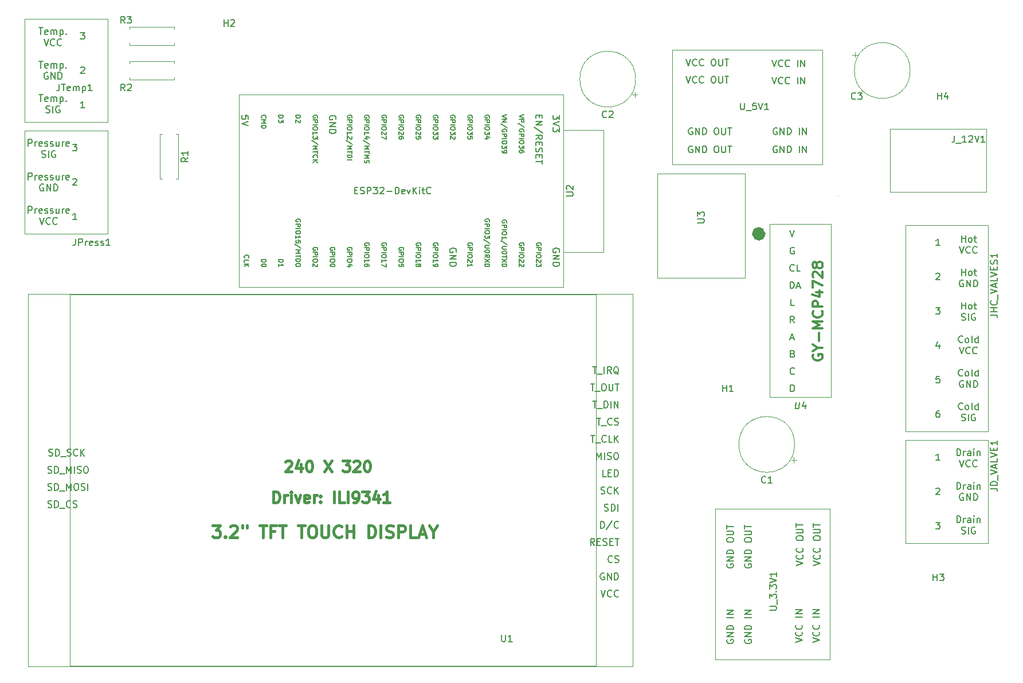
<source format=gbr>
%TF.GenerationSoftware,KiCad,Pcbnew,(5.1.10)-1*%
%TF.CreationDate,2021-09-16T12:46:15+00:00*%
%TF.ProjectId,watermixer,77617465-726d-4697-9865-722e6b696361,v1.0*%
%TF.SameCoordinates,Original*%
%TF.FileFunction,Legend,Top*%
%TF.FilePolarity,Positive*%
%FSLAX46Y46*%
G04 Gerber Fmt 4.6, Leading zero omitted, Abs format (unit mm)*
G04 Created by KiCad (PCBNEW (5.1.10)-1) date 2021-09-16 12:46:15*
%MOMM*%
%LPD*%
G01*
G04 APERTURE LIST*
%ADD10C,0.150000*%
%ADD11C,0.120000*%
%ADD12C,1.000000*%
%ADD13C,0.400000*%
%ADD14C,0.450000*%
%ADD15C,0.300000*%
G04 APERTURE END LIST*
D10*
X76033571Y-29237380D02*
X76605000Y-29237380D01*
X76319285Y-30237380D02*
X76319285Y-29237380D01*
X77319285Y-30189761D02*
X77224047Y-30237380D01*
X77033571Y-30237380D01*
X76938333Y-30189761D01*
X76890714Y-30094523D01*
X76890714Y-29713571D01*
X76938333Y-29618333D01*
X77033571Y-29570714D01*
X77224047Y-29570714D01*
X77319285Y-29618333D01*
X77366904Y-29713571D01*
X77366904Y-29808809D01*
X76890714Y-29904047D01*
X77795476Y-30237380D02*
X77795476Y-29570714D01*
X77795476Y-29665952D02*
X77843095Y-29618333D01*
X77938333Y-29570714D01*
X78081190Y-29570714D01*
X78176428Y-29618333D01*
X78224047Y-29713571D01*
X78224047Y-30237380D01*
X78224047Y-29713571D02*
X78271666Y-29618333D01*
X78366904Y-29570714D01*
X78509761Y-29570714D01*
X78605000Y-29618333D01*
X78652619Y-29713571D01*
X78652619Y-30237380D01*
X79128809Y-29570714D02*
X79128809Y-30570714D01*
X79128809Y-29618333D02*
X79224047Y-29570714D01*
X79414523Y-29570714D01*
X79509761Y-29618333D01*
X79557380Y-29665952D01*
X79605000Y-29761190D01*
X79605000Y-30046904D01*
X79557380Y-30142142D01*
X79509761Y-30189761D01*
X79414523Y-30237380D01*
X79224047Y-30237380D01*
X79128809Y-30189761D01*
X80033571Y-30142142D02*
X80081190Y-30189761D01*
X80033571Y-30237380D01*
X79985952Y-30189761D01*
X80033571Y-30142142D01*
X80033571Y-30237380D01*
X76771666Y-30887380D02*
X77105000Y-31887380D01*
X77438333Y-30887380D01*
X78343095Y-31792142D02*
X78295476Y-31839761D01*
X78152619Y-31887380D01*
X78057380Y-31887380D01*
X77914523Y-31839761D01*
X77819285Y-31744523D01*
X77771666Y-31649285D01*
X77724047Y-31458809D01*
X77724047Y-31315952D01*
X77771666Y-31125476D01*
X77819285Y-31030238D01*
X77914523Y-30935000D01*
X78057380Y-30887380D01*
X78152619Y-30887380D01*
X78295476Y-30935000D01*
X78343095Y-30982619D01*
X79343095Y-31792142D02*
X79295476Y-31839761D01*
X79152619Y-31887380D01*
X79057380Y-31887380D01*
X78914523Y-31839761D01*
X78819285Y-31744523D01*
X78771666Y-31649285D01*
X78724047Y-31458809D01*
X78724047Y-31315952D01*
X78771666Y-31125476D01*
X78819285Y-31030238D01*
X78914523Y-30935000D01*
X79057380Y-30887380D01*
X79152619Y-30887380D01*
X79295476Y-30935000D01*
X79343095Y-30982619D01*
X76033571Y-34187380D02*
X76605000Y-34187380D01*
X76319285Y-35187380D02*
X76319285Y-34187380D01*
X77319285Y-35139761D02*
X77224047Y-35187380D01*
X77033571Y-35187380D01*
X76938333Y-35139761D01*
X76890714Y-35044523D01*
X76890714Y-34663571D01*
X76938333Y-34568333D01*
X77033571Y-34520714D01*
X77224047Y-34520714D01*
X77319285Y-34568333D01*
X77366904Y-34663571D01*
X77366904Y-34758809D01*
X76890714Y-34854047D01*
X77795476Y-35187380D02*
X77795476Y-34520714D01*
X77795476Y-34615952D02*
X77843095Y-34568333D01*
X77938333Y-34520714D01*
X78081190Y-34520714D01*
X78176428Y-34568333D01*
X78224047Y-34663571D01*
X78224047Y-35187380D01*
X78224047Y-34663571D02*
X78271666Y-34568333D01*
X78366904Y-34520714D01*
X78509761Y-34520714D01*
X78605000Y-34568333D01*
X78652619Y-34663571D01*
X78652619Y-35187380D01*
X79128809Y-34520714D02*
X79128809Y-35520714D01*
X79128809Y-34568333D02*
X79224047Y-34520714D01*
X79414523Y-34520714D01*
X79509761Y-34568333D01*
X79557380Y-34615952D01*
X79605000Y-34711190D01*
X79605000Y-34996904D01*
X79557380Y-35092142D01*
X79509761Y-35139761D01*
X79414523Y-35187380D01*
X79224047Y-35187380D01*
X79128809Y-35139761D01*
X80033571Y-35092142D02*
X80081190Y-35139761D01*
X80033571Y-35187380D01*
X79985952Y-35139761D01*
X80033571Y-35092142D01*
X80033571Y-35187380D01*
X77343095Y-35885000D02*
X77247857Y-35837380D01*
X77105000Y-35837380D01*
X76962142Y-35885000D01*
X76866904Y-35980238D01*
X76819285Y-36075476D01*
X76771666Y-36265952D01*
X76771666Y-36408809D01*
X76819285Y-36599285D01*
X76866904Y-36694523D01*
X76962142Y-36789761D01*
X77105000Y-36837380D01*
X77200238Y-36837380D01*
X77343095Y-36789761D01*
X77390714Y-36742142D01*
X77390714Y-36408809D01*
X77200238Y-36408809D01*
X77819285Y-36837380D02*
X77819285Y-35837380D01*
X78390714Y-36837380D01*
X78390714Y-35837380D01*
X78866904Y-36837380D02*
X78866904Y-35837380D01*
X79105000Y-35837380D01*
X79247857Y-35885000D01*
X79343095Y-35980238D01*
X79390714Y-36075476D01*
X79438333Y-36265952D01*
X79438333Y-36408809D01*
X79390714Y-36599285D01*
X79343095Y-36694523D01*
X79247857Y-36789761D01*
X79105000Y-36837380D01*
X78866904Y-36837380D01*
X76033571Y-39137380D02*
X76605000Y-39137380D01*
X76319285Y-40137380D02*
X76319285Y-39137380D01*
X77319285Y-40089761D02*
X77224047Y-40137380D01*
X77033571Y-40137380D01*
X76938333Y-40089761D01*
X76890714Y-39994523D01*
X76890714Y-39613571D01*
X76938333Y-39518333D01*
X77033571Y-39470714D01*
X77224047Y-39470714D01*
X77319285Y-39518333D01*
X77366904Y-39613571D01*
X77366904Y-39708809D01*
X76890714Y-39804047D01*
X77795476Y-40137380D02*
X77795476Y-39470714D01*
X77795476Y-39565952D02*
X77843095Y-39518333D01*
X77938333Y-39470714D01*
X78081190Y-39470714D01*
X78176428Y-39518333D01*
X78224047Y-39613571D01*
X78224047Y-40137380D01*
X78224047Y-39613571D02*
X78271666Y-39518333D01*
X78366904Y-39470714D01*
X78509761Y-39470714D01*
X78605000Y-39518333D01*
X78652619Y-39613571D01*
X78652619Y-40137380D01*
X79128809Y-39470714D02*
X79128809Y-40470714D01*
X79128809Y-39518333D02*
X79224047Y-39470714D01*
X79414523Y-39470714D01*
X79509761Y-39518333D01*
X79557380Y-39565952D01*
X79605000Y-39661190D01*
X79605000Y-39946904D01*
X79557380Y-40042142D01*
X79509761Y-40089761D01*
X79414523Y-40137380D01*
X79224047Y-40137380D01*
X79128809Y-40089761D01*
X80033571Y-40042142D02*
X80081190Y-40089761D01*
X80033571Y-40137380D01*
X79985952Y-40089761D01*
X80033571Y-40042142D01*
X80033571Y-40137380D01*
X77081190Y-41739761D02*
X77224047Y-41787380D01*
X77462142Y-41787380D01*
X77557380Y-41739761D01*
X77605000Y-41692142D01*
X77652619Y-41596904D01*
X77652619Y-41501666D01*
X77605000Y-41406428D01*
X77557380Y-41358809D01*
X77462142Y-41311190D01*
X77271666Y-41263571D01*
X77176428Y-41215952D01*
X77128809Y-41168333D01*
X77081190Y-41073095D01*
X77081190Y-40977857D01*
X77128809Y-40882619D01*
X77176428Y-40835000D01*
X77271666Y-40787380D01*
X77509761Y-40787380D01*
X77652619Y-40835000D01*
X78081190Y-41787380D02*
X78081190Y-40787380D01*
X79081190Y-40835000D02*
X78985952Y-40787380D01*
X78843095Y-40787380D01*
X78700238Y-40835000D01*
X78605000Y-40930238D01*
X78557380Y-41025476D01*
X78509761Y-41215952D01*
X78509761Y-41358809D01*
X78557380Y-41549285D01*
X78605000Y-41644523D01*
X78700238Y-41739761D01*
X78843095Y-41787380D01*
X78938333Y-41787380D01*
X79081190Y-41739761D01*
X79128809Y-41692142D01*
X79128809Y-41358809D01*
X78938333Y-41358809D01*
X74470000Y-46747380D02*
X74470000Y-45747380D01*
X74850952Y-45747380D01*
X74946190Y-45795000D01*
X74993809Y-45842619D01*
X75041428Y-45937857D01*
X75041428Y-46080714D01*
X74993809Y-46175952D01*
X74946190Y-46223571D01*
X74850952Y-46271190D01*
X74470000Y-46271190D01*
X75470000Y-46747380D02*
X75470000Y-46080714D01*
X75470000Y-46271190D02*
X75517619Y-46175952D01*
X75565238Y-46128333D01*
X75660476Y-46080714D01*
X75755714Y-46080714D01*
X76470000Y-46699761D02*
X76374761Y-46747380D01*
X76184285Y-46747380D01*
X76089047Y-46699761D01*
X76041428Y-46604523D01*
X76041428Y-46223571D01*
X76089047Y-46128333D01*
X76184285Y-46080714D01*
X76374761Y-46080714D01*
X76470000Y-46128333D01*
X76517619Y-46223571D01*
X76517619Y-46318809D01*
X76041428Y-46414047D01*
X76898571Y-46699761D02*
X76993809Y-46747380D01*
X77184285Y-46747380D01*
X77279523Y-46699761D01*
X77327142Y-46604523D01*
X77327142Y-46556904D01*
X77279523Y-46461666D01*
X77184285Y-46414047D01*
X77041428Y-46414047D01*
X76946190Y-46366428D01*
X76898571Y-46271190D01*
X76898571Y-46223571D01*
X76946190Y-46128333D01*
X77041428Y-46080714D01*
X77184285Y-46080714D01*
X77279523Y-46128333D01*
X77708095Y-46699761D02*
X77803333Y-46747380D01*
X77993809Y-46747380D01*
X78089047Y-46699761D01*
X78136666Y-46604523D01*
X78136666Y-46556904D01*
X78089047Y-46461666D01*
X77993809Y-46414047D01*
X77850952Y-46414047D01*
X77755714Y-46366428D01*
X77708095Y-46271190D01*
X77708095Y-46223571D01*
X77755714Y-46128333D01*
X77850952Y-46080714D01*
X77993809Y-46080714D01*
X78089047Y-46128333D01*
X78993809Y-46080714D02*
X78993809Y-46747380D01*
X78565238Y-46080714D02*
X78565238Y-46604523D01*
X78612857Y-46699761D01*
X78708095Y-46747380D01*
X78850952Y-46747380D01*
X78946190Y-46699761D01*
X78993809Y-46652142D01*
X79470000Y-46747380D02*
X79470000Y-46080714D01*
X79470000Y-46271190D02*
X79517619Y-46175952D01*
X79565238Y-46128333D01*
X79660476Y-46080714D01*
X79755714Y-46080714D01*
X80470000Y-46699761D02*
X80374761Y-46747380D01*
X80184285Y-46747380D01*
X80089047Y-46699761D01*
X80041428Y-46604523D01*
X80041428Y-46223571D01*
X80089047Y-46128333D01*
X80184285Y-46080714D01*
X80374761Y-46080714D01*
X80470000Y-46128333D01*
X80517619Y-46223571D01*
X80517619Y-46318809D01*
X80041428Y-46414047D01*
X76446190Y-48349761D02*
X76589047Y-48397380D01*
X76827142Y-48397380D01*
X76922380Y-48349761D01*
X76970000Y-48302142D01*
X77017619Y-48206904D01*
X77017619Y-48111666D01*
X76970000Y-48016428D01*
X76922380Y-47968809D01*
X76827142Y-47921190D01*
X76636666Y-47873571D01*
X76541428Y-47825952D01*
X76493809Y-47778333D01*
X76446190Y-47683095D01*
X76446190Y-47587857D01*
X76493809Y-47492619D01*
X76541428Y-47445000D01*
X76636666Y-47397380D01*
X76874761Y-47397380D01*
X77017619Y-47445000D01*
X77446190Y-48397380D02*
X77446190Y-47397380D01*
X78446190Y-47445000D02*
X78350952Y-47397380D01*
X78208095Y-47397380D01*
X78065238Y-47445000D01*
X77970000Y-47540238D01*
X77922380Y-47635476D01*
X77874761Y-47825952D01*
X77874761Y-47968809D01*
X77922380Y-48159285D01*
X77970000Y-48254523D01*
X78065238Y-48349761D01*
X78208095Y-48397380D01*
X78303333Y-48397380D01*
X78446190Y-48349761D01*
X78493809Y-48302142D01*
X78493809Y-47968809D01*
X78303333Y-47968809D01*
X74470000Y-51697380D02*
X74470000Y-50697380D01*
X74850952Y-50697380D01*
X74946190Y-50745000D01*
X74993809Y-50792619D01*
X75041428Y-50887857D01*
X75041428Y-51030714D01*
X74993809Y-51125952D01*
X74946190Y-51173571D01*
X74850952Y-51221190D01*
X74470000Y-51221190D01*
X75470000Y-51697380D02*
X75470000Y-51030714D01*
X75470000Y-51221190D02*
X75517619Y-51125952D01*
X75565238Y-51078333D01*
X75660476Y-51030714D01*
X75755714Y-51030714D01*
X76470000Y-51649761D02*
X76374761Y-51697380D01*
X76184285Y-51697380D01*
X76089047Y-51649761D01*
X76041428Y-51554523D01*
X76041428Y-51173571D01*
X76089047Y-51078333D01*
X76184285Y-51030714D01*
X76374761Y-51030714D01*
X76470000Y-51078333D01*
X76517619Y-51173571D01*
X76517619Y-51268809D01*
X76041428Y-51364047D01*
X76898571Y-51649761D02*
X76993809Y-51697380D01*
X77184285Y-51697380D01*
X77279523Y-51649761D01*
X77327142Y-51554523D01*
X77327142Y-51506904D01*
X77279523Y-51411666D01*
X77184285Y-51364047D01*
X77041428Y-51364047D01*
X76946190Y-51316428D01*
X76898571Y-51221190D01*
X76898571Y-51173571D01*
X76946190Y-51078333D01*
X77041428Y-51030714D01*
X77184285Y-51030714D01*
X77279523Y-51078333D01*
X77708095Y-51649761D02*
X77803333Y-51697380D01*
X77993809Y-51697380D01*
X78089047Y-51649761D01*
X78136666Y-51554523D01*
X78136666Y-51506904D01*
X78089047Y-51411666D01*
X77993809Y-51364047D01*
X77850952Y-51364047D01*
X77755714Y-51316428D01*
X77708095Y-51221190D01*
X77708095Y-51173571D01*
X77755714Y-51078333D01*
X77850952Y-51030714D01*
X77993809Y-51030714D01*
X78089047Y-51078333D01*
X78993809Y-51030714D02*
X78993809Y-51697380D01*
X78565238Y-51030714D02*
X78565238Y-51554523D01*
X78612857Y-51649761D01*
X78708095Y-51697380D01*
X78850952Y-51697380D01*
X78946190Y-51649761D01*
X78993809Y-51602142D01*
X79470000Y-51697380D02*
X79470000Y-51030714D01*
X79470000Y-51221190D02*
X79517619Y-51125952D01*
X79565238Y-51078333D01*
X79660476Y-51030714D01*
X79755714Y-51030714D01*
X80470000Y-51649761D02*
X80374761Y-51697380D01*
X80184285Y-51697380D01*
X80089047Y-51649761D01*
X80041428Y-51554523D01*
X80041428Y-51173571D01*
X80089047Y-51078333D01*
X80184285Y-51030714D01*
X80374761Y-51030714D01*
X80470000Y-51078333D01*
X80517619Y-51173571D01*
X80517619Y-51268809D01*
X80041428Y-51364047D01*
X76708095Y-52395000D02*
X76612857Y-52347380D01*
X76470000Y-52347380D01*
X76327142Y-52395000D01*
X76231904Y-52490238D01*
X76184285Y-52585476D01*
X76136666Y-52775952D01*
X76136666Y-52918809D01*
X76184285Y-53109285D01*
X76231904Y-53204523D01*
X76327142Y-53299761D01*
X76470000Y-53347380D01*
X76565238Y-53347380D01*
X76708095Y-53299761D01*
X76755714Y-53252142D01*
X76755714Y-52918809D01*
X76565238Y-52918809D01*
X77184285Y-53347380D02*
X77184285Y-52347380D01*
X77755714Y-53347380D01*
X77755714Y-52347380D01*
X78231904Y-53347380D02*
X78231904Y-52347380D01*
X78470000Y-52347380D01*
X78612857Y-52395000D01*
X78708095Y-52490238D01*
X78755714Y-52585476D01*
X78803333Y-52775952D01*
X78803333Y-52918809D01*
X78755714Y-53109285D01*
X78708095Y-53204523D01*
X78612857Y-53299761D01*
X78470000Y-53347380D01*
X78231904Y-53347380D01*
X74470000Y-56647380D02*
X74470000Y-55647380D01*
X74850952Y-55647380D01*
X74946190Y-55695000D01*
X74993809Y-55742619D01*
X75041428Y-55837857D01*
X75041428Y-55980714D01*
X74993809Y-56075952D01*
X74946190Y-56123571D01*
X74850952Y-56171190D01*
X74470000Y-56171190D01*
X75470000Y-56647380D02*
X75470000Y-55980714D01*
X75470000Y-56171190D02*
X75517619Y-56075952D01*
X75565238Y-56028333D01*
X75660476Y-55980714D01*
X75755714Y-55980714D01*
X76470000Y-56599761D02*
X76374761Y-56647380D01*
X76184285Y-56647380D01*
X76089047Y-56599761D01*
X76041428Y-56504523D01*
X76041428Y-56123571D01*
X76089047Y-56028333D01*
X76184285Y-55980714D01*
X76374761Y-55980714D01*
X76470000Y-56028333D01*
X76517619Y-56123571D01*
X76517619Y-56218809D01*
X76041428Y-56314047D01*
X76898571Y-56599761D02*
X76993809Y-56647380D01*
X77184285Y-56647380D01*
X77279523Y-56599761D01*
X77327142Y-56504523D01*
X77327142Y-56456904D01*
X77279523Y-56361666D01*
X77184285Y-56314047D01*
X77041428Y-56314047D01*
X76946190Y-56266428D01*
X76898571Y-56171190D01*
X76898571Y-56123571D01*
X76946190Y-56028333D01*
X77041428Y-55980714D01*
X77184285Y-55980714D01*
X77279523Y-56028333D01*
X77708095Y-56599761D02*
X77803333Y-56647380D01*
X77993809Y-56647380D01*
X78089047Y-56599761D01*
X78136666Y-56504523D01*
X78136666Y-56456904D01*
X78089047Y-56361666D01*
X77993809Y-56314047D01*
X77850952Y-56314047D01*
X77755714Y-56266428D01*
X77708095Y-56171190D01*
X77708095Y-56123571D01*
X77755714Y-56028333D01*
X77850952Y-55980714D01*
X77993809Y-55980714D01*
X78089047Y-56028333D01*
X78993809Y-55980714D02*
X78993809Y-56647380D01*
X78565238Y-55980714D02*
X78565238Y-56504523D01*
X78612857Y-56599761D01*
X78708095Y-56647380D01*
X78850952Y-56647380D01*
X78946190Y-56599761D01*
X78993809Y-56552142D01*
X79470000Y-56647380D02*
X79470000Y-55980714D01*
X79470000Y-56171190D02*
X79517619Y-56075952D01*
X79565238Y-56028333D01*
X79660476Y-55980714D01*
X79755714Y-55980714D01*
X80470000Y-56599761D02*
X80374761Y-56647380D01*
X80184285Y-56647380D01*
X80089047Y-56599761D01*
X80041428Y-56504523D01*
X80041428Y-56123571D01*
X80089047Y-56028333D01*
X80184285Y-55980714D01*
X80374761Y-55980714D01*
X80470000Y-56028333D01*
X80517619Y-56123571D01*
X80517619Y-56218809D01*
X80041428Y-56314047D01*
X76136666Y-57297380D02*
X76470000Y-58297380D01*
X76803333Y-57297380D01*
X77708095Y-58202142D02*
X77660476Y-58249761D01*
X77517619Y-58297380D01*
X77422380Y-58297380D01*
X77279523Y-58249761D01*
X77184285Y-58154523D01*
X77136666Y-58059285D01*
X77089047Y-57868809D01*
X77089047Y-57725952D01*
X77136666Y-57535476D01*
X77184285Y-57440238D01*
X77279523Y-57345000D01*
X77422380Y-57297380D01*
X77517619Y-57297380D01*
X77660476Y-57345000D01*
X77708095Y-57392619D01*
X78708095Y-58202142D02*
X78660476Y-58249761D01*
X78517619Y-58297380D01*
X78422380Y-58297380D01*
X78279523Y-58249761D01*
X78184285Y-58154523D01*
X78136666Y-58059285D01*
X78089047Y-57868809D01*
X78089047Y-57725952D01*
X78136666Y-57535476D01*
X78184285Y-57440238D01*
X78279523Y-57345000D01*
X78422380Y-57297380D01*
X78517619Y-57297380D01*
X78660476Y-57345000D01*
X78708095Y-57392619D01*
X211645714Y-92467380D02*
X211645714Y-91467380D01*
X211883809Y-91467380D01*
X212026666Y-91515000D01*
X212121904Y-91610238D01*
X212169523Y-91705476D01*
X212217142Y-91895952D01*
X212217142Y-92038809D01*
X212169523Y-92229285D01*
X212121904Y-92324523D01*
X212026666Y-92419761D01*
X211883809Y-92467380D01*
X211645714Y-92467380D01*
X212645714Y-92467380D02*
X212645714Y-91800714D01*
X212645714Y-91991190D02*
X212693333Y-91895952D01*
X212740952Y-91848333D01*
X212836190Y-91800714D01*
X212931428Y-91800714D01*
X213693333Y-92467380D02*
X213693333Y-91943571D01*
X213645714Y-91848333D01*
X213550476Y-91800714D01*
X213360000Y-91800714D01*
X213264761Y-91848333D01*
X213693333Y-92419761D02*
X213598095Y-92467380D01*
X213360000Y-92467380D01*
X213264761Y-92419761D01*
X213217142Y-92324523D01*
X213217142Y-92229285D01*
X213264761Y-92134047D01*
X213360000Y-92086428D01*
X213598095Y-92086428D01*
X213693333Y-92038809D01*
X214169523Y-92467380D02*
X214169523Y-91800714D01*
X214169523Y-91467380D02*
X214121904Y-91515000D01*
X214169523Y-91562619D01*
X214217142Y-91515000D01*
X214169523Y-91467380D01*
X214169523Y-91562619D01*
X214645714Y-91800714D02*
X214645714Y-92467380D01*
X214645714Y-91895952D02*
X214693333Y-91848333D01*
X214788571Y-91800714D01*
X214931428Y-91800714D01*
X215026666Y-91848333D01*
X215074285Y-91943571D01*
X215074285Y-92467380D01*
X212026666Y-93117380D02*
X212360000Y-94117380D01*
X212693333Y-93117380D01*
X213598095Y-94022142D02*
X213550476Y-94069761D01*
X213407619Y-94117380D01*
X213312380Y-94117380D01*
X213169523Y-94069761D01*
X213074285Y-93974523D01*
X213026666Y-93879285D01*
X212979047Y-93688809D01*
X212979047Y-93545952D01*
X213026666Y-93355476D01*
X213074285Y-93260238D01*
X213169523Y-93165000D01*
X213312380Y-93117380D01*
X213407619Y-93117380D01*
X213550476Y-93165000D01*
X213598095Y-93212619D01*
X214598095Y-94022142D02*
X214550476Y-94069761D01*
X214407619Y-94117380D01*
X214312380Y-94117380D01*
X214169523Y-94069761D01*
X214074285Y-93974523D01*
X214026666Y-93879285D01*
X213979047Y-93688809D01*
X213979047Y-93545952D01*
X214026666Y-93355476D01*
X214074285Y-93260238D01*
X214169523Y-93165000D01*
X214312380Y-93117380D01*
X214407619Y-93117380D01*
X214550476Y-93165000D01*
X214598095Y-93212619D01*
X211645714Y-97417380D02*
X211645714Y-96417380D01*
X211883809Y-96417380D01*
X212026666Y-96465000D01*
X212121904Y-96560238D01*
X212169523Y-96655476D01*
X212217142Y-96845952D01*
X212217142Y-96988809D01*
X212169523Y-97179285D01*
X212121904Y-97274523D01*
X212026666Y-97369761D01*
X211883809Y-97417380D01*
X211645714Y-97417380D01*
X212645714Y-97417380D02*
X212645714Y-96750714D01*
X212645714Y-96941190D02*
X212693333Y-96845952D01*
X212740952Y-96798333D01*
X212836190Y-96750714D01*
X212931428Y-96750714D01*
X213693333Y-97417380D02*
X213693333Y-96893571D01*
X213645714Y-96798333D01*
X213550476Y-96750714D01*
X213360000Y-96750714D01*
X213264761Y-96798333D01*
X213693333Y-97369761D02*
X213598095Y-97417380D01*
X213360000Y-97417380D01*
X213264761Y-97369761D01*
X213217142Y-97274523D01*
X213217142Y-97179285D01*
X213264761Y-97084047D01*
X213360000Y-97036428D01*
X213598095Y-97036428D01*
X213693333Y-96988809D01*
X214169523Y-97417380D02*
X214169523Y-96750714D01*
X214169523Y-96417380D02*
X214121904Y-96465000D01*
X214169523Y-96512619D01*
X214217142Y-96465000D01*
X214169523Y-96417380D01*
X214169523Y-96512619D01*
X214645714Y-96750714D02*
X214645714Y-97417380D01*
X214645714Y-96845952D02*
X214693333Y-96798333D01*
X214788571Y-96750714D01*
X214931428Y-96750714D01*
X215026666Y-96798333D01*
X215074285Y-96893571D01*
X215074285Y-97417380D01*
X212598095Y-98115000D02*
X212502857Y-98067380D01*
X212360000Y-98067380D01*
X212217142Y-98115000D01*
X212121904Y-98210238D01*
X212074285Y-98305476D01*
X212026666Y-98495952D01*
X212026666Y-98638809D01*
X212074285Y-98829285D01*
X212121904Y-98924523D01*
X212217142Y-99019761D01*
X212360000Y-99067380D01*
X212455238Y-99067380D01*
X212598095Y-99019761D01*
X212645714Y-98972142D01*
X212645714Y-98638809D01*
X212455238Y-98638809D01*
X213074285Y-99067380D02*
X213074285Y-98067380D01*
X213645714Y-99067380D01*
X213645714Y-98067380D01*
X214121904Y-99067380D02*
X214121904Y-98067380D01*
X214360000Y-98067380D01*
X214502857Y-98115000D01*
X214598095Y-98210238D01*
X214645714Y-98305476D01*
X214693333Y-98495952D01*
X214693333Y-98638809D01*
X214645714Y-98829285D01*
X214598095Y-98924523D01*
X214502857Y-99019761D01*
X214360000Y-99067380D01*
X214121904Y-99067380D01*
X211645714Y-102367380D02*
X211645714Y-101367380D01*
X211883809Y-101367380D01*
X212026666Y-101415000D01*
X212121904Y-101510238D01*
X212169523Y-101605476D01*
X212217142Y-101795952D01*
X212217142Y-101938809D01*
X212169523Y-102129285D01*
X212121904Y-102224523D01*
X212026666Y-102319761D01*
X211883809Y-102367380D01*
X211645714Y-102367380D01*
X212645714Y-102367380D02*
X212645714Y-101700714D01*
X212645714Y-101891190D02*
X212693333Y-101795952D01*
X212740952Y-101748333D01*
X212836190Y-101700714D01*
X212931428Y-101700714D01*
X213693333Y-102367380D02*
X213693333Y-101843571D01*
X213645714Y-101748333D01*
X213550476Y-101700714D01*
X213360000Y-101700714D01*
X213264761Y-101748333D01*
X213693333Y-102319761D02*
X213598095Y-102367380D01*
X213360000Y-102367380D01*
X213264761Y-102319761D01*
X213217142Y-102224523D01*
X213217142Y-102129285D01*
X213264761Y-102034047D01*
X213360000Y-101986428D01*
X213598095Y-101986428D01*
X213693333Y-101938809D01*
X214169523Y-102367380D02*
X214169523Y-101700714D01*
X214169523Y-101367380D02*
X214121904Y-101415000D01*
X214169523Y-101462619D01*
X214217142Y-101415000D01*
X214169523Y-101367380D01*
X214169523Y-101462619D01*
X214645714Y-101700714D02*
X214645714Y-102367380D01*
X214645714Y-101795952D02*
X214693333Y-101748333D01*
X214788571Y-101700714D01*
X214931428Y-101700714D01*
X215026666Y-101748333D01*
X215074285Y-101843571D01*
X215074285Y-102367380D01*
X212336190Y-103969761D02*
X212479047Y-104017380D01*
X212717142Y-104017380D01*
X212812380Y-103969761D01*
X212860000Y-103922142D01*
X212907619Y-103826904D01*
X212907619Y-103731666D01*
X212860000Y-103636428D01*
X212812380Y-103588809D01*
X212717142Y-103541190D01*
X212526666Y-103493571D01*
X212431428Y-103445952D01*
X212383809Y-103398333D01*
X212336190Y-103303095D01*
X212336190Y-103207857D01*
X212383809Y-103112619D01*
X212431428Y-103065000D01*
X212526666Y-103017380D01*
X212764761Y-103017380D01*
X212907619Y-103065000D01*
X213336190Y-104017380D02*
X213336190Y-103017380D01*
X214336190Y-103065000D02*
X214240952Y-103017380D01*
X214098095Y-103017380D01*
X213955238Y-103065000D01*
X213860000Y-103160238D01*
X213812380Y-103255476D01*
X213764761Y-103445952D01*
X213764761Y-103588809D01*
X213812380Y-103779285D01*
X213860000Y-103874523D01*
X213955238Y-103969761D01*
X214098095Y-104017380D01*
X214193333Y-104017380D01*
X214336190Y-103969761D01*
X214383809Y-103922142D01*
X214383809Y-103588809D01*
X214193333Y-103588809D01*
X212336190Y-60912380D02*
X212336190Y-59912380D01*
X212336190Y-60388571D02*
X212907619Y-60388571D01*
X212907619Y-60912380D02*
X212907619Y-59912380D01*
X213526666Y-60912380D02*
X213431428Y-60864761D01*
X213383809Y-60817142D01*
X213336190Y-60721904D01*
X213336190Y-60436190D01*
X213383809Y-60340952D01*
X213431428Y-60293333D01*
X213526666Y-60245714D01*
X213669523Y-60245714D01*
X213764761Y-60293333D01*
X213812380Y-60340952D01*
X213860000Y-60436190D01*
X213860000Y-60721904D01*
X213812380Y-60817142D01*
X213764761Y-60864761D01*
X213669523Y-60912380D01*
X213526666Y-60912380D01*
X214145714Y-60245714D02*
X214526666Y-60245714D01*
X214288571Y-59912380D02*
X214288571Y-60769523D01*
X214336190Y-60864761D01*
X214431428Y-60912380D01*
X214526666Y-60912380D01*
X212026666Y-61562380D02*
X212360000Y-62562380D01*
X212693333Y-61562380D01*
X213598095Y-62467142D02*
X213550476Y-62514761D01*
X213407619Y-62562380D01*
X213312380Y-62562380D01*
X213169523Y-62514761D01*
X213074285Y-62419523D01*
X213026666Y-62324285D01*
X212979047Y-62133809D01*
X212979047Y-61990952D01*
X213026666Y-61800476D01*
X213074285Y-61705238D01*
X213169523Y-61610000D01*
X213312380Y-61562380D01*
X213407619Y-61562380D01*
X213550476Y-61610000D01*
X213598095Y-61657619D01*
X214598095Y-62467142D02*
X214550476Y-62514761D01*
X214407619Y-62562380D01*
X214312380Y-62562380D01*
X214169523Y-62514761D01*
X214074285Y-62419523D01*
X214026666Y-62324285D01*
X213979047Y-62133809D01*
X213979047Y-61990952D01*
X214026666Y-61800476D01*
X214074285Y-61705238D01*
X214169523Y-61610000D01*
X214312380Y-61562380D01*
X214407619Y-61562380D01*
X214550476Y-61610000D01*
X214598095Y-61657619D01*
X212336190Y-65862380D02*
X212336190Y-64862380D01*
X212336190Y-65338571D02*
X212907619Y-65338571D01*
X212907619Y-65862380D02*
X212907619Y-64862380D01*
X213526666Y-65862380D02*
X213431428Y-65814761D01*
X213383809Y-65767142D01*
X213336190Y-65671904D01*
X213336190Y-65386190D01*
X213383809Y-65290952D01*
X213431428Y-65243333D01*
X213526666Y-65195714D01*
X213669523Y-65195714D01*
X213764761Y-65243333D01*
X213812380Y-65290952D01*
X213860000Y-65386190D01*
X213860000Y-65671904D01*
X213812380Y-65767142D01*
X213764761Y-65814761D01*
X213669523Y-65862380D01*
X213526666Y-65862380D01*
X214145714Y-65195714D02*
X214526666Y-65195714D01*
X214288571Y-64862380D02*
X214288571Y-65719523D01*
X214336190Y-65814761D01*
X214431428Y-65862380D01*
X214526666Y-65862380D01*
X212598095Y-66560000D02*
X212502857Y-66512380D01*
X212360000Y-66512380D01*
X212217142Y-66560000D01*
X212121904Y-66655238D01*
X212074285Y-66750476D01*
X212026666Y-66940952D01*
X212026666Y-67083809D01*
X212074285Y-67274285D01*
X212121904Y-67369523D01*
X212217142Y-67464761D01*
X212360000Y-67512380D01*
X212455238Y-67512380D01*
X212598095Y-67464761D01*
X212645714Y-67417142D01*
X212645714Y-67083809D01*
X212455238Y-67083809D01*
X213074285Y-67512380D02*
X213074285Y-66512380D01*
X213645714Y-67512380D01*
X213645714Y-66512380D01*
X214121904Y-67512380D02*
X214121904Y-66512380D01*
X214360000Y-66512380D01*
X214502857Y-66560000D01*
X214598095Y-66655238D01*
X214645714Y-66750476D01*
X214693333Y-66940952D01*
X214693333Y-67083809D01*
X214645714Y-67274285D01*
X214598095Y-67369523D01*
X214502857Y-67464761D01*
X214360000Y-67512380D01*
X214121904Y-67512380D01*
X212336190Y-70812380D02*
X212336190Y-69812380D01*
X212336190Y-70288571D02*
X212907619Y-70288571D01*
X212907619Y-70812380D02*
X212907619Y-69812380D01*
X213526666Y-70812380D02*
X213431428Y-70764761D01*
X213383809Y-70717142D01*
X213336190Y-70621904D01*
X213336190Y-70336190D01*
X213383809Y-70240952D01*
X213431428Y-70193333D01*
X213526666Y-70145714D01*
X213669523Y-70145714D01*
X213764761Y-70193333D01*
X213812380Y-70240952D01*
X213860000Y-70336190D01*
X213860000Y-70621904D01*
X213812380Y-70717142D01*
X213764761Y-70764761D01*
X213669523Y-70812380D01*
X213526666Y-70812380D01*
X214145714Y-70145714D02*
X214526666Y-70145714D01*
X214288571Y-69812380D02*
X214288571Y-70669523D01*
X214336190Y-70764761D01*
X214431428Y-70812380D01*
X214526666Y-70812380D01*
X212336190Y-72414761D02*
X212479047Y-72462380D01*
X212717142Y-72462380D01*
X212812380Y-72414761D01*
X212860000Y-72367142D01*
X212907619Y-72271904D01*
X212907619Y-72176666D01*
X212860000Y-72081428D01*
X212812380Y-72033809D01*
X212717142Y-71986190D01*
X212526666Y-71938571D01*
X212431428Y-71890952D01*
X212383809Y-71843333D01*
X212336190Y-71748095D01*
X212336190Y-71652857D01*
X212383809Y-71557619D01*
X212431428Y-71510000D01*
X212526666Y-71462380D01*
X212764761Y-71462380D01*
X212907619Y-71510000D01*
X213336190Y-72462380D02*
X213336190Y-71462380D01*
X214336190Y-71510000D02*
X214240952Y-71462380D01*
X214098095Y-71462380D01*
X213955238Y-71510000D01*
X213860000Y-71605238D01*
X213812380Y-71700476D01*
X213764761Y-71890952D01*
X213764761Y-72033809D01*
X213812380Y-72224285D01*
X213860000Y-72319523D01*
X213955238Y-72414761D01*
X214098095Y-72462380D01*
X214193333Y-72462380D01*
X214336190Y-72414761D01*
X214383809Y-72367142D01*
X214383809Y-72033809D01*
X214193333Y-72033809D01*
X212502857Y-75667142D02*
X212455238Y-75714761D01*
X212312380Y-75762380D01*
X212217142Y-75762380D01*
X212074285Y-75714761D01*
X211979047Y-75619523D01*
X211931428Y-75524285D01*
X211883809Y-75333809D01*
X211883809Y-75190952D01*
X211931428Y-75000476D01*
X211979047Y-74905238D01*
X212074285Y-74810000D01*
X212217142Y-74762380D01*
X212312380Y-74762380D01*
X212455238Y-74810000D01*
X212502857Y-74857619D01*
X213074285Y-75762380D02*
X212979047Y-75714761D01*
X212931428Y-75667142D01*
X212883809Y-75571904D01*
X212883809Y-75286190D01*
X212931428Y-75190952D01*
X212979047Y-75143333D01*
X213074285Y-75095714D01*
X213217142Y-75095714D01*
X213312380Y-75143333D01*
X213360000Y-75190952D01*
X213407619Y-75286190D01*
X213407619Y-75571904D01*
X213360000Y-75667142D01*
X213312380Y-75714761D01*
X213217142Y-75762380D01*
X213074285Y-75762380D01*
X213979047Y-75762380D02*
X213883809Y-75714761D01*
X213836190Y-75619523D01*
X213836190Y-74762380D01*
X214788571Y-75762380D02*
X214788571Y-74762380D01*
X214788571Y-75714761D02*
X214693333Y-75762380D01*
X214502857Y-75762380D01*
X214407619Y-75714761D01*
X214360000Y-75667142D01*
X214312380Y-75571904D01*
X214312380Y-75286190D01*
X214360000Y-75190952D01*
X214407619Y-75143333D01*
X214502857Y-75095714D01*
X214693333Y-75095714D01*
X214788571Y-75143333D01*
X212026666Y-76412380D02*
X212360000Y-77412380D01*
X212693333Y-76412380D01*
X213598095Y-77317142D02*
X213550476Y-77364761D01*
X213407619Y-77412380D01*
X213312380Y-77412380D01*
X213169523Y-77364761D01*
X213074285Y-77269523D01*
X213026666Y-77174285D01*
X212979047Y-76983809D01*
X212979047Y-76840952D01*
X213026666Y-76650476D01*
X213074285Y-76555238D01*
X213169523Y-76460000D01*
X213312380Y-76412380D01*
X213407619Y-76412380D01*
X213550476Y-76460000D01*
X213598095Y-76507619D01*
X214598095Y-77317142D02*
X214550476Y-77364761D01*
X214407619Y-77412380D01*
X214312380Y-77412380D01*
X214169523Y-77364761D01*
X214074285Y-77269523D01*
X214026666Y-77174285D01*
X213979047Y-76983809D01*
X213979047Y-76840952D01*
X214026666Y-76650476D01*
X214074285Y-76555238D01*
X214169523Y-76460000D01*
X214312380Y-76412380D01*
X214407619Y-76412380D01*
X214550476Y-76460000D01*
X214598095Y-76507619D01*
X212502857Y-80617142D02*
X212455238Y-80664761D01*
X212312380Y-80712380D01*
X212217142Y-80712380D01*
X212074285Y-80664761D01*
X211979047Y-80569523D01*
X211931428Y-80474285D01*
X211883809Y-80283809D01*
X211883809Y-80140952D01*
X211931428Y-79950476D01*
X211979047Y-79855238D01*
X212074285Y-79760000D01*
X212217142Y-79712380D01*
X212312380Y-79712380D01*
X212455238Y-79760000D01*
X212502857Y-79807619D01*
X213074285Y-80712380D02*
X212979047Y-80664761D01*
X212931428Y-80617142D01*
X212883809Y-80521904D01*
X212883809Y-80236190D01*
X212931428Y-80140952D01*
X212979047Y-80093333D01*
X213074285Y-80045714D01*
X213217142Y-80045714D01*
X213312380Y-80093333D01*
X213360000Y-80140952D01*
X213407619Y-80236190D01*
X213407619Y-80521904D01*
X213360000Y-80617142D01*
X213312380Y-80664761D01*
X213217142Y-80712380D01*
X213074285Y-80712380D01*
X213979047Y-80712380D02*
X213883809Y-80664761D01*
X213836190Y-80569523D01*
X213836190Y-79712380D01*
X214788571Y-80712380D02*
X214788571Y-79712380D01*
X214788571Y-80664761D02*
X214693333Y-80712380D01*
X214502857Y-80712380D01*
X214407619Y-80664761D01*
X214360000Y-80617142D01*
X214312380Y-80521904D01*
X214312380Y-80236190D01*
X214360000Y-80140952D01*
X214407619Y-80093333D01*
X214502857Y-80045714D01*
X214693333Y-80045714D01*
X214788571Y-80093333D01*
X212598095Y-81410000D02*
X212502857Y-81362380D01*
X212360000Y-81362380D01*
X212217142Y-81410000D01*
X212121904Y-81505238D01*
X212074285Y-81600476D01*
X212026666Y-81790952D01*
X212026666Y-81933809D01*
X212074285Y-82124285D01*
X212121904Y-82219523D01*
X212217142Y-82314761D01*
X212360000Y-82362380D01*
X212455238Y-82362380D01*
X212598095Y-82314761D01*
X212645714Y-82267142D01*
X212645714Y-81933809D01*
X212455238Y-81933809D01*
X213074285Y-82362380D02*
X213074285Y-81362380D01*
X213645714Y-82362380D01*
X213645714Y-81362380D01*
X214121904Y-82362380D02*
X214121904Y-81362380D01*
X214360000Y-81362380D01*
X214502857Y-81410000D01*
X214598095Y-81505238D01*
X214645714Y-81600476D01*
X214693333Y-81790952D01*
X214693333Y-81933809D01*
X214645714Y-82124285D01*
X214598095Y-82219523D01*
X214502857Y-82314761D01*
X214360000Y-82362380D01*
X214121904Y-82362380D01*
X212502857Y-85567142D02*
X212455238Y-85614761D01*
X212312380Y-85662380D01*
X212217142Y-85662380D01*
X212074285Y-85614761D01*
X211979047Y-85519523D01*
X211931428Y-85424285D01*
X211883809Y-85233809D01*
X211883809Y-85090952D01*
X211931428Y-84900476D01*
X211979047Y-84805238D01*
X212074285Y-84710000D01*
X212217142Y-84662380D01*
X212312380Y-84662380D01*
X212455238Y-84710000D01*
X212502857Y-84757619D01*
X213074285Y-85662380D02*
X212979047Y-85614761D01*
X212931428Y-85567142D01*
X212883809Y-85471904D01*
X212883809Y-85186190D01*
X212931428Y-85090952D01*
X212979047Y-85043333D01*
X213074285Y-84995714D01*
X213217142Y-84995714D01*
X213312380Y-85043333D01*
X213360000Y-85090952D01*
X213407619Y-85186190D01*
X213407619Y-85471904D01*
X213360000Y-85567142D01*
X213312380Y-85614761D01*
X213217142Y-85662380D01*
X213074285Y-85662380D01*
X213979047Y-85662380D02*
X213883809Y-85614761D01*
X213836190Y-85519523D01*
X213836190Y-84662380D01*
X214788571Y-85662380D02*
X214788571Y-84662380D01*
X214788571Y-85614761D02*
X214693333Y-85662380D01*
X214502857Y-85662380D01*
X214407619Y-85614761D01*
X214360000Y-85567142D01*
X214312380Y-85471904D01*
X214312380Y-85186190D01*
X214360000Y-85090952D01*
X214407619Y-85043333D01*
X214502857Y-84995714D01*
X214693333Y-84995714D01*
X214788571Y-85043333D01*
X212336190Y-87264761D02*
X212479047Y-87312380D01*
X212717142Y-87312380D01*
X212812380Y-87264761D01*
X212860000Y-87217142D01*
X212907619Y-87121904D01*
X212907619Y-87026666D01*
X212860000Y-86931428D01*
X212812380Y-86883809D01*
X212717142Y-86836190D01*
X212526666Y-86788571D01*
X212431428Y-86740952D01*
X212383809Y-86693333D01*
X212336190Y-86598095D01*
X212336190Y-86502857D01*
X212383809Y-86407619D01*
X212431428Y-86360000D01*
X212526666Y-86312380D01*
X212764761Y-86312380D01*
X212907619Y-86360000D01*
X213336190Y-87312380D02*
X213336190Y-86312380D01*
X214336190Y-86360000D02*
X214240952Y-86312380D01*
X214098095Y-86312380D01*
X213955238Y-86360000D01*
X213860000Y-86455238D01*
X213812380Y-86550476D01*
X213764761Y-86740952D01*
X213764761Y-86883809D01*
X213812380Y-87074285D01*
X213860000Y-87169523D01*
X213955238Y-87264761D01*
X214098095Y-87312380D01*
X214193333Y-87312380D01*
X214336190Y-87264761D01*
X214383809Y-87217142D01*
X214383809Y-86883809D01*
X214193333Y-86883809D01*
D11*
%TO.C,JPress1*%
X86156800Y-59690000D02*
X86156800Y-44450000D01*
X86156800Y-44450000D02*
X73939400Y-44450000D01*
X73939400Y-44450000D02*
X73939400Y-59690000D01*
X73939400Y-59690000D02*
X86156800Y-59690000D01*
%TO.C,JTemp1*%
X86156800Y-43180000D02*
X86156800Y-27940000D01*
X86156800Y-27940000D02*
X73939400Y-27940000D01*
X73939400Y-27940000D02*
X73939400Y-43180000D01*
X73939400Y-43180000D02*
X86156800Y-43180000D01*
%TO.C,U1*%
X158350000Y-123498000D02*
X80650000Y-123498000D01*
X80650000Y-123498000D02*
X80650000Y-68698000D01*
X158350000Y-68698000D02*
X80650000Y-68698000D01*
X158350000Y-123498000D02*
X158350000Y-68698000D01*
X163750000Y-123598000D02*
X74450000Y-123598000D01*
X74450000Y-123598000D02*
X74450000Y-68598000D01*
X74450000Y-68598000D02*
X163750000Y-68598000D01*
X163750000Y-68598000D02*
X163750000Y-123598000D01*
%TO.C,U2*%
X159410400Y-62357000D02*
X153517600Y-62357000D01*
X159410400Y-44373800D02*
X159410400Y-62357000D01*
X153517600Y-44373800D02*
X159410400Y-44373800D01*
X153497280Y-39143681D02*
X105577280Y-39143680D01*
X153497280Y-67543680D02*
X153497280Y-39143681D01*
X105577280Y-67543679D02*
X153497280Y-67543680D01*
X105577280Y-39143680D02*
X105577280Y-67543679D01*
%TO.C,C3*%
X204740000Y-35560000D02*
G75*
G03*
X204740000Y-35560000I-4120000J0D01*
G01*
X196210302Y-33245000D02*
X197010302Y-33245000D01*
X196610302Y-32845000D02*
X196610302Y-33645000D01*
%TO.C,C2*%
X164180000Y-36830000D02*
G75*
G03*
X164180000Y-36830000I-4120000J0D01*
G01*
X164469698Y-39145000D02*
X163669698Y-39145000D01*
X164069698Y-39545000D02*
X164069698Y-38745000D01*
%TO.C,C1*%
X187675000Y-90805000D02*
G75*
G03*
X187675000Y-90805000I-4120000J0D01*
G01*
X187964698Y-93120000D02*
X187164698Y-93120000D01*
X187564698Y-93520000D02*
X187564698Y-92720000D01*
%TO.C,U3*%
X180340000Y-50800000D02*
X167386000Y-50800000D01*
X167386000Y-50800000D02*
X167386000Y-66167000D01*
X167386000Y-66167000D02*
X180340000Y-66167000D01*
X180340000Y-66167000D02*
X180340000Y-50800000D01*
%TO.C,JHC_VALVES1*%
X204038200Y-58420000D02*
X204038200Y-88900000D01*
X204038200Y-88900000D02*
X216255600Y-88900000D01*
X216255600Y-88900000D02*
X216255600Y-58420000D01*
X216255600Y-58420000D02*
X204038200Y-58420000D01*
%TO.C,JD_VALVE1*%
X204038200Y-90170000D02*
X204038200Y-105410000D01*
X204038200Y-105410000D02*
X216255600Y-105410000D01*
X216255600Y-105410000D02*
X216255600Y-90170000D01*
X216255600Y-90170000D02*
X204038200Y-90170000D01*
%TO.C,U_3.3V1*%
X175945800Y-122555000D02*
X192913000Y-122555000D01*
X192913000Y-122555000D02*
X192913000Y-100355400D01*
X192913000Y-100355400D02*
X175945800Y-100355400D01*
X175945800Y-100355400D02*
X175945800Y-122555000D01*
%TO.C,U_5V1*%
X191770000Y-49479200D02*
X191770000Y-32512000D01*
X191770000Y-32512000D02*
X169570400Y-32512000D01*
X169570400Y-32512000D02*
X169570400Y-49479200D01*
X169570400Y-49479200D02*
X191770000Y-49479200D01*
%TO.C,J_12V1*%
X216027000Y-53467000D02*
X216027000Y-44196000D01*
X216027000Y-44196000D02*
X201803000Y-44196000D01*
X201803000Y-44196000D02*
X201803000Y-53467000D01*
X201803000Y-53467000D02*
X216027000Y-53467000D01*
%TO.C,R1*%
X96290000Y-44990000D02*
X96620000Y-44990000D01*
X96620000Y-44990000D02*
X96620000Y-51530000D01*
X96620000Y-51530000D02*
X96290000Y-51530000D01*
X94210000Y-44990000D02*
X93880000Y-44990000D01*
X93880000Y-44990000D02*
X93880000Y-51530000D01*
X93880000Y-51530000D02*
X94210000Y-51530000D01*
%TO.C,R2*%
X95980000Y-36930000D02*
X95980000Y-36600000D01*
X89440000Y-36930000D02*
X95980000Y-36930000D01*
X89440000Y-36600000D02*
X89440000Y-36930000D01*
X95980000Y-34190000D02*
X95980000Y-34520000D01*
X89440000Y-34190000D02*
X95980000Y-34190000D01*
X89440000Y-34520000D02*
X89440000Y-34190000D01*
%TO.C,R3*%
X89440000Y-29440000D02*
X89440000Y-29110000D01*
X89440000Y-29110000D02*
X95980000Y-29110000D01*
X95980000Y-29110000D02*
X95980000Y-29440000D01*
X89440000Y-31520000D02*
X89440000Y-31850000D01*
X89440000Y-31850000D02*
X95980000Y-31850000D01*
X95980000Y-31850000D02*
X95980000Y-31520000D01*
D12*
%TO.C,U4*%
X182872000Y-59690000D02*
G75*
G03*
X182872000Y-59690000I-500000J0D01*
G01*
D11*
X193040000Y-83820000D02*
X183980000Y-83820000D01*
X183980000Y-83820000D02*
X183980000Y-58220000D01*
X193040000Y-58220000D02*
X183980000Y-58220000D01*
X193040000Y-83820000D02*
X193040000Y-58220000D01*
X194056000Y-54102000D02*
X194056000Y-54102000D01*
%TO.C,JPress1*%
D10*
X81439047Y-60412380D02*
X81439047Y-61126666D01*
X81391428Y-61269523D01*
X81296190Y-61364761D01*
X81153333Y-61412380D01*
X81058095Y-61412380D01*
X81915238Y-61412380D02*
X81915238Y-60412380D01*
X82296190Y-60412380D01*
X82391428Y-60460000D01*
X82439047Y-60507619D01*
X82486666Y-60602857D01*
X82486666Y-60745714D01*
X82439047Y-60840952D01*
X82391428Y-60888571D01*
X82296190Y-60936190D01*
X81915238Y-60936190D01*
X82915238Y-61412380D02*
X82915238Y-60745714D01*
X82915238Y-60936190D02*
X82962857Y-60840952D01*
X83010476Y-60793333D01*
X83105714Y-60745714D01*
X83200952Y-60745714D01*
X83915238Y-61364761D02*
X83820000Y-61412380D01*
X83629523Y-61412380D01*
X83534285Y-61364761D01*
X83486666Y-61269523D01*
X83486666Y-60888571D01*
X83534285Y-60793333D01*
X83629523Y-60745714D01*
X83820000Y-60745714D01*
X83915238Y-60793333D01*
X83962857Y-60888571D01*
X83962857Y-60983809D01*
X83486666Y-61079047D01*
X84343809Y-61364761D02*
X84439047Y-61412380D01*
X84629523Y-61412380D01*
X84724761Y-61364761D01*
X84772380Y-61269523D01*
X84772380Y-61221904D01*
X84724761Y-61126666D01*
X84629523Y-61079047D01*
X84486666Y-61079047D01*
X84391428Y-61031428D01*
X84343809Y-60936190D01*
X84343809Y-60888571D01*
X84391428Y-60793333D01*
X84486666Y-60745714D01*
X84629523Y-60745714D01*
X84724761Y-60793333D01*
X85153333Y-61364761D02*
X85248571Y-61412380D01*
X85439047Y-61412380D01*
X85534285Y-61364761D01*
X85581904Y-61269523D01*
X85581904Y-61221904D01*
X85534285Y-61126666D01*
X85439047Y-61079047D01*
X85296190Y-61079047D01*
X85200952Y-61031428D01*
X85153333Y-60936190D01*
X85153333Y-60888571D01*
X85200952Y-60793333D01*
X85296190Y-60745714D01*
X85439047Y-60745714D01*
X85534285Y-60793333D01*
X86534285Y-61412380D02*
X85962857Y-61412380D01*
X86248571Y-61412380D02*
X86248571Y-60412380D01*
X86153333Y-60555238D01*
X86058095Y-60650476D01*
X85962857Y-60698095D01*
X81007976Y-46442380D02*
X81627023Y-46442380D01*
X81293690Y-46823333D01*
X81436547Y-46823333D01*
X81531785Y-46870952D01*
X81579404Y-46918571D01*
X81627023Y-47013809D01*
X81627023Y-47251904D01*
X81579404Y-47347142D01*
X81531785Y-47394761D01*
X81436547Y-47442380D01*
X81150833Y-47442380D01*
X81055595Y-47394761D01*
X81007976Y-47347142D01*
X81055595Y-51617619D02*
X81103214Y-51570000D01*
X81198452Y-51522380D01*
X81436547Y-51522380D01*
X81531785Y-51570000D01*
X81579404Y-51617619D01*
X81627023Y-51712857D01*
X81627023Y-51808095D01*
X81579404Y-51950952D01*
X81007976Y-52522380D01*
X81627023Y-52522380D01*
X81627023Y-57602380D02*
X81055595Y-57602380D01*
X81341309Y-57602380D02*
X81341309Y-56602380D01*
X81246071Y-56745238D01*
X81150833Y-56840476D01*
X81055595Y-56888095D01*
%TO.C,JTemp1*%
X79018095Y-37552380D02*
X79018095Y-38266666D01*
X78970476Y-38409523D01*
X78875238Y-38504761D01*
X78732380Y-38552380D01*
X78637142Y-38552380D01*
X79351428Y-37552380D02*
X79922857Y-37552380D01*
X79637142Y-38552380D02*
X79637142Y-37552380D01*
X80637142Y-38504761D02*
X80541904Y-38552380D01*
X80351428Y-38552380D01*
X80256190Y-38504761D01*
X80208571Y-38409523D01*
X80208571Y-38028571D01*
X80256190Y-37933333D01*
X80351428Y-37885714D01*
X80541904Y-37885714D01*
X80637142Y-37933333D01*
X80684761Y-38028571D01*
X80684761Y-38123809D01*
X80208571Y-38219047D01*
X81113333Y-38552380D02*
X81113333Y-37885714D01*
X81113333Y-37980952D02*
X81160952Y-37933333D01*
X81256190Y-37885714D01*
X81399047Y-37885714D01*
X81494285Y-37933333D01*
X81541904Y-38028571D01*
X81541904Y-38552380D01*
X81541904Y-38028571D02*
X81589523Y-37933333D01*
X81684761Y-37885714D01*
X81827619Y-37885714D01*
X81922857Y-37933333D01*
X81970476Y-38028571D01*
X81970476Y-38552380D01*
X82446666Y-37885714D02*
X82446666Y-38885714D01*
X82446666Y-37933333D02*
X82541904Y-37885714D01*
X82732380Y-37885714D01*
X82827619Y-37933333D01*
X82875238Y-37980952D01*
X82922857Y-38076190D01*
X82922857Y-38361904D01*
X82875238Y-38457142D01*
X82827619Y-38504761D01*
X82732380Y-38552380D01*
X82541904Y-38552380D01*
X82446666Y-38504761D01*
X83875238Y-38552380D02*
X83303809Y-38552380D01*
X83589523Y-38552380D02*
X83589523Y-37552380D01*
X83494285Y-37695238D01*
X83399047Y-37790476D01*
X83303809Y-37838095D01*
X82155357Y-29932380D02*
X82774404Y-29932380D01*
X82441071Y-30313333D01*
X82583928Y-30313333D01*
X82679166Y-30360952D01*
X82726785Y-30408571D01*
X82774404Y-30503809D01*
X82774404Y-30741904D01*
X82726785Y-30837142D01*
X82679166Y-30884761D01*
X82583928Y-30932380D01*
X82298214Y-30932380D01*
X82202976Y-30884761D01*
X82155357Y-30837142D01*
X82202976Y-35107619D02*
X82250595Y-35060000D01*
X82345833Y-35012380D01*
X82583928Y-35012380D01*
X82679166Y-35060000D01*
X82726785Y-35107619D01*
X82774404Y-35202857D01*
X82774404Y-35298095D01*
X82726785Y-35440952D01*
X82155357Y-36012380D01*
X82774404Y-36012380D01*
X82774404Y-41092380D02*
X82202976Y-41092380D01*
X82488690Y-41092380D02*
X82488690Y-40092380D01*
X82393452Y-40235238D01*
X82298214Y-40330476D01*
X82202976Y-40378095D01*
%TO.C,U1*%
X144388095Y-118936380D02*
X144388095Y-119745904D01*
X144435714Y-119841142D01*
X144483333Y-119888761D01*
X144578571Y-119936380D01*
X144769047Y-119936380D01*
X144864285Y-119888761D01*
X144911904Y-119841142D01*
X144959523Y-119745904D01*
X144959523Y-118936380D01*
X145959523Y-119936380D02*
X145388095Y-119936380D01*
X145673809Y-119936380D02*
X145673809Y-118936380D01*
X145578571Y-119079238D01*
X145483333Y-119174476D01*
X145388095Y-119222095D01*
D13*
X112486380Y-93360190D02*
X112562571Y-93284000D01*
X112714952Y-93207809D01*
X113095904Y-93207809D01*
X113248285Y-93284000D01*
X113324476Y-93360190D01*
X113400666Y-93512571D01*
X113400666Y-93664952D01*
X113324476Y-93893523D01*
X112410190Y-94807809D01*
X113400666Y-94807809D01*
X114772095Y-93741142D02*
X114772095Y-94807809D01*
X114391142Y-93131619D02*
X114010190Y-94274476D01*
X115000666Y-94274476D01*
X115914952Y-93207809D02*
X116067333Y-93207809D01*
X116219714Y-93284000D01*
X116295904Y-93360190D01*
X116372095Y-93512571D01*
X116448285Y-93817333D01*
X116448285Y-94198285D01*
X116372095Y-94503047D01*
X116295904Y-94655428D01*
X116219714Y-94731619D01*
X116067333Y-94807809D01*
X115914952Y-94807809D01*
X115762571Y-94731619D01*
X115686380Y-94655428D01*
X115610190Y-94503047D01*
X115534000Y-94198285D01*
X115534000Y-93817333D01*
X115610190Y-93512571D01*
X115686380Y-93360190D01*
X115762571Y-93284000D01*
X115914952Y-93207809D01*
X118200666Y-93207809D02*
X119267333Y-94807809D01*
X119267333Y-93207809D02*
X118200666Y-94807809D01*
X120943523Y-93207809D02*
X121934000Y-93207809D01*
X121400666Y-93817333D01*
X121629238Y-93817333D01*
X121781619Y-93893523D01*
X121857809Y-93969714D01*
X121934000Y-94122095D01*
X121934000Y-94503047D01*
X121857809Y-94655428D01*
X121781619Y-94731619D01*
X121629238Y-94807809D01*
X121172095Y-94807809D01*
X121019714Y-94731619D01*
X120943523Y-94655428D01*
X122543523Y-93360190D02*
X122619714Y-93284000D01*
X122772095Y-93207809D01*
X123153047Y-93207809D01*
X123305428Y-93284000D01*
X123381619Y-93360190D01*
X123457809Y-93512571D01*
X123457809Y-93664952D01*
X123381619Y-93893523D01*
X122467333Y-94807809D01*
X123457809Y-94807809D01*
X124448285Y-93207809D02*
X124600666Y-93207809D01*
X124753047Y-93284000D01*
X124829238Y-93360190D01*
X124905428Y-93512571D01*
X124981619Y-93817333D01*
X124981619Y-94198285D01*
X124905428Y-94503047D01*
X124829238Y-94655428D01*
X124753047Y-94731619D01*
X124600666Y-94807809D01*
X124448285Y-94807809D01*
X124295904Y-94731619D01*
X124219714Y-94655428D01*
X124143523Y-94503047D01*
X124067333Y-94198285D01*
X124067333Y-93817333D01*
X124143523Y-93512571D01*
X124219714Y-93360190D01*
X124295904Y-93284000D01*
X124448285Y-93207809D01*
X110708666Y-99379809D02*
X110708666Y-97779809D01*
X111089619Y-97779809D01*
X111318190Y-97856000D01*
X111470571Y-98008380D01*
X111546761Y-98160761D01*
X111622952Y-98465523D01*
X111622952Y-98694095D01*
X111546761Y-98998857D01*
X111470571Y-99151238D01*
X111318190Y-99303619D01*
X111089619Y-99379809D01*
X110708666Y-99379809D01*
X112308666Y-99379809D02*
X112308666Y-98313142D01*
X112308666Y-98617904D02*
X112384857Y-98465523D01*
X112461047Y-98389333D01*
X112613428Y-98313142D01*
X112765809Y-98313142D01*
X113299142Y-99379809D02*
X113299142Y-98313142D01*
X113299142Y-97779809D02*
X113222952Y-97856000D01*
X113299142Y-97932190D01*
X113375333Y-97856000D01*
X113299142Y-97779809D01*
X113299142Y-97932190D01*
X113908666Y-98313142D02*
X114289619Y-99379809D01*
X114670571Y-98313142D01*
X115889619Y-99303619D02*
X115737238Y-99379809D01*
X115432476Y-99379809D01*
X115280095Y-99303619D01*
X115203904Y-99151238D01*
X115203904Y-98541714D01*
X115280095Y-98389333D01*
X115432476Y-98313142D01*
X115737238Y-98313142D01*
X115889619Y-98389333D01*
X115965809Y-98541714D01*
X115965809Y-98694095D01*
X115203904Y-98846476D01*
X116651523Y-99379809D02*
X116651523Y-98313142D01*
X116651523Y-98617904D02*
X116727714Y-98465523D01*
X116803904Y-98389333D01*
X116956285Y-98313142D01*
X117108666Y-98313142D01*
X117642000Y-99227428D02*
X117718190Y-99303619D01*
X117642000Y-99379809D01*
X117565809Y-99303619D01*
X117642000Y-99227428D01*
X117642000Y-99379809D01*
X117642000Y-98389333D02*
X117718190Y-98465523D01*
X117642000Y-98541714D01*
X117565809Y-98465523D01*
X117642000Y-98389333D01*
X117642000Y-98541714D01*
X119622952Y-99379809D02*
X119622952Y-97779809D01*
X121146761Y-99379809D02*
X120384857Y-99379809D01*
X120384857Y-97779809D01*
X121680095Y-99379809D02*
X121680095Y-97779809D01*
X122518190Y-99379809D02*
X122822952Y-99379809D01*
X122975333Y-99303619D01*
X123051523Y-99227428D01*
X123203904Y-98998857D01*
X123280095Y-98694095D01*
X123280095Y-98084571D01*
X123203904Y-97932190D01*
X123127714Y-97856000D01*
X122975333Y-97779809D01*
X122670571Y-97779809D01*
X122518190Y-97856000D01*
X122442000Y-97932190D01*
X122365809Y-98084571D01*
X122365809Y-98465523D01*
X122442000Y-98617904D01*
X122518190Y-98694095D01*
X122670571Y-98770285D01*
X122975333Y-98770285D01*
X123127714Y-98694095D01*
X123203904Y-98617904D01*
X123280095Y-98465523D01*
X123813428Y-97779809D02*
X124803904Y-97779809D01*
X124270571Y-98389333D01*
X124499142Y-98389333D01*
X124651523Y-98465523D01*
X124727714Y-98541714D01*
X124803904Y-98694095D01*
X124803904Y-99075047D01*
X124727714Y-99227428D01*
X124651523Y-99303619D01*
X124499142Y-99379809D01*
X124042000Y-99379809D01*
X123889619Y-99303619D01*
X123813428Y-99227428D01*
X126175333Y-98313142D02*
X126175333Y-99379809D01*
X125794380Y-97703619D02*
X125413428Y-98846476D01*
X126403904Y-98846476D01*
X127851523Y-99379809D02*
X126937238Y-99379809D01*
X127394380Y-99379809D02*
X127394380Y-97779809D01*
X127242000Y-98008380D01*
X127089619Y-98160761D01*
X126937238Y-98236952D01*
D14*
X101683142Y-102750285D02*
X102797428Y-102750285D01*
X102197428Y-103436000D01*
X102454571Y-103436000D01*
X102626000Y-103521714D01*
X102711714Y-103607428D01*
X102797428Y-103778857D01*
X102797428Y-104207428D01*
X102711714Y-104378857D01*
X102626000Y-104464571D01*
X102454571Y-104550285D01*
X101940285Y-104550285D01*
X101768857Y-104464571D01*
X101683142Y-104378857D01*
X103568857Y-104378857D02*
X103654571Y-104464571D01*
X103568857Y-104550285D01*
X103483142Y-104464571D01*
X103568857Y-104378857D01*
X103568857Y-104550285D01*
X104340285Y-102921714D02*
X104426000Y-102836000D01*
X104597428Y-102750285D01*
X105026000Y-102750285D01*
X105197428Y-102836000D01*
X105283142Y-102921714D01*
X105368857Y-103093142D01*
X105368857Y-103264571D01*
X105283142Y-103521714D01*
X104254571Y-104550285D01*
X105368857Y-104550285D01*
X106054571Y-102750285D02*
X106054571Y-103093142D01*
X106740285Y-102750285D02*
X106740285Y-103093142D01*
X108626000Y-102750285D02*
X109654571Y-102750285D01*
X109140285Y-104550285D02*
X109140285Y-102750285D01*
X110854571Y-103607428D02*
X110254571Y-103607428D01*
X110254571Y-104550285D02*
X110254571Y-102750285D01*
X111111714Y-102750285D01*
X111540285Y-102750285D02*
X112568857Y-102750285D01*
X112054571Y-104550285D02*
X112054571Y-102750285D01*
X114283142Y-102750285D02*
X115311714Y-102750285D01*
X114797428Y-104550285D02*
X114797428Y-102750285D01*
X116254571Y-102750285D02*
X116597428Y-102750285D01*
X116768857Y-102836000D01*
X116940285Y-103007428D01*
X117026000Y-103350285D01*
X117026000Y-103950285D01*
X116940285Y-104293142D01*
X116768857Y-104464571D01*
X116597428Y-104550285D01*
X116254571Y-104550285D01*
X116083142Y-104464571D01*
X115911714Y-104293142D01*
X115826000Y-103950285D01*
X115826000Y-103350285D01*
X115911714Y-103007428D01*
X116083142Y-102836000D01*
X116254571Y-102750285D01*
X117797428Y-102750285D02*
X117797428Y-104207428D01*
X117883142Y-104378857D01*
X117968857Y-104464571D01*
X118140285Y-104550285D01*
X118483142Y-104550285D01*
X118654571Y-104464571D01*
X118740285Y-104378857D01*
X118826000Y-104207428D01*
X118826000Y-102750285D01*
X120711714Y-104378857D02*
X120626000Y-104464571D01*
X120368857Y-104550285D01*
X120197428Y-104550285D01*
X119940285Y-104464571D01*
X119768857Y-104293142D01*
X119683142Y-104121714D01*
X119597428Y-103778857D01*
X119597428Y-103521714D01*
X119683142Y-103178857D01*
X119768857Y-103007428D01*
X119940285Y-102836000D01*
X120197428Y-102750285D01*
X120368857Y-102750285D01*
X120626000Y-102836000D01*
X120711714Y-102921714D01*
X121483142Y-104550285D02*
X121483142Y-102750285D01*
X121483142Y-103607428D02*
X122511714Y-103607428D01*
X122511714Y-104550285D02*
X122511714Y-102750285D01*
X124740285Y-104550285D02*
X124740285Y-102750285D01*
X125168857Y-102750285D01*
X125426000Y-102836000D01*
X125597428Y-103007428D01*
X125683142Y-103178857D01*
X125768857Y-103521714D01*
X125768857Y-103778857D01*
X125683142Y-104121714D01*
X125597428Y-104293142D01*
X125426000Y-104464571D01*
X125168857Y-104550285D01*
X124740285Y-104550285D01*
X126540285Y-104550285D02*
X126540285Y-102750285D01*
X127311714Y-104464571D02*
X127568857Y-104550285D01*
X127997428Y-104550285D01*
X128168857Y-104464571D01*
X128254571Y-104378857D01*
X128340285Y-104207428D01*
X128340285Y-104036000D01*
X128254571Y-103864571D01*
X128168857Y-103778857D01*
X127997428Y-103693142D01*
X127654571Y-103607428D01*
X127483142Y-103521714D01*
X127397428Y-103436000D01*
X127311714Y-103264571D01*
X127311714Y-103093142D01*
X127397428Y-102921714D01*
X127483142Y-102836000D01*
X127654571Y-102750285D01*
X128083142Y-102750285D01*
X128340285Y-102836000D01*
X129111714Y-104550285D02*
X129111714Y-102750285D01*
X129797428Y-102750285D01*
X129968857Y-102836000D01*
X130054571Y-102921714D01*
X130140285Y-103093142D01*
X130140285Y-103350285D01*
X130054571Y-103521714D01*
X129968857Y-103607428D01*
X129797428Y-103693142D01*
X129111714Y-103693142D01*
X131768857Y-104550285D02*
X130911714Y-104550285D01*
X130911714Y-102750285D01*
X132283142Y-104036000D02*
X133140285Y-104036000D01*
X132111714Y-104550285D02*
X132711714Y-102750285D01*
X133311714Y-104550285D01*
X134254571Y-103693142D02*
X134254571Y-104550285D01*
X133654571Y-102750285D02*
X134254571Y-103693142D01*
X134854571Y-102750285D01*
D10*
X157864119Y-79312380D02*
X158435547Y-79312380D01*
X158149833Y-80312380D02*
X158149833Y-79312380D01*
X158530785Y-80407619D02*
X159292690Y-80407619D01*
X159530785Y-80312380D02*
X159530785Y-79312380D01*
X160578404Y-80312380D02*
X160245071Y-79836190D01*
X160006976Y-80312380D02*
X160006976Y-79312380D01*
X160387928Y-79312380D01*
X160483166Y-79360000D01*
X160530785Y-79407619D01*
X160578404Y-79502857D01*
X160578404Y-79645714D01*
X160530785Y-79740952D01*
X160483166Y-79788571D01*
X160387928Y-79836190D01*
X160006976Y-79836190D01*
X161673642Y-80407619D02*
X161578404Y-80360000D01*
X161483166Y-80264761D01*
X161340309Y-80121904D01*
X161245071Y-80074285D01*
X161149833Y-80074285D01*
X161197452Y-80312380D02*
X161102214Y-80264761D01*
X161006976Y-80169523D01*
X160959357Y-79979047D01*
X160959357Y-79645714D01*
X161006976Y-79455238D01*
X161102214Y-79360000D01*
X161197452Y-79312380D01*
X161387928Y-79312380D01*
X161483166Y-79360000D01*
X161578404Y-79455238D01*
X161626023Y-79645714D01*
X161626023Y-79979047D01*
X161578404Y-80169523D01*
X161483166Y-80264761D01*
X161387928Y-80312380D01*
X161197452Y-80312380D01*
X157530785Y-81852380D02*
X158102214Y-81852380D01*
X157816500Y-82852380D02*
X157816500Y-81852380D01*
X158197452Y-82947619D02*
X158959357Y-82947619D01*
X159387928Y-81852380D02*
X159578404Y-81852380D01*
X159673642Y-81900000D01*
X159768880Y-81995238D01*
X159816500Y-82185714D01*
X159816500Y-82519047D01*
X159768880Y-82709523D01*
X159673642Y-82804761D01*
X159578404Y-82852380D01*
X159387928Y-82852380D01*
X159292690Y-82804761D01*
X159197452Y-82709523D01*
X159149833Y-82519047D01*
X159149833Y-82185714D01*
X159197452Y-81995238D01*
X159292690Y-81900000D01*
X159387928Y-81852380D01*
X160245071Y-81852380D02*
X160245071Y-82661904D01*
X160292690Y-82757142D01*
X160340309Y-82804761D01*
X160435547Y-82852380D01*
X160626023Y-82852380D01*
X160721261Y-82804761D01*
X160768880Y-82757142D01*
X160816500Y-82661904D01*
X160816500Y-81852380D01*
X161149833Y-81852380D02*
X161721261Y-81852380D01*
X161435547Y-82852380D02*
X161435547Y-81852380D01*
X157864119Y-84392380D02*
X158435547Y-84392380D01*
X158149833Y-85392380D02*
X158149833Y-84392380D01*
X158530785Y-85487619D02*
X159292690Y-85487619D01*
X159530785Y-85392380D02*
X159530785Y-84392380D01*
X159768880Y-84392380D01*
X159911738Y-84440000D01*
X160006976Y-84535238D01*
X160054595Y-84630476D01*
X160102214Y-84820952D01*
X160102214Y-84963809D01*
X160054595Y-85154285D01*
X160006976Y-85249523D01*
X159911738Y-85344761D01*
X159768880Y-85392380D01*
X159530785Y-85392380D01*
X160530785Y-85392380D02*
X160530785Y-84392380D01*
X161006976Y-85392380D02*
X161006976Y-84392380D01*
X161578404Y-85392380D01*
X161578404Y-84392380D01*
X158435547Y-86932380D02*
X159006976Y-86932380D01*
X158721261Y-87932380D02*
X158721261Y-86932380D01*
X159102214Y-88027619D02*
X159864119Y-88027619D01*
X160673642Y-87837142D02*
X160626023Y-87884761D01*
X160483166Y-87932380D01*
X160387928Y-87932380D01*
X160245071Y-87884761D01*
X160149833Y-87789523D01*
X160102214Y-87694285D01*
X160054595Y-87503809D01*
X160054595Y-87360952D01*
X160102214Y-87170476D01*
X160149833Y-87075238D01*
X160245071Y-86980000D01*
X160387928Y-86932380D01*
X160483166Y-86932380D01*
X160626023Y-86980000D01*
X160673642Y-87027619D01*
X161054595Y-87884761D02*
X161197452Y-87932380D01*
X161435547Y-87932380D01*
X161530785Y-87884761D01*
X161578404Y-87837142D01*
X161626023Y-87741904D01*
X161626023Y-87646666D01*
X161578404Y-87551428D01*
X161530785Y-87503809D01*
X161435547Y-87456190D01*
X161245071Y-87408571D01*
X161149833Y-87360952D01*
X161102214Y-87313333D01*
X161054595Y-87218095D01*
X161054595Y-87122857D01*
X161102214Y-87027619D01*
X161149833Y-86980000D01*
X161245071Y-86932380D01*
X161483166Y-86932380D01*
X161626023Y-86980000D01*
X157578404Y-89472380D02*
X158149833Y-89472380D01*
X157864119Y-90472380D02*
X157864119Y-89472380D01*
X158245071Y-90567619D02*
X159006976Y-90567619D01*
X159816500Y-90377142D02*
X159768880Y-90424761D01*
X159626023Y-90472380D01*
X159530785Y-90472380D01*
X159387928Y-90424761D01*
X159292690Y-90329523D01*
X159245071Y-90234285D01*
X159197452Y-90043809D01*
X159197452Y-89900952D01*
X159245071Y-89710476D01*
X159292690Y-89615238D01*
X159387928Y-89520000D01*
X159530785Y-89472380D01*
X159626023Y-89472380D01*
X159768880Y-89520000D01*
X159816500Y-89567619D01*
X160721261Y-90472380D02*
X160245071Y-90472380D01*
X160245071Y-89472380D01*
X161054595Y-90472380D02*
X161054595Y-89472380D01*
X161626023Y-90472380D02*
X161197452Y-89900952D01*
X161626023Y-89472380D02*
X161054595Y-90043809D01*
X77483142Y-92456761D02*
X77626000Y-92504380D01*
X77864095Y-92504380D01*
X77959333Y-92456761D01*
X78006952Y-92409142D01*
X78054571Y-92313904D01*
X78054571Y-92218666D01*
X78006952Y-92123428D01*
X77959333Y-92075809D01*
X77864095Y-92028190D01*
X77673619Y-91980571D01*
X77578380Y-91932952D01*
X77530761Y-91885333D01*
X77483142Y-91790095D01*
X77483142Y-91694857D01*
X77530761Y-91599619D01*
X77578380Y-91552000D01*
X77673619Y-91504380D01*
X77911714Y-91504380D01*
X78054571Y-91552000D01*
X78483142Y-92504380D02*
X78483142Y-91504380D01*
X78721238Y-91504380D01*
X78864095Y-91552000D01*
X78959333Y-91647238D01*
X79006952Y-91742476D01*
X79054571Y-91932952D01*
X79054571Y-92075809D01*
X79006952Y-92266285D01*
X78959333Y-92361523D01*
X78864095Y-92456761D01*
X78721238Y-92504380D01*
X78483142Y-92504380D01*
X79245047Y-92599619D02*
X80006952Y-92599619D01*
X80197428Y-92456761D02*
X80340285Y-92504380D01*
X80578380Y-92504380D01*
X80673619Y-92456761D01*
X80721238Y-92409142D01*
X80768857Y-92313904D01*
X80768857Y-92218666D01*
X80721238Y-92123428D01*
X80673619Y-92075809D01*
X80578380Y-92028190D01*
X80387904Y-91980571D01*
X80292666Y-91932952D01*
X80245047Y-91885333D01*
X80197428Y-91790095D01*
X80197428Y-91694857D01*
X80245047Y-91599619D01*
X80292666Y-91552000D01*
X80387904Y-91504380D01*
X80626000Y-91504380D01*
X80768857Y-91552000D01*
X81768857Y-92409142D02*
X81721238Y-92456761D01*
X81578380Y-92504380D01*
X81483142Y-92504380D01*
X81340285Y-92456761D01*
X81245047Y-92361523D01*
X81197428Y-92266285D01*
X81149809Y-92075809D01*
X81149809Y-91932952D01*
X81197428Y-91742476D01*
X81245047Y-91647238D01*
X81340285Y-91552000D01*
X81483142Y-91504380D01*
X81578380Y-91504380D01*
X81721238Y-91552000D01*
X81768857Y-91599619D01*
X82197428Y-92504380D02*
X82197428Y-91504380D01*
X82768857Y-92504380D02*
X82340285Y-91932952D01*
X82768857Y-91504380D02*
X82197428Y-92075809D01*
X77365976Y-94996761D02*
X77508833Y-95044380D01*
X77746928Y-95044380D01*
X77842166Y-94996761D01*
X77889785Y-94949142D01*
X77937404Y-94853904D01*
X77937404Y-94758666D01*
X77889785Y-94663428D01*
X77842166Y-94615809D01*
X77746928Y-94568190D01*
X77556452Y-94520571D01*
X77461214Y-94472952D01*
X77413595Y-94425333D01*
X77365976Y-94330095D01*
X77365976Y-94234857D01*
X77413595Y-94139619D01*
X77461214Y-94092000D01*
X77556452Y-94044380D01*
X77794547Y-94044380D01*
X77937404Y-94092000D01*
X78365976Y-95044380D02*
X78365976Y-94044380D01*
X78604071Y-94044380D01*
X78746928Y-94092000D01*
X78842166Y-94187238D01*
X78889785Y-94282476D01*
X78937404Y-94472952D01*
X78937404Y-94615809D01*
X78889785Y-94806285D01*
X78842166Y-94901523D01*
X78746928Y-94996761D01*
X78604071Y-95044380D01*
X78365976Y-95044380D01*
X79127880Y-95139619D02*
X79889785Y-95139619D01*
X80127880Y-95044380D02*
X80127880Y-94044380D01*
X80461214Y-94758666D01*
X80794547Y-94044380D01*
X80794547Y-95044380D01*
X81270738Y-95044380D02*
X81270738Y-94044380D01*
X81699309Y-94996761D02*
X81842166Y-95044380D01*
X82080261Y-95044380D01*
X82175500Y-94996761D01*
X82223119Y-94949142D01*
X82270738Y-94853904D01*
X82270738Y-94758666D01*
X82223119Y-94663428D01*
X82175500Y-94615809D01*
X82080261Y-94568190D01*
X81889785Y-94520571D01*
X81794547Y-94472952D01*
X81746928Y-94425333D01*
X81699309Y-94330095D01*
X81699309Y-94234857D01*
X81746928Y-94139619D01*
X81794547Y-94092000D01*
X81889785Y-94044380D01*
X82127880Y-94044380D01*
X82270738Y-94092000D01*
X82889785Y-94044380D02*
X83080261Y-94044380D01*
X83175500Y-94092000D01*
X83270738Y-94187238D01*
X83318357Y-94377714D01*
X83318357Y-94711047D01*
X83270738Y-94901523D01*
X83175500Y-94996761D01*
X83080261Y-95044380D01*
X82889785Y-95044380D01*
X82794547Y-94996761D01*
X82699309Y-94901523D01*
X82651690Y-94711047D01*
X82651690Y-94377714D01*
X82699309Y-94187238D01*
X82794547Y-94092000D01*
X82889785Y-94044380D01*
X77365976Y-97536761D02*
X77508833Y-97584380D01*
X77746928Y-97584380D01*
X77842166Y-97536761D01*
X77889785Y-97489142D01*
X77937404Y-97393904D01*
X77937404Y-97298666D01*
X77889785Y-97203428D01*
X77842166Y-97155809D01*
X77746928Y-97108190D01*
X77556452Y-97060571D01*
X77461214Y-97012952D01*
X77413595Y-96965333D01*
X77365976Y-96870095D01*
X77365976Y-96774857D01*
X77413595Y-96679619D01*
X77461214Y-96632000D01*
X77556452Y-96584380D01*
X77794547Y-96584380D01*
X77937404Y-96632000D01*
X78365976Y-97584380D02*
X78365976Y-96584380D01*
X78604071Y-96584380D01*
X78746928Y-96632000D01*
X78842166Y-96727238D01*
X78889785Y-96822476D01*
X78937404Y-97012952D01*
X78937404Y-97155809D01*
X78889785Y-97346285D01*
X78842166Y-97441523D01*
X78746928Y-97536761D01*
X78604071Y-97584380D01*
X78365976Y-97584380D01*
X79127880Y-97679619D02*
X79889785Y-97679619D01*
X80127880Y-97584380D02*
X80127880Y-96584380D01*
X80461214Y-97298666D01*
X80794547Y-96584380D01*
X80794547Y-97584380D01*
X81461214Y-96584380D02*
X81651690Y-96584380D01*
X81746928Y-96632000D01*
X81842166Y-96727238D01*
X81889785Y-96917714D01*
X81889785Y-97251047D01*
X81842166Y-97441523D01*
X81746928Y-97536761D01*
X81651690Y-97584380D01*
X81461214Y-97584380D01*
X81365976Y-97536761D01*
X81270738Y-97441523D01*
X81223119Y-97251047D01*
X81223119Y-96917714D01*
X81270738Y-96727238D01*
X81365976Y-96632000D01*
X81461214Y-96584380D01*
X82270738Y-97536761D02*
X82413595Y-97584380D01*
X82651690Y-97584380D01*
X82746928Y-97536761D01*
X82794547Y-97489142D01*
X82842166Y-97393904D01*
X82842166Y-97298666D01*
X82794547Y-97203428D01*
X82746928Y-97155809D01*
X82651690Y-97108190D01*
X82461214Y-97060571D01*
X82365976Y-97012952D01*
X82318357Y-96965333D01*
X82270738Y-96870095D01*
X82270738Y-96774857D01*
X82318357Y-96679619D01*
X82365976Y-96632000D01*
X82461214Y-96584380D01*
X82699309Y-96584380D01*
X82842166Y-96632000D01*
X83270738Y-97584380D02*
X83270738Y-96584380D01*
X77365976Y-100076761D02*
X77508833Y-100124380D01*
X77746928Y-100124380D01*
X77842166Y-100076761D01*
X77889785Y-100029142D01*
X77937404Y-99933904D01*
X77937404Y-99838666D01*
X77889785Y-99743428D01*
X77842166Y-99695809D01*
X77746928Y-99648190D01*
X77556452Y-99600571D01*
X77461214Y-99552952D01*
X77413595Y-99505333D01*
X77365976Y-99410095D01*
X77365976Y-99314857D01*
X77413595Y-99219619D01*
X77461214Y-99172000D01*
X77556452Y-99124380D01*
X77794547Y-99124380D01*
X77937404Y-99172000D01*
X78365976Y-100124380D02*
X78365976Y-99124380D01*
X78604071Y-99124380D01*
X78746928Y-99172000D01*
X78842166Y-99267238D01*
X78889785Y-99362476D01*
X78937404Y-99552952D01*
X78937404Y-99695809D01*
X78889785Y-99886285D01*
X78842166Y-99981523D01*
X78746928Y-100076761D01*
X78604071Y-100124380D01*
X78365976Y-100124380D01*
X79127880Y-100219619D02*
X79889785Y-100219619D01*
X80699309Y-100029142D02*
X80651690Y-100076761D01*
X80508833Y-100124380D01*
X80413595Y-100124380D01*
X80270738Y-100076761D01*
X80175500Y-99981523D01*
X80127880Y-99886285D01*
X80080261Y-99695809D01*
X80080261Y-99552952D01*
X80127880Y-99362476D01*
X80175500Y-99267238D01*
X80270738Y-99172000D01*
X80413595Y-99124380D01*
X80508833Y-99124380D01*
X80651690Y-99172000D01*
X80699309Y-99219619D01*
X81080261Y-100076761D02*
X81223119Y-100124380D01*
X81461214Y-100124380D01*
X81556452Y-100076761D01*
X81604071Y-100029142D01*
X81651690Y-99933904D01*
X81651690Y-99838666D01*
X81604071Y-99743428D01*
X81556452Y-99695809D01*
X81461214Y-99648190D01*
X81270738Y-99600571D01*
X81175500Y-99552952D01*
X81127880Y-99505333D01*
X81080261Y-99410095D01*
X81080261Y-99314857D01*
X81127880Y-99219619D01*
X81175500Y-99172000D01*
X81270738Y-99124380D01*
X81508833Y-99124380D01*
X81651690Y-99172000D01*
X158435547Y-93012380D02*
X158435547Y-92012380D01*
X158768880Y-92726666D01*
X159102214Y-92012380D01*
X159102214Y-93012380D01*
X159578404Y-93012380D02*
X159578404Y-92012380D01*
X160006976Y-92964761D02*
X160149833Y-93012380D01*
X160387928Y-93012380D01*
X160483166Y-92964761D01*
X160530785Y-92917142D01*
X160578404Y-92821904D01*
X160578404Y-92726666D01*
X160530785Y-92631428D01*
X160483166Y-92583809D01*
X160387928Y-92536190D01*
X160197452Y-92488571D01*
X160102214Y-92440952D01*
X160054595Y-92393333D01*
X160006976Y-92298095D01*
X160006976Y-92202857D01*
X160054595Y-92107619D01*
X160102214Y-92060000D01*
X160197452Y-92012380D01*
X160435547Y-92012380D01*
X160578404Y-92060000D01*
X161197452Y-92012380D02*
X161387928Y-92012380D01*
X161483166Y-92060000D01*
X161578404Y-92155238D01*
X161626023Y-92345714D01*
X161626023Y-92679047D01*
X161578404Y-92869523D01*
X161483166Y-92964761D01*
X161387928Y-93012380D01*
X161197452Y-93012380D01*
X161102214Y-92964761D01*
X161006976Y-92869523D01*
X160959357Y-92679047D01*
X160959357Y-92345714D01*
X161006976Y-92155238D01*
X161102214Y-92060000D01*
X161197452Y-92012380D01*
X159816500Y-95552380D02*
X159340309Y-95552380D01*
X159340309Y-94552380D01*
X160149833Y-95028571D02*
X160483166Y-95028571D01*
X160626023Y-95552380D02*
X160149833Y-95552380D01*
X160149833Y-94552380D01*
X160626023Y-94552380D01*
X161054595Y-95552380D02*
X161054595Y-94552380D01*
X161292690Y-94552380D01*
X161435547Y-94600000D01*
X161530785Y-94695238D01*
X161578404Y-94790476D01*
X161626023Y-94980952D01*
X161626023Y-95123809D01*
X161578404Y-95314285D01*
X161530785Y-95409523D01*
X161435547Y-95504761D01*
X161292690Y-95552380D01*
X161054595Y-95552380D01*
X159054595Y-98044761D02*
X159197452Y-98092380D01*
X159435547Y-98092380D01*
X159530785Y-98044761D01*
X159578404Y-97997142D01*
X159626023Y-97901904D01*
X159626023Y-97806666D01*
X159578404Y-97711428D01*
X159530785Y-97663809D01*
X159435547Y-97616190D01*
X159245071Y-97568571D01*
X159149833Y-97520952D01*
X159102214Y-97473333D01*
X159054595Y-97378095D01*
X159054595Y-97282857D01*
X159102214Y-97187619D01*
X159149833Y-97140000D01*
X159245071Y-97092380D01*
X159483166Y-97092380D01*
X159626023Y-97140000D01*
X160626023Y-97997142D02*
X160578404Y-98044761D01*
X160435547Y-98092380D01*
X160340309Y-98092380D01*
X160197452Y-98044761D01*
X160102214Y-97949523D01*
X160054595Y-97854285D01*
X160006976Y-97663809D01*
X160006976Y-97520952D01*
X160054595Y-97330476D01*
X160102214Y-97235238D01*
X160197452Y-97140000D01*
X160340309Y-97092380D01*
X160435547Y-97092380D01*
X160578404Y-97140000D01*
X160626023Y-97187619D01*
X161054595Y-98092380D02*
X161054595Y-97092380D01*
X161626023Y-98092380D02*
X161197452Y-97520952D01*
X161626023Y-97092380D02*
X161054595Y-97663809D01*
X159578404Y-100584761D02*
X159721261Y-100632380D01*
X159959357Y-100632380D01*
X160054595Y-100584761D01*
X160102214Y-100537142D01*
X160149833Y-100441904D01*
X160149833Y-100346666D01*
X160102214Y-100251428D01*
X160054595Y-100203809D01*
X159959357Y-100156190D01*
X159768880Y-100108571D01*
X159673642Y-100060952D01*
X159626023Y-100013333D01*
X159578404Y-99918095D01*
X159578404Y-99822857D01*
X159626023Y-99727619D01*
X159673642Y-99680000D01*
X159768880Y-99632380D01*
X160006976Y-99632380D01*
X160149833Y-99680000D01*
X160578404Y-100632380D02*
X160578404Y-99632380D01*
X160816500Y-99632380D01*
X160959357Y-99680000D01*
X161054595Y-99775238D01*
X161102214Y-99870476D01*
X161149833Y-100060952D01*
X161149833Y-100203809D01*
X161102214Y-100394285D01*
X161054595Y-100489523D01*
X160959357Y-100584761D01*
X160816500Y-100632380D01*
X160578404Y-100632380D01*
X161578404Y-100632380D02*
X161578404Y-99632380D01*
X159006976Y-103172380D02*
X159006976Y-102172380D01*
X159245071Y-102172380D01*
X159387928Y-102220000D01*
X159483166Y-102315238D01*
X159530785Y-102410476D01*
X159578404Y-102600952D01*
X159578404Y-102743809D01*
X159530785Y-102934285D01*
X159483166Y-103029523D01*
X159387928Y-103124761D01*
X159245071Y-103172380D01*
X159006976Y-103172380D01*
X160721261Y-102124761D02*
X159864119Y-103410476D01*
X161626023Y-103077142D02*
X161578404Y-103124761D01*
X161435547Y-103172380D01*
X161340309Y-103172380D01*
X161197452Y-103124761D01*
X161102214Y-103029523D01*
X161054595Y-102934285D01*
X161006976Y-102743809D01*
X161006976Y-102600952D01*
X161054595Y-102410476D01*
X161102214Y-102315238D01*
X161197452Y-102220000D01*
X161340309Y-102172380D01*
X161435547Y-102172380D01*
X161578404Y-102220000D01*
X161626023Y-102267619D01*
X158102214Y-105712380D02*
X157768880Y-105236190D01*
X157530785Y-105712380D02*
X157530785Y-104712380D01*
X157911738Y-104712380D01*
X158006976Y-104760000D01*
X158054595Y-104807619D01*
X158102214Y-104902857D01*
X158102214Y-105045714D01*
X158054595Y-105140952D01*
X158006976Y-105188571D01*
X157911738Y-105236190D01*
X157530785Y-105236190D01*
X158530785Y-105188571D02*
X158864119Y-105188571D01*
X159006976Y-105712380D02*
X158530785Y-105712380D01*
X158530785Y-104712380D01*
X159006976Y-104712380D01*
X159387928Y-105664761D02*
X159530785Y-105712380D01*
X159768880Y-105712380D01*
X159864119Y-105664761D01*
X159911738Y-105617142D01*
X159959357Y-105521904D01*
X159959357Y-105426666D01*
X159911738Y-105331428D01*
X159864119Y-105283809D01*
X159768880Y-105236190D01*
X159578404Y-105188571D01*
X159483166Y-105140952D01*
X159435547Y-105093333D01*
X159387928Y-104998095D01*
X159387928Y-104902857D01*
X159435547Y-104807619D01*
X159483166Y-104760000D01*
X159578404Y-104712380D01*
X159816500Y-104712380D01*
X159959357Y-104760000D01*
X160387928Y-105188571D02*
X160721261Y-105188571D01*
X160864119Y-105712380D02*
X160387928Y-105712380D01*
X160387928Y-104712380D01*
X160864119Y-104712380D01*
X161149833Y-104712380D02*
X161721261Y-104712380D01*
X161435547Y-105712380D02*
X161435547Y-104712380D01*
X160731333Y-108157142D02*
X160683714Y-108204761D01*
X160540857Y-108252380D01*
X160445619Y-108252380D01*
X160302761Y-108204761D01*
X160207523Y-108109523D01*
X160159904Y-108014285D01*
X160112285Y-107823809D01*
X160112285Y-107680952D01*
X160159904Y-107490476D01*
X160207523Y-107395238D01*
X160302761Y-107300000D01*
X160445619Y-107252380D01*
X160540857Y-107252380D01*
X160683714Y-107300000D01*
X160731333Y-107347619D01*
X161112285Y-108204761D02*
X161255142Y-108252380D01*
X161493238Y-108252380D01*
X161588476Y-108204761D01*
X161636095Y-108157142D01*
X161683714Y-108061904D01*
X161683714Y-107966666D01*
X161636095Y-107871428D01*
X161588476Y-107823809D01*
X161493238Y-107776190D01*
X161302761Y-107728571D01*
X161207523Y-107680952D01*
X161159904Y-107633333D01*
X161112285Y-107538095D01*
X161112285Y-107442857D01*
X161159904Y-107347619D01*
X161207523Y-107300000D01*
X161302761Y-107252380D01*
X161540857Y-107252380D01*
X161683714Y-107300000D01*
X159530785Y-109840000D02*
X159435547Y-109792380D01*
X159292690Y-109792380D01*
X159149833Y-109840000D01*
X159054595Y-109935238D01*
X159006976Y-110030476D01*
X158959357Y-110220952D01*
X158959357Y-110363809D01*
X159006976Y-110554285D01*
X159054595Y-110649523D01*
X159149833Y-110744761D01*
X159292690Y-110792380D01*
X159387928Y-110792380D01*
X159530785Y-110744761D01*
X159578404Y-110697142D01*
X159578404Y-110363809D01*
X159387928Y-110363809D01*
X160006976Y-110792380D02*
X160006976Y-109792380D01*
X160578404Y-110792380D01*
X160578404Y-109792380D01*
X161054595Y-110792380D02*
X161054595Y-109792380D01*
X161292690Y-109792380D01*
X161435547Y-109840000D01*
X161530785Y-109935238D01*
X161578404Y-110030476D01*
X161626023Y-110220952D01*
X161626023Y-110363809D01*
X161578404Y-110554285D01*
X161530785Y-110649523D01*
X161435547Y-110744761D01*
X161292690Y-110792380D01*
X161054595Y-110792380D01*
X159054595Y-112332380D02*
X159387928Y-113332380D01*
X159721261Y-112332380D01*
X160626023Y-113237142D02*
X160578404Y-113284761D01*
X160435547Y-113332380D01*
X160340309Y-113332380D01*
X160197452Y-113284761D01*
X160102214Y-113189523D01*
X160054595Y-113094285D01*
X160006976Y-112903809D01*
X160006976Y-112760952D01*
X160054595Y-112570476D01*
X160102214Y-112475238D01*
X160197452Y-112380000D01*
X160340309Y-112332380D01*
X160435547Y-112332380D01*
X160578404Y-112380000D01*
X160626023Y-112427619D01*
X161626023Y-113237142D02*
X161578404Y-113284761D01*
X161435547Y-113332380D01*
X161340309Y-113332380D01*
X161197452Y-113284761D01*
X161102214Y-113189523D01*
X161054595Y-113094285D01*
X161006976Y-112903809D01*
X161006976Y-112760952D01*
X161054595Y-112570476D01*
X161102214Y-112475238D01*
X161197452Y-112380000D01*
X161340309Y-112332380D01*
X161435547Y-112332380D01*
X161578404Y-112380000D01*
X161626023Y-112427619D01*
%TO.C,U2*%
X153949660Y-54105584D02*
X154759184Y-54105584D01*
X154854422Y-54057965D01*
X154902041Y-54010346D01*
X154949660Y-53915108D01*
X154949660Y-53724632D01*
X154902041Y-53629394D01*
X154854422Y-53581775D01*
X154759184Y-53534156D01*
X153949660Y-53534156D01*
X154044899Y-53105584D02*
X153997280Y-53057965D01*
X153949660Y-52962727D01*
X153949660Y-52724632D01*
X153997280Y-52629394D01*
X154044899Y-52581775D01*
X154140137Y-52534156D01*
X154235375Y-52534156D01*
X154378232Y-52581775D01*
X154949660Y-53153203D01*
X154949660Y-52534156D01*
X122672041Y-53272251D02*
X123005375Y-53272251D01*
X123148232Y-53796060D02*
X122672041Y-53796060D01*
X122672041Y-52796060D01*
X123148232Y-52796060D01*
X123529184Y-53748441D02*
X123672041Y-53796060D01*
X123910137Y-53796060D01*
X124005375Y-53748441D01*
X124052994Y-53700822D01*
X124100613Y-53605584D01*
X124100613Y-53510346D01*
X124052994Y-53415108D01*
X124005375Y-53367489D01*
X123910137Y-53319870D01*
X123719660Y-53272251D01*
X123624422Y-53224632D01*
X123576803Y-53177013D01*
X123529184Y-53081775D01*
X123529184Y-52986537D01*
X123576803Y-52891299D01*
X123624422Y-52843680D01*
X123719660Y-52796060D01*
X123957756Y-52796060D01*
X124100613Y-52843680D01*
X124529184Y-53796060D02*
X124529184Y-52796060D01*
X124910137Y-52796060D01*
X125005375Y-52843680D01*
X125052994Y-52891299D01*
X125100613Y-52986537D01*
X125100613Y-53129394D01*
X125052994Y-53224632D01*
X125005375Y-53272251D01*
X124910137Y-53319870D01*
X124529184Y-53319870D01*
X125433946Y-52796060D02*
X126052994Y-52796060D01*
X125719660Y-53177013D01*
X125862518Y-53177013D01*
X125957756Y-53224632D01*
X126005375Y-53272251D01*
X126052994Y-53367489D01*
X126052994Y-53605584D01*
X126005375Y-53700822D01*
X125957756Y-53748441D01*
X125862518Y-53796060D01*
X125576803Y-53796060D01*
X125481565Y-53748441D01*
X125433946Y-53700822D01*
X126433946Y-52891299D02*
X126481565Y-52843680D01*
X126576803Y-52796060D01*
X126814899Y-52796060D01*
X126910137Y-52843680D01*
X126957756Y-52891299D01*
X127005375Y-52986537D01*
X127005375Y-53081775D01*
X126957756Y-53224632D01*
X126386327Y-53796060D01*
X127005375Y-53796060D01*
X127433946Y-53415108D02*
X128195851Y-53415108D01*
X128672041Y-53796060D02*
X128672041Y-52796060D01*
X128910137Y-52796060D01*
X129052994Y-52843680D01*
X129148232Y-52938918D01*
X129195851Y-53034156D01*
X129243470Y-53224632D01*
X129243470Y-53367489D01*
X129195851Y-53557965D01*
X129148232Y-53653203D01*
X129052994Y-53748441D01*
X128910137Y-53796060D01*
X128672041Y-53796060D01*
X130052994Y-53748441D02*
X129957756Y-53796060D01*
X129767280Y-53796060D01*
X129672041Y-53748441D01*
X129624422Y-53653203D01*
X129624422Y-53272251D01*
X129672041Y-53177013D01*
X129767280Y-53129394D01*
X129957756Y-53129394D01*
X130052994Y-53177013D01*
X130100613Y-53272251D01*
X130100613Y-53367489D01*
X129624422Y-53462727D01*
X130433946Y-53129394D02*
X130672041Y-53796060D01*
X130910137Y-53129394D01*
X131291089Y-53796060D02*
X131291089Y-52796060D01*
X131862518Y-53796060D02*
X131433946Y-53224632D01*
X131862518Y-52796060D02*
X131291089Y-53367489D01*
X132291089Y-53796060D02*
X132291089Y-53129394D01*
X132291089Y-52796060D02*
X132243470Y-52843680D01*
X132291089Y-52891299D01*
X132338708Y-52843680D01*
X132291089Y-52796060D01*
X132291089Y-52891299D01*
X132624422Y-53129394D02*
X133005375Y-53129394D01*
X132767280Y-52796060D02*
X132767280Y-53653203D01*
X132814899Y-53748441D01*
X132910137Y-53796060D01*
X133005375Y-53796060D01*
X133910137Y-53700822D02*
X133862518Y-53748441D01*
X133719660Y-53796060D01*
X133624422Y-53796060D01*
X133481565Y-53748441D01*
X133386327Y-53653203D01*
X133338708Y-53557965D01*
X133291089Y-53367489D01*
X133291089Y-53224632D01*
X133338708Y-53034156D01*
X133386327Y-52938918D01*
X133481565Y-52843680D01*
X133624422Y-52796060D01*
X133719660Y-52796060D01*
X133862518Y-52843680D01*
X133910137Y-52891299D01*
X152897280Y-62390465D02*
X152944899Y-62295227D01*
X152944899Y-62152370D01*
X152897280Y-62009513D01*
X152802041Y-61914275D01*
X152706803Y-61866656D01*
X152516327Y-61819037D01*
X152373470Y-61819037D01*
X152182994Y-61866656D01*
X152087756Y-61914275D01*
X151992518Y-62009513D01*
X151944899Y-62152370D01*
X151944899Y-62247608D01*
X151992518Y-62390465D01*
X152040137Y-62438084D01*
X152373470Y-62438084D01*
X152373470Y-62247608D01*
X151944899Y-62866656D02*
X152944899Y-62866656D01*
X151944899Y-63438084D01*
X152944899Y-63438084D01*
X151944899Y-63914275D02*
X152944899Y-63914275D01*
X152944899Y-64152370D01*
X152897280Y-64295227D01*
X152802041Y-64390465D01*
X152706803Y-64438084D01*
X152516327Y-64485703D01*
X152373470Y-64485703D01*
X152182994Y-64438084D01*
X152087756Y-64390465D01*
X151992518Y-64295227D01*
X151944899Y-64152370D01*
X151944899Y-63914275D01*
X150207280Y-61409513D02*
X150240613Y-61342846D01*
X150240613Y-61242846D01*
X150207280Y-61142846D01*
X150140613Y-61076180D01*
X150073946Y-61042846D01*
X149940613Y-61009513D01*
X149840613Y-61009513D01*
X149707280Y-61042846D01*
X149640613Y-61076180D01*
X149573946Y-61142846D01*
X149540613Y-61242846D01*
X149540613Y-61309513D01*
X149573946Y-61409513D01*
X149607280Y-61442846D01*
X149840613Y-61442846D01*
X149840613Y-61309513D01*
X149540613Y-61742846D02*
X150240613Y-61742846D01*
X150240613Y-62009513D01*
X150207280Y-62076180D01*
X150173946Y-62109513D01*
X150107280Y-62142846D01*
X150007280Y-62142846D01*
X149940613Y-62109513D01*
X149907280Y-62076180D01*
X149873946Y-62009513D01*
X149873946Y-61742846D01*
X149540613Y-62442846D02*
X150240613Y-62442846D01*
X150240613Y-62909513D02*
X150240613Y-63042846D01*
X150207280Y-63109513D01*
X150140613Y-63176180D01*
X150007280Y-63209513D01*
X149773946Y-63209513D01*
X149640613Y-63176180D01*
X149573946Y-63109513D01*
X149540613Y-63042846D01*
X149540613Y-62909513D01*
X149573946Y-62842846D01*
X149640613Y-62776180D01*
X149773946Y-62742846D01*
X150007280Y-62742846D01*
X150140613Y-62776180D01*
X150207280Y-62842846D01*
X150240613Y-62909513D01*
X150173946Y-63476180D02*
X150207280Y-63509513D01*
X150240613Y-63576180D01*
X150240613Y-63742846D01*
X150207280Y-63809513D01*
X150173946Y-63842846D01*
X150107280Y-63876180D01*
X150040613Y-63876180D01*
X149940613Y-63842846D01*
X149540613Y-63442846D01*
X149540613Y-63876180D01*
X150240613Y-64109513D02*
X150240613Y-64542846D01*
X149973946Y-64309513D01*
X149973946Y-64409513D01*
X149940613Y-64476180D01*
X149907280Y-64509513D01*
X149840613Y-64542846D01*
X149673946Y-64542846D01*
X149607280Y-64509513D01*
X149573946Y-64476180D01*
X149540613Y-64409513D01*
X149540613Y-64209513D01*
X149573946Y-64142846D01*
X149607280Y-64109513D01*
X129887280Y-62076180D02*
X129920613Y-62009513D01*
X129920613Y-61909513D01*
X129887280Y-61809513D01*
X129820613Y-61742846D01*
X129753946Y-61709513D01*
X129620613Y-61676180D01*
X129520613Y-61676180D01*
X129387280Y-61709513D01*
X129320613Y-61742846D01*
X129253946Y-61809513D01*
X129220613Y-61909513D01*
X129220613Y-61976180D01*
X129253946Y-62076180D01*
X129287280Y-62109513D01*
X129520613Y-62109513D01*
X129520613Y-61976180D01*
X129220613Y-62409513D02*
X129920613Y-62409513D01*
X129920613Y-62676180D01*
X129887280Y-62742846D01*
X129853946Y-62776180D01*
X129787280Y-62809513D01*
X129687280Y-62809513D01*
X129620613Y-62776180D01*
X129587280Y-62742846D01*
X129553946Y-62676180D01*
X129553946Y-62409513D01*
X129220613Y-63109513D02*
X129920613Y-63109513D01*
X129920613Y-63576180D02*
X129920613Y-63709513D01*
X129887280Y-63776180D01*
X129820613Y-63842846D01*
X129687280Y-63876180D01*
X129453946Y-63876180D01*
X129320613Y-63842846D01*
X129253946Y-63776180D01*
X129220613Y-63709513D01*
X129220613Y-63576180D01*
X129253946Y-63509513D01*
X129320613Y-63442846D01*
X129453946Y-63409513D01*
X129687280Y-63409513D01*
X129820613Y-63442846D01*
X129887280Y-63509513D01*
X129920613Y-63576180D01*
X129920613Y-64509513D02*
X129920613Y-64176180D01*
X129587280Y-64142846D01*
X129620613Y-64176180D01*
X129653946Y-64242846D01*
X129653946Y-64409513D01*
X129620613Y-64476180D01*
X129587280Y-64509513D01*
X129520613Y-64542846D01*
X129353946Y-64542846D01*
X129287280Y-64509513D01*
X129253946Y-64476180D01*
X129220613Y-64409513D01*
X129220613Y-64242846D01*
X129253946Y-64176180D01*
X129287280Y-64142846D01*
X108900613Y-63476180D02*
X109600613Y-63476180D01*
X109600613Y-63642846D01*
X109567280Y-63742846D01*
X109500613Y-63809513D01*
X109433946Y-63842846D01*
X109300613Y-63876180D01*
X109200613Y-63876180D01*
X109067280Y-63842846D01*
X109000613Y-63809513D01*
X108933946Y-63742846D01*
X108900613Y-63642846D01*
X108900613Y-63476180D01*
X109600613Y-64309513D02*
X109600613Y-64376180D01*
X109567280Y-64442846D01*
X109533946Y-64476180D01*
X109467280Y-64509513D01*
X109333946Y-64542846D01*
X109167280Y-64542846D01*
X109033946Y-64509513D01*
X108967280Y-64476180D01*
X108933946Y-64442846D01*
X108900613Y-64376180D01*
X108900613Y-64309513D01*
X108933946Y-64242846D01*
X108967280Y-64209513D01*
X109033946Y-64176180D01*
X109167280Y-64142846D01*
X109333946Y-64142846D01*
X109467280Y-64176180D01*
X109533946Y-64209513D01*
X109567280Y-64242846D01*
X109600613Y-64309513D01*
X106973619Y-42721785D02*
X106973619Y-42245595D01*
X106497428Y-42197976D01*
X106545047Y-42245595D01*
X106592666Y-42340833D01*
X106592666Y-42578928D01*
X106545047Y-42674166D01*
X106497428Y-42721785D01*
X106402190Y-42769404D01*
X106164095Y-42769404D01*
X106068857Y-42721785D01*
X106021238Y-42674166D01*
X105973619Y-42578928D01*
X105973619Y-42340833D01*
X106021238Y-42245595D01*
X106068857Y-42197976D01*
X106973619Y-43055119D02*
X105973619Y-43388452D01*
X106973619Y-43721785D01*
X140047280Y-61409513D02*
X140080613Y-61342846D01*
X140080613Y-61242846D01*
X140047280Y-61142846D01*
X139980613Y-61076180D01*
X139913946Y-61042846D01*
X139780613Y-61009513D01*
X139680613Y-61009513D01*
X139547280Y-61042846D01*
X139480613Y-61076180D01*
X139413946Y-61142846D01*
X139380613Y-61242846D01*
X139380613Y-61309513D01*
X139413946Y-61409513D01*
X139447280Y-61442846D01*
X139680613Y-61442846D01*
X139680613Y-61309513D01*
X139380613Y-61742846D02*
X140080613Y-61742846D01*
X140080613Y-62009513D01*
X140047280Y-62076180D01*
X140013946Y-62109513D01*
X139947280Y-62142846D01*
X139847280Y-62142846D01*
X139780613Y-62109513D01*
X139747280Y-62076180D01*
X139713946Y-62009513D01*
X139713946Y-61742846D01*
X139380613Y-62442846D02*
X140080613Y-62442846D01*
X140080613Y-62909513D02*
X140080613Y-63042846D01*
X140047280Y-63109513D01*
X139980613Y-63176180D01*
X139847280Y-63209513D01*
X139613946Y-63209513D01*
X139480613Y-63176180D01*
X139413946Y-63109513D01*
X139380613Y-63042846D01*
X139380613Y-62909513D01*
X139413946Y-62842846D01*
X139480613Y-62776180D01*
X139613946Y-62742846D01*
X139847280Y-62742846D01*
X139980613Y-62776180D01*
X140047280Y-62842846D01*
X140080613Y-62909513D01*
X140013946Y-63476180D02*
X140047280Y-63509513D01*
X140080613Y-63576180D01*
X140080613Y-63742846D01*
X140047280Y-63809513D01*
X140013946Y-63842846D01*
X139947280Y-63876180D01*
X139880613Y-63876180D01*
X139780613Y-63842846D01*
X139380613Y-63442846D01*
X139380613Y-63876180D01*
X139380613Y-64542846D02*
X139380613Y-64142846D01*
X139380613Y-64342846D02*
X140080613Y-64342846D01*
X139980613Y-64276180D01*
X139913946Y-64209513D01*
X139880613Y-64142846D01*
X111440613Y-63476180D02*
X112140613Y-63476180D01*
X112140613Y-63642846D01*
X112107280Y-63742846D01*
X112040613Y-63809513D01*
X111973946Y-63842846D01*
X111840613Y-63876180D01*
X111740613Y-63876180D01*
X111607280Y-63842846D01*
X111540613Y-63809513D01*
X111473946Y-63742846D01*
X111440613Y-63642846D01*
X111440613Y-63476180D01*
X111440613Y-64542846D02*
X111440613Y-64142846D01*
X111440613Y-64342846D02*
X112140613Y-64342846D01*
X112040613Y-64276180D01*
X111973946Y-64209513D01*
X111940613Y-64142846D01*
X122267280Y-42544513D02*
X122300613Y-42477846D01*
X122300613Y-42377846D01*
X122267280Y-42277846D01*
X122200613Y-42211180D01*
X122133946Y-42177846D01*
X122000613Y-42144513D01*
X121900613Y-42144513D01*
X121767280Y-42177846D01*
X121700613Y-42211180D01*
X121633946Y-42277846D01*
X121600613Y-42377846D01*
X121600613Y-42444513D01*
X121633946Y-42544513D01*
X121667280Y-42577846D01*
X121900613Y-42577846D01*
X121900613Y-42444513D01*
X121600613Y-42877846D02*
X122300613Y-42877846D01*
X122300613Y-43144513D01*
X122267280Y-43211180D01*
X122233946Y-43244513D01*
X122167280Y-43277846D01*
X122067280Y-43277846D01*
X122000613Y-43244513D01*
X121967280Y-43211180D01*
X121933946Y-43144513D01*
X121933946Y-42877846D01*
X121600613Y-43577846D02*
X122300613Y-43577846D01*
X122300613Y-44044513D02*
X122300613Y-44177846D01*
X122267280Y-44244513D01*
X122200613Y-44311180D01*
X122067280Y-44344513D01*
X121833946Y-44344513D01*
X121700613Y-44311180D01*
X121633946Y-44244513D01*
X121600613Y-44177846D01*
X121600613Y-44044513D01*
X121633946Y-43977846D01*
X121700613Y-43911180D01*
X121833946Y-43877846D01*
X122067280Y-43877846D01*
X122200613Y-43911180D01*
X122267280Y-43977846D01*
X122300613Y-44044513D01*
X121600613Y-45011180D02*
X121600613Y-44611180D01*
X121600613Y-44811180D02*
X122300613Y-44811180D01*
X122200613Y-44744513D01*
X122133946Y-44677846D01*
X122100613Y-44611180D01*
X122233946Y-45277846D02*
X122267280Y-45311180D01*
X122300613Y-45377846D01*
X122300613Y-45544513D01*
X122267280Y-45611180D01*
X122233946Y-45644513D01*
X122167280Y-45677846D01*
X122100613Y-45677846D01*
X122000613Y-45644513D01*
X121600613Y-45244513D01*
X121600613Y-45677846D01*
X122333946Y-46477846D02*
X121433946Y-45877846D01*
X121600613Y-46711180D02*
X122300613Y-46711180D01*
X121800613Y-46944513D01*
X122300613Y-47177846D01*
X121600613Y-47177846D01*
X122300613Y-47411180D02*
X122300613Y-47811180D01*
X121600613Y-47611180D02*
X122300613Y-47611180D01*
X121600613Y-48044513D02*
X122300613Y-48044513D01*
X122300613Y-48211180D01*
X122267280Y-48311180D01*
X122200613Y-48377846D01*
X122133946Y-48411180D01*
X122000613Y-48444513D01*
X121900613Y-48444513D01*
X121767280Y-48411180D01*
X121700613Y-48377846D01*
X121633946Y-48311180D01*
X121600613Y-48211180D01*
X121600613Y-48044513D01*
X121600613Y-48744513D02*
X122300613Y-48744513D01*
X147700613Y-42077846D02*
X147000613Y-42311180D01*
X147700613Y-42544513D01*
X147000613Y-42777846D02*
X147700613Y-42777846D01*
X147700613Y-43044513D01*
X147667280Y-43111180D01*
X147633946Y-43144513D01*
X147567280Y-43177846D01*
X147467280Y-43177846D01*
X147400613Y-43144513D01*
X147367280Y-43111180D01*
X147333946Y-43044513D01*
X147333946Y-42777846D01*
X147733946Y-43977846D02*
X146833946Y-43377846D01*
X147667280Y-44577846D02*
X147700613Y-44511180D01*
X147700613Y-44411180D01*
X147667280Y-44311180D01*
X147600613Y-44244513D01*
X147533946Y-44211180D01*
X147400613Y-44177846D01*
X147300613Y-44177846D01*
X147167280Y-44211180D01*
X147100613Y-44244513D01*
X147033946Y-44311180D01*
X147000613Y-44411180D01*
X147000613Y-44477846D01*
X147033946Y-44577846D01*
X147067280Y-44611180D01*
X147300613Y-44611180D01*
X147300613Y-44477846D01*
X147000613Y-44911180D02*
X147700613Y-44911180D01*
X147700613Y-45177846D01*
X147667280Y-45244513D01*
X147633946Y-45277846D01*
X147567280Y-45311180D01*
X147467280Y-45311180D01*
X147400613Y-45277846D01*
X147367280Y-45244513D01*
X147333946Y-45177846D01*
X147333946Y-44911180D01*
X147000613Y-45611180D02*
X147700613Y-45611180D01*
X147700613Y-46077846D02*
X147700613Y-46211180D01*
X147667280Y-46277846D01*
X147600613Y-46344513D01*
X147467280Y-46377846D01*
X147233946Y-46377846D01*
X147100613Y-46344513D01*
X147033946Y-46277846D01*
X147000613Y-46211180D01*
X147000613Y-46077846D01*
X147033946Y-46011180D01*
X147100613Y-45944513D01*
X147233946Y-45911180D01*
X147467280Y-45911180D01*
X147600613Y-45944513D01*
X147667280Y-46011180D01*
X147700613Y-46077846D01*
X147700613Y-46611180D02*
X147700613Y-47044513D01*
X147433946Y-46811180D01*
X147433946Y-46911180D01*
X147400613Y-46977846D01*
X147367280Y-47011180D01*
X147300613Y-47044513D01*
X147133946Y-47044513D01*
X147067280Y-47011180D01*
X147033946Y-46977846D01*
X147000613Y-46911180D01*
X147000613Y-46711180D01*
X147033946Y-46644513D01*
X147067280Y-46611180D01*
X147700613Y-47644513D02*
X147700613Y-47511180D01*
X147667280Y-47444513D01*
X147633946Y-47411180D01*
X147533946Y-47344513D01*
X147400613Y-47311180D01*
X147133946Y-47311180D01*
X147067280Y-47344513D01*
X147033946Y-47377846D01*
X147000613Y-47444513D01*
X147000613Y-47577846D01*
X147033946Y-47644513D01*
X147067280Y-47677846D01*
X147133946Y-47711180D01*
X147300613Y-47711180D01*
X147367280Y-47677846D01*
X147400613Y-47644513D01*
X147433946Y-47577846D01*
X147433946Y-47444513D01*
X147400613Y-47377846D01*
X147367280Y-47344513D01*
X147300613Y-47311180D01*
X113980613Y-42177846D02*
X114680613Y-42177846D01*
X114680613Y-42344513D01*
X114647280Y-42444513D01*
X114580613Y-42511180D01*
X114513946Y-42544513D01*
X114380613Y-42577846D01*
X114280613Y-42577846D01*
X114147280Y-42544513D01*
X114080613Y-42511180D01*
X114013946Y-42444513D01*
X113980613Y-42344513D01*
X113980613Y-42177846D01*
X114613946Y-42844513D02*
X114647280Y-42877846D01*
X114680613Y-42944513D01*
X114680613Y-43111180D01*
X114647280Y-43177846D01*
X114613946Y-43211180D01*
X114547280Y-43244513D01*
X114480613Y-43244513D01*
X114380613Y-43211180D01*
X113980613Y-42811180D01*
X113980613Y-43244513D01*
X127347280Y-42544513D02*
X127380613Y-42477846D01*
X127380613Y-42377846D01*
X127347280Y-42277846D01*
X127280613Y-42211180D01*
X127213946Y-42177846D01*
X127080613Y-42144513D01*
X126980613Y-42144513D01*
X126847280Y-42177846D01*
X126780613Y-42211180D01*
X126713946Y-42277846D01*
X126680613Y-42377846D01*
X126680613Y-42444513D01*
X126713946Y-42544513D01*
X126747280Y-42577846D01*
X126980613Y-42577846D01*
X126980613Y-42444513D01*
X126680613Y-42877846D02*
X127380613Y-42877846D01*
X127380613Y-43144513D01*
X127347280Y-43211180D01*
X127313946Y-43244513D01*
X127247280Y-43277846D01*
X127147280Y-43277846D01*
X127080613Y-43244513D01*
X127047280Y-43211180D01*
X127013946Y-43144513D01*
X127013946Y-42877846D01*
X126680613Y-43577846D02*
X127380613Y-43577846D01*
X127380613Y-44044513D02*
X127380613Y-44177846D01*
X127347280Y-44244513D01*
X127280613Y-44311180D01*
X127147280Y-44344513D01*
X126913946Y-44344513D01*
X126780613Y-44311180D01*
X126713946Y-44244513D01*
X126680613Y-44177846D01*
X126680613Y-44044513D01*
X126713946Y-43977846D01*
X126780613Y-43911180D01*
X126913946Y-43877846D01*
X127147280Y-43877846D01*
X127280613Y-43911180D01*
X127347280Y-43977846D01*
X127380613Y-44044513D01*
X127313946Y-44611180D02*
X127347280Y-44644513D01*
X127380613Y-44711180D01*
X127380613Y-44877846D01*
X127347280Y-44944513D01*
X127313946Y-44977846D01*
X127247280Y-45011180D01*
X127180613Y-45011180D01*
X127080613Y-44977846D01*
X126680613Y-44577846D01*
X126680613Y-45011180D01*
X127380613Y-45244513D02*
X127380613Y-45711180D01*
X126680613Y-45411180D01*
X134967280Y-42544513D02*
X135000613Y-42477846D01*
X135000613Y-42377846D01*
X134967280Y-42277846D01*
X134900613Y-42211180D01*
X134833946Y-42177846D01*
X134700613Y-42144513D01*
X134600613Y-42144513D01*
X134467280Y-42177846D01*
X134400613Y-42211180D01*
X134333946Y-42277846D01*
X134300613Y-42377846D01*
X134300613Y-42444513D01*
X134333946Y-42544513D01*
X134367280Y-42577846D01*
X134600613Y-42577846D01*
X134600613Y-42444513D01*
X134300613Y-42877846D02*
X135000613Y-42877846D01*
X135000613Y-43144513D01*
X134967280Y-43211180D01*
X134933946Y-43244513D01*
X134867280Y-43277846D01*
X134767280Y-43277846D01*
X134700613Y-43244513D01*
X134667280Y-43211180D01*
X134633946Y-43144513D01*
X134633946Y-42877846D01*
X134300613Y-43577846D02*
X135000613Y-43577846D01*
X135000613Y-44044513D02*
X135000613Y-44177846D01*
X134967280Y-44244513D01*
X134900613Y-44311180D01*
X134767280Y-44344513D01*
X134533946Y-44344513D01*
X134400613Y-44311180D01*
X134333946Y-44244513D01*
X134300613Y-44177846D01*
X134300613Y-44044513D01*
X134333946Y-43977846D01*
X134400613Y-43911180D01*
X134533946Y-43877846D01*
X134767280Y-43877846D01*
X134900613Y-43911180D01*
X134967280Y-43977846D01*
X135000613Y-44044513D01*
X135000613Y-44577846D02*
X135000613Y-45011180D01*
X134733946Y-44777846D01*
X134733946Y-44877846D01*
X134700613Y-44944513D01*
X134667280Y-44977846D01*
X134600613Y-45011180D01*
X134433946Y-45011180D01*
X134367280Y-44977846D01*
X134333946Y-44944513D01*
X134300613Y-44877846D01*
X134300613Y-44677846D01*
X134333946Y-44611180D01*
X134367280Y-44577846D01*
X135000613Y-45244513D02*
X135000613Y-45677846D01*
X134733946Y-45444513D01*
X134733946Y-45544513D01*
X134700613Y-45611180D01*
X134667280Y-45644513D01*
X134600613Y-45677846D01*
X134433946Y-45677846D01*
X134367280Y-45644513D01*
X134333946Y-45611180D01*
X134300613Y-45544513D01*
X134300613Y-45344513D01*
X134333946Y-45277846D01*
X134367280Y-45244513D01*
X134967280Y-61409513D02*
X135000613Y-61342846D01*
X135000613Y-61242846D01*
X134967280Y-61142846D01*
X134900613Y-61076180D01*
X134833946Y-61042846D01*
X134700613Y-61009513D01*
X134600613Y-61009513D01*
X134467280Y-61042846D01*
X134400613Y-61076180D01*
X134333946Y-61142846D01*
X134300613Y-61242846D01*
X134300613Y-61309513D01*
X134333946Y-61409513D01*
X134367280Y-61442846D01*
X134600613Y-61442846D01*
X134600613Y-61309513D01*
X134300613Y-61742846D02*
X135000613Y-61742846D01*
X135000613Y-62009513D01*
X134967280Y-62076180D01*
X134933946Y-62109513D01*
X134867280Y-62142846D01*
X134767280Y-62142846D01*
X134700613Y-62109513D01*
X134667280Y-62076180D01*
X134633946Y-62009513D01*
X134633946Y-61742846D01*
X134300613Y-62442846D02*
X135000613Y-62442846D01*
X135000613Y-62909513D02*
X135000613Y-63042846D01*
X134967280Y-63109513D01*
X134900613Y-63176180D01*
X134767280Y-63209513D01*
X134533946Y-63209513D01*
X134400613Y-63176180D01*
X134333946Y-63109513D01*
X134300613Y-63042846D01*
X134300613Y-62909513D01*
X134333946Y-62842846D01*
X134400613Y-62776180D01*
X134533946Y-62742846D01*
X134767280Y-62742846D01*
X134900613Y-62776180D01*
X134967280Y-62842846D01*
X135000613Y-62909513D01*
X134300613Y-63876180D02*
X134300613Y-63476180D01*
X134300613Y-63676180D02*
X135000613Y-63676180D01*
X134900613Y-63609513D01*
X134833946Y-63542846D01*
X134800613Y-63476180D01*
X134300613Y-64209513D02*
X134300613Y-64342846D01*
X134333946Y-64409513D01*
X134367280Y-64442846D01*
X134467280Y-64509513D01*
X134600613Y-64542846D01*
X134867280Y-64542846D01*
X134933946Y-64509513D01*
X134967280Y-64476180D01*
X135000613Y-64409513D01*
X135000613Y-64276180D01*
X134967280Y-64209513D01*
X134933946Y-64176180D01*
X134867280Y-64142846D01*
X134700613Y-64142846D01*
X134633946Y-64176180D01*
X134600613Y-64209513D01*
X134567280Y-64276180D01*
X134567280Y-64409513D01*
X134600613Y-64476180D01*
X134633946Y-64509513D01*
X134700613Y-64542846D01*
X145160613Y-42077846D02*
X144460613Y-42311180D01*
X145160613Y-42544513D01*
X144460613Y-42777846D02*
X145160613Y-42777846D01*
X144460613Y-43177846D01*
X145160613Y-43177846D01*
X145193946Y-44011180D02*
X144293946Y-43411180D01*
X145127280Y-44611180D02*
X145160613Y-44544513D01*
X145160613Y-44444513D01*
X145127280Y-44344513D01*
X145060613Y-44277846D01*
X144993946Y-44244513D01*
X144860613Y-44211180D01*
X144760613Y-44211180D01*
X144627280Y-44244513D01*
X144560613Y-44277846D01*
X144493946Y-44344513D01*
X144460613Y-44444513D01*
X144460613Y-44511180D01*
X144493946Y-44611180D01*
X144527280Y-44644513D01*
X144760613Y-44644513D01*
X144760613Y-44511180D01*
X144460613Y-44944513D02*
X145160613Y-44944513D01*
X145160613Y-45211180D01*
X145127280Y-45277846D01*
X145093946Y-45311180D01*
X145027280Y-45344513D01*
X144927280Y-45344513D01*
X144860613Y-45311180D01*
X144827280Y-45277846D01*
X144793946Y-45211180D01*
X144793946Y-44944513D01*
X144460613Y-45644513D02*
X145160613Y-45644513D01*
X145160613Y-46111180D02*
X145160613Y-46244513D01*
X145127280Y-46311180D01*
X145060613Y-46377846D01*
X144927280Y-46411180D01*
X144693946Y-46411180D01*
X144560613Y-46377846D01*
X144493946Y-46311180D01*
X144460613Y-46244513D01*
X144460613Y-46111180D01*
X144493946Y-46044513D01*
X144560613Y-45977846D01*
X144693946Y-45944513D01*
X144927280Y-45944513D01*
X145060613Y-45977846D01*
X145127280Y-46044513D01*
X145160613Y-46111180D01*
X145160613Y-46644513D02*
X145160613Y-47077846D01*
X144893946Y-46844513D01*
X144893946Y-46944513D01*
X144860613Y-47011180D01*
X144827280Y-47044513D01*
X144760613Y-47077846D01*
X144593946Y-47077846D01*
X144527280Y-47044513D01*
X144493946Y-47011180D01*
X144460613Y-46944513D01*
X144460613Y-46744513D01*
X144493946Y-46677846D01*
X144527280Y-46644513D01*
X144460613Y-47411180D02*
X144460613Y-47544513D01*
X144493946Y-47611180D01*
X144527280Y-47644513D01*
X144627280Y-47711180D01*
X144760613Y-47744513D01*
X145027280Y-47744513D01*
X145093946Y-47711180D01*
X145127280Y-47677846D01*
X145160613Y-47611180D01*
X145160613Y-47477846D01*
X145127280Y-47411180D01*
X145093946Y-47377846D01*
X145027280Y-47344513D01*
X144860613Y-47344513D01*
X144793946Y-47377846D01*
X144760613Y-47411180D01*
X144727280Y-47477846D01*
X144727280Y-47611180D01*
X144760613Y-47677846D01*
X144793946Y-47711180D01*
X144860613Y-47744513D01*
X117187280Y-42544513D02*
X117220613Y-42477846D01*
X117220613Y-42377846D01*
X117187280Y-42277846D01*
X117120613Y-42211180D01*
X117053946Y-42177846D01*
X116920613Y-42144513D01*
X116820613Y-42144513D01*
X116687280Y-42177846D01*
X116620613Y-42211180D01*
X116553946Y-42277846D01*
X116520613Y-42377846D01*
X116520613Y-42444513D01*
X116553946Y-42544513D01*
X116587280Y-42577846D01*
X116820613Y-42577846D01*
X116820613Y-42444513D01*
X116520613Y-42877846D02*
X117220613Y-42877846D01*
X117220613Y-43144513D01*
X117187280Y-43211180D01*
X117153946Y-43244513D01*
X117087280Y-43277846D01*
X116987280Y-43277846D01*
X116920613Y-43244513D01*
X116887280Y-43211180D01*
X116853946Y-43144513D01*
X116853946Y-42877846D01*
X116520613Y-43577846D02*
X117220613Y-43577846D01*
X117220613Y-44044513D02*
X117220613Y-44177846D01*
X117187280Y-44244513D01*
X117120613Y-44311180D01*
X116987280Y-44344513D01*
X116753946Y-44344513D01*
X116620613Y-44311180D01*
X116553946Y-44244513D01*
X116520613Y-44177846D01*
X116520613Y-44044513D01*
X116553946Y-43977846D01*
X116620613Y-43911180D01*
X116753946Y-43877846D01*
X116987280Y-43877846D01*
X117120613Y-43911180D01*
X117187280Y-43977846D01*
X117220613Y-44044513D01*
X116520613Y-45011180D02*
X116520613Y-44611180D01*
X116520613Y-44811180D02*
X117220613Y-44811180D01*
X117120613Y-44744513D01*
X117053946Y-44677846D01*
X117020613Y-44611180D01*
X117220613Y-45244513D02*
X117220613Y-45677846D01*
X116953946Y-45444513D01*
X116953946Y-45544513D01*
X116920613Y-45611180D01*
X116887280Y-45644513D01*
X116820613Y-45677846D01*
X116653946Y-45677846D01*
X116587280Y-45644513D01*
X116553946Y-45611180D01*
X116520613Y-45544513D01*
X116520613Y-45344513D01*
X116553946Y-45277846D01*
X116587280Y-45244513D01*
X117253946Y-46477846D02*
X116353946Y-45877846D01*
X116520613Y-46711180D02*
X117220613Y-46711180D01*
X116720613Y-46944513D01*
X117220613Y-47177846D01*
X116520613Y-47177846D01*
X117220613Y-47411180D02*
X117220613Y-47811180D01*
X116520613Y-47611180D02*
X117220613Y-47611180D01*
X116587280Y-48444513D02*
X116553946Y-48411180D01*
X116520613Y-48311180D01*
X116520613Y-48244513D01*
X116553946Y-48144513D01*
X116620613Y-48077846D01*
X116687280Y-48044513D01*
X116820613Y-48011180D01*
X116920613Y-48011180D01*
X117053946Y-48044513D01*
X117120613Y-48077846D01*
X117187280Y-48144513D01*
X117220613Y-48244513D01*
X117220613Y-48311180D01*
X117187280Y-48411180D01*
X117153946Y-48444513D01*
X116520613Y-48744513D02*
X117220613Y-48744513D01*
X116520613Y-49144513D02*
X116920613Y-48844513D01*
X117220613Y-49144513D02*
X116820613Y-48744513D01*
X117187280Y-62076180D02*
X117220613Y-62009513D01*
X117220613Y-61909513D01*
X117187280Y-61809513D01*
X117120613Y-61742846D01*
X117053946Y-61709513D01*
X116920613Y-61676180D01*
X116820613Y-61676180D01*
X116687280Y-61709513D01*
X116620613Y-61742846D01*
X116553946Y-61809513D01*
X116520613Y-61909513D01*
X116520613Y-61976180D01*
X116553946Y-62076180D01*
X116587280Y-62109513D01*
X116820613Y-62109513D01*
X116820613Y-61976180D01*
X116520613Y-62409513D02*
X117220613Y-62409513D01*
X117220613Y-62676180D01*
X117187280Y-62742846D01*
X117153946Y-62776180D01*
X117087280Y-62809513D01*
X116987280Y-62809513D01*
X116920613Y-62776180D01*
X116887280Y-62742846D01*
X116853946Y-62676180D01*
X116853946Y-62409513D01*
X116520613Y-63109513D02*
X117220613Y-63109513D01*
X117220613Y-63576180D02*
X117220613Y-63709513D01*
X117187280Y-63776180D01*
X117120613Y-63842846D01*
X116987280Y-63876180D01*
X116753946Y-63876180D01*
X116620613Y-63842846D01*
X116553946Y-63776180D01*
X116520613Y-63709513D01*
X116520613Y-63576180D01*
X116553946Y-63509513D01*
X116620613Y-63442846D01*
X116753946Y-63409513D01*
X116987280Y-63409513D01*
X117120613Y-63442846D01*
X117187280Y-63509513D01*
X117220613Y-63576180D01*
X117153946Y-64142846D02*
X117187280Y-64176180D01*
X117220613Y-64242846D01*
X117220613Y-64409513D01*
X117187280Y-64476180D01*
X117153946Y-64509513D01*
X117087280Y-64542846D01*
X117020613Y-64542846D01*
X116920613Y-64509513D01*
X116520613Y-64109513D01*
X116520613Y-64542846D01*
X129887280Y-42544513D02*
X129920613Y-42477846D01*
X129920613Y-42377846D01*
X129887280Y-42277846D01*
X129820613Y-42211180D01*
X129753946Y-42177846D01*
X129620613Y-42144513D01*
X129520613Y-42144513D01*
X129387280Y-42177846D01*
X129320613Y-42211180D01*
X129253946Y-42277846D01*
X129220613Y-42377846D01*
X129220613Y-42444513D01*
X129253946Y-42544513D01*
X129287280Y-42577846D01*
X129520613Y-42577846D01*
X129520613Y-42444513D01*
X129220613Y-42877846D02*
X129920613Y-42877846D01*
X129920613Y-43144513D01*
X129887280Y-43211180D01*
X129853946Y-43244513D01*
X129787280Y-43277846D01*
X129687280Y-43277846D01*
X129620613Y-43244513D01*
X129587280Y-43211180D01*
X129553946Y-43144513D01*
X129553946Y-42877846D01*
X129220613Y-43577846D02*
X129920613Y-43577846D01*
X129920613Y-44044513D02*
X129920613Y-44177846D01*
X129887280Y-44244513D01*
X129820613Y-44311180D01*
X129687280Y-44344513D01*
X129453946Y-44344513D01*
X129320613Y-44311180D01*
X129253946Y-44244513D01*
X129220613Y-44177846D01*
X129220613Y-44044513D01*
X129253946Y-43977846D01*
X129320613Y-43911180D01*
X129453946Y-43877846D01*
X129687280Y-43877846D01*
X129820613Y-43911180D01*
X129887280Y-43977846D01*
X129920613Y-44044513D01*
X129853946Y-44611180D02*
X129887280Y-44644513D01*
X129920613Y-44711180D01*
X129920613Y-44877846D01*
X129887280Y-44944513D01*
X129853946Y-44977846D01*
X129787280Y-45011180D01*
X129720613Y-45011180D01*
X129620613Y-44977846D01*
X129220613Y-44577846D01*
X129220613Y-45011180D01*
X129920613Y-45611180D02*
X129920613Y-45477846D01*
X129887280Y-45411180D01*
X129853946Y-45377846D01*
X129753946Y-45311180D01*
X129620613Y-45277846D01*
X129353946Y-45277846D01*
X129287280Y-45311180D01*
X129253946Y-45344513D01*
X129220613Y-45411180D01*
X129220613Y-45544513D01*
X129253946Y-45611180D01*
X129287280Y-45644513D01*
X129353946Y-45677846D01*
X129520613Y-45677846D01*
X129587280Y-45644513D01*
X129620613Y-45611180D01*
X129653946Y-45544513D01*
X129653946Y-45411180D01*
X129620613Y-45344513D01*
X129587280Y-45311180D01*
X129520613Y-45277846D01*
X142587280Y-57876180D02*
X142620613Y-57809513D01*
X142620613Y-57709513D01*
X142587280Y-57609513D01*
X142520613Y-57542846D01*
X142453946Y-57509513D01*
X142320613Y-57476180D01*
X142220613Y-57476180D01*
X142087280Y-57509513D01*
X142020613Y-57542846D01*
X141953946Y-57609513D01*
X141920613Y-57709513D01*
X141920613Y-57776180D01*
X141953946Y-57876180D01*
X141987280Y-57909513D01*
X142220613Y-57909513D01*
X142220613Y-57776180D01*
X141920613Y-58209513D02*
X142620613Y-58209513D01*
X142620613Y-58476180D01*
X142587280Y-58542846D01*
X142553946Y-58576180D01*
X142487280Y-58609513D01*
X142387280Y-58609513D01*
X142320613Y-58576180D01*
X142287280Y-58542846D01*
X142253946Y-58476180D01*
X142253946Y-58209513D01*
X141920613Y-58909513D02*
X142620613Y-58909513D01*
X142620613Y-59376180D02*
X142620613Y-59509513D01*
X142587280Y-59576180D01*
X142520613Y-59642846D01*
X142387280Y-59676180D01*
X142153946Y-59676180D01*
X142020613Y-59642846D01*
X141953946Y-59576180D01*
X141920613Y-59509513D01*
X141920613Y-59376180D01*
X141953946Y-59309513D01*
X142020613Y-59242846D01*
X142153946Y-59209513D01*
X142387280Y-59209513D01*
X142520613Y-59242846D01*
X142587280Y-59309513D01*
X142620613Y-59376180D01*
X142620613Y-59909513D02*
X142620613Y-60342846D01*
X142353946Y-60109513D01*
X142353946Y-60209513D01*
X142320613Y-60276180D01*
X142287280Y-60309513D01*
X142220613Y-60342846D01*
X142053946Y-60342846D01*
X141987280Y-60309513D01*
X141953946Y-60276180D01*
X141920613Y-60209513D01*
X141920613Y-60009513D01*
X141953946Y-59942846D01*
X141987280Y-59909513D01*
X142653946Y-61142846D02*
X141753946Y-60542846D01*
X142620613Y-61376180D02*
X142053946Y-61376180D01*
X141987280Y-61409513D01*
X141953946Y-61442846D01*
X141920613Y-61509513D01*
X141920613Y-61642846D01*
X141953946Y-61709513D01*
X141987280Y-61742846D01*
X142053946Y-61776180D01*
X142620613Y-61776180D01*
X142620613Y-62242846D02*
X142620613Y-62309513D01*
X142587280Y-62376180D01*
X142553946Y-62409513D01*
X142487280Y-62442846D01*
X142353946Y-62476180D01*
X142187280Y-62476180D01*
X142053946Y-62442846D01*
X141987280Y-62409513D01*
X141953946Y-62376180D01*
X141920613Y-62309513D01*
X141920613Y-62242846D01*
X141953946Y-62176180D01*
X141987280Y-62142846D01*
X142053946Y-62109513D01*
X142187280Y-62076180D01*
X142353946Y-62076180D01*
X142487280Y-62109513D01*
X142553946Y-62142846D01*
X142587280Y-62176180D01*
X142620613Y-62242846D01*
X141920613Y-63176180D02*
X142253946Y-62942846D01*
X141920613Y-62776180D02*
X142620613Y-62776180D01*
X142620613Y-63042846D01*
X142587280Y-63109513D01*
X142553946Y-63142846D01*
X142487280Y-63176180D01*
X142387280Y-63176180D01*
X142320613Y-63142846D01*
X142287280Y-63109513D01*
X142253946Y-63042846D01*
X142253946Y-62776180D01*
X142620613Y-63409513D02*
X141920613Y-63876180D01*
X142620613Y-63876180D02*
X141920613Y-63409513D01*
X141920613Y-64142846D02*
X142620613Y-64142846D01*
X142620613Y-64309513D01*
X142587280Y-64409513D01*
X142520613Y-64476180D01*
X142453946Y-64509513D01*
X142320613Y-64542846D01*
X142220613Y-64542846D01*
X142087280Y-64509513D01*
X142020613Y-64476180D01*
X141953946Y-64409513D01*
X141920613Y-64309513D01*
X141920613Y-64142846D01*
X152944899Y-42154037D02*
X152944899Y-42773084D01*
X152563946Y-42439751D01*
X152563946Y-42582608D01*
X152516327Y-42677846D01*
X152468708Y-42725465D01*
X152373470Y-42773084D01*
X152135375Y-42773084D01*
X152040137Y-42725465D01*
X151992518Y-42677846D01*
X151944899Y-42582608D01*
X151944899Y-42296894D01*
X151992518Y-42201656D01*
X152040137Y-42154037D01*
X152944899Y-43058799D02*
X151944899Y-43392132D01*
X152944899Y-43725465D01*
X152944899Y-43963560D02*
X152944899Y-44582608D01*
X152563946Y-44249275D01*
X152563946Y-44392132D01*
X152516327Y-44487370D01*
X152468708Y-44534989D01*
X152373470Y-44582608D01*
X152135375Y-44582608D01*
X152040137Y-44534989D01*
X151992518Y-44487370D01*
X151944899Y-44392132D01*
X151944899Y-44106418D01*
X151992518Y-44011180D01*
X152040137Y-43963560D01*
X124807280Y-61409513D02*
X124840613Y-61342846D01*
X124840613Y-61242846D01*
X124807280Y-61142846D01*
X124740613Y-61076180D01*
X124673946Y-61042846D01*
X124540613Y-61009513D01*
X124440613Y-61009513D01*
X124307280Y-61042846D01*
X124240613Y-61076180D01*
X124173946Y-61142846D01*
X124140613Y-61242846D01*
X124140613Y-61309513D01*
X124173946Y-61409513D01*
X124207280Y-61442846D01*
X124440613Y-61442846D01*
X124440613Y-61309513D01*
X124140613Y-61742846D02*
X124840613Y-61742846D01*
X124840613Y-62009513D01*
X124807280Y-62076180D01*
X124773946Y-62109513D01*
X124707280Y-62142846D01*
X124607280Y-62142846D01*
X124540613Y-62109513D01*
X124507280Y-62076180D01*
X124473946Y-62009513D01*
X124473946Y-61742846D01*
X124140613Y-62442846D02*
X124840613Y-62442846D01*
X124840613Y-62909513D02*
X124840613Y-63042846D01*
X124807280Y-63109513D01*
X124740613Y-63176180D01*
X124607280Y-63209513D01*
X124373946Y-63209513D01*
X124240613Y-63176180D01*
X124173946Y-63109513D01*
X124140613Y-63042846D01*
X124140613Y-62909513D01*
X124173946Y-62842846D01*
X124240613Y-62776180D01*
X124373946Y-62742846D01*
X124607280Y-62742846D01*
X124740613Y-62776180D01*
X124807280Y-62842846D01*
X124840613Y-62909513D01*
X124140613Y-63876180D02*
X124140613Y-63476180D01*
X124140613Y-63676180D02*
X124840613Y-63676180D01*
X124740613Y-63609513D01*
X124673946Y-63542846D01*
X124640613Y-63476180D01*
X124840613Y-64476180D02*
X124840613Y-64342846D01*
X124807280Y-64276180D01*
X124773946Y-64242846D01*
X124673946Y-64176180D01*
X124540613Y-64142846D01*
X124273946Y-64142846D01*
X124207280Y-64176180D01*
X124173946Y-64209513D01*
X124140613Y-64276180D01*
X124140613Y-64409513D01*
X124173946Y-64476180D01*
X124207280Y-64509513D01*
X124273946Y-64542846D01*
X124440613Y-64542846D01*
X124507280Y-64509513D01*
X124540613Y-64476180D01*
X124573946Y-64409513D01*
X124573946Y-64276180D01*
X124540613Y-64209513D01*
X124507280Y-64176180D01*
X124440613Y-64142846D01*
X137507280Y-42544513D02*
X137540613Y-42477846D01*
X137540613Y-42377846D01*
X137507280Y-42277846D01*
X137440613Y-42211180D01*
X137373946Y-42177846D01*
X137240613Y-42144513D01*
X137140613Y-42144513D01*
X137007280Y-42177846D01*
X136940613Y-42211180D01*
X136873946Y-42277846D01*
X136840613Y-42377846D01*
X136840613Y-42444513D01*
X136873946Y-42544513D01*
X136907280Y-42577846D01*
X137140613Y-42577846D01*
X137140613Y-42444513D01*
X136840613Y-42877846D02*
X137540613Y-42877846D01*
X137540613Y-43144513D01*
X137507280Y-43211180D01*
X137473946Y-43244513D01*
X137407280Y-43277846D01*
X137307280Y-43277846D01*
X137240613Y-43244513D01*
X137207280Y-43211180D01*
X137173946Y-43144513D01*
X137173946Y-42877846D01*
X136840613Y-43577846D02*
X137540613Y-43577846D01*
X137540613Y-44044513D02*
X137540613Y-44177846D01*
X137507280Y-44244513D01*
X137440613Y-44311180D01*
X137307280Y-44344513D01*
X137073946Y-44344513D01*
X136940613Y-44311180D01*
X136873946Y-44244513D01*
X136840613Y-44177846D01*
X136840613Y-44044513D01*
X136873946Y-43977846D01*
X136940613Y-43911180D01*
X137073946Y-43877846D01*
X137307280Y-43877846D01*
X137440613Y-43911180D01*
X137507280Y-43977846D01*
X137540613Y-44044513D01*
X137540613Y-44577846D02*
X137540613Y-45011180D01*
X137273946Y-44777846D01*
X137273946Y-44877846D01*
X137240613Y-44944513D01*
X137207280Y-44977846D01*
X137140613Y-45011180D01*
X136973946Y-45011180D01*
X136907280Y-44977846D01*
X136873946Y-44944513D01*
X136840613Y-44877846D01*
X136840613Y-44677846D01*
X136873946Y-44611180D01*
X136907280Y-44577846D01*
X137473946Y-45277846D02*
X137507280Y-45311180D01*
X137540613Y-45377846D01*
X137540613Y-45544513D01*
X137507280Y-45611180D01*
X137473946Y-45644513D01*
X137407280Y-45677846D01*
X137340613Y-45677846D01*
X137240613Y-45644513D01*
X136840613Y-45244513D01*
X136840613Y-45677846D01*
X119727280Y-62076180D02*
X119760613Y-62009513D01*
X119760613Y-61909513D01*
X119727280Y-61809513D01*
X119660613Y-61742846D01*
X119593946Y-61709513D01*
X119460613Y-61676180D01*
X119360613Y-61676180D01*
X119227280Y-61709513D01*
X119160613Y-61742846D01*
X119093946Y-61809513D01*
X119060613Y-61909513D01*
X119060613Y-61976180D01*
X119093946Y-62076180D01*
X119127280Y-62109513D01*
X119360613Y-62109513D01*
X119360613Y-61976180D01*
X119060613Y-62409513D02*
X119760613Y-62409513D01*
X119760613Y-62676180D01*
X119727280Y-62742846D01*
X119693946Y-62776180D01*
X119627280Y-62809513D01*
X119527280Y-62809513D01*
X119460613Y-62776180D01*
X119427280Y-62742846D01*
X119393946Y-62676180D01*
X119393946Y-62409513D01*
X119060613Y-63109513D02*
X119760613Y-63109513D01*
X119760613Y-63576180D02*
X119760613Y-63709513D01*
X119727280Y-63776180D01*
X119660613Y-63842846D01*
X119527280Y-63876180D01*
X119293946Y-63876180D01*
X119160613Y-63842846D01*
X119093946Y-63776180D01*
X119060613Y-63709513D01*
X119060613Y-63576180D01*
X119093946Y-63509513D01*
X119160613Y-63442846D01*
X119293946Y-63409513D01*
X119527280Y-63409513D01*
X119660613Y-63442846D01*
X119727280Y-63509513D01*
X119760613Y-63576180D01*
X119760613Y-64309513D02*
X119760613Y-64376180D01*
X119727280Y-64442846D01*
X119693946Y-64476180D01*
X119627280Y-64509513D01*
X119493946Y-64542846D01*
X119327280Y-64542846D01*
X119193946Y-64509513D01*
X119127280Y-64476180D01*
X119093946Y-64442846D01*
X119060613Y-64376180D01*
X119060613Y-64309513D01*
X119093946Y-64242846D01*
X119127280Y-64209513D01*
X119193946Y-64176180D01*
X119327280Y-64142846D01*
X119493946Y-64142846D01*
X119627280Y-64176180D01*
X119693946Y-64209513D01*
X119727280Y-64242846D01*
X119760613Y-64309513D01*
X119877280Y-42773084D02*
X119924899Y-42677846D01*
X119924899Y-42534989D01*
X119877280Y-42392132D01*
X119782041Y-42296894D01*
X119686803Y-42249275D01*
X119496327Y-42201656D01*
X119353470Y-42201656D01*
X119162994Y-42249275D01*
X119067756Y-42296894D01*
X118972518Y-42392132D01*
X118924899Y-42534989D01*
X118924899Y-42630227D01*
X118972518Y-42773084D01*
X119020137Y-42820703D01*
X119353470Y-42820703D01*
X119353470Y-42630227D01*
X118924899Y-43249275D02*
X119924899Y-43249275D01*
X118924899Y-43820703D01*
X119924899Y-43820703D01*
X118924899Y-44296894D02*
X119924899Y-44296894D01*
X119924899Y-44534989D01*
X119877280Y-44677846D01*
X119782041Y-44773084D01*
X119686803Y-44820703D01*
X119496327Y-44868322D01*
X119353470Y-44868322D01*
X119162994Y-44820703D01*
X119067756Y-44773084D01*
X118972518Y-44677846D01*
X118924899Y-44534989D01*
X118924899Y-44296894D01*
X106427280Y-63276180D02*
X106393946Y-63242846D01*
X106360613Y-63142846D01*
X106360613Y-63076180D01*
X106393946Y-62976180D01*
X106460613Y-62909513D01*
X106527280Y-62876180D01*
X106660613Y-62842846D01*
X106760613Y-62842846D01*
X106893946Y-62876180D01*
X106960613Y-62909513D01*
X107027280Y-62976180D01*
X107060613Y-63076180D01*
X107060613Y-63142846D01*
X107027280Y-63242846D01*
X106993946Y-63276180D01*
X106360613Y-63909513D02*
X106360613Y-63576180D01*
X107060613Y-63576180D01*
X106360613Y-64142846D02*
X107060613Y-64142846D01*
X106360613Y-64542846D02*
X106760613Y-64242846D01*
X107060613Y-64542846D02*
X106660613Y-64142846D01*
X149931428Y-42146785D02*
X149931428Y-42480119D01*
X149407619Y-42622976D02*
X149407619Y-42146785D01*
X150407619Y-42146785D01*
X150407619Y-42622976D01*
X149407619Y-43051547D02*
X150407619Y-43051547D01*
X149407619Y-43622976D01*
X150407619Y-43622976D01*
X150455238Y-44813452D02*
X149169523Y-43956309D01*
X149407619Y-45718214D02*
X149883809Y-45384880D01*
X149407619Y-45146785D02*
X150407619Y-45146785D01*
X150407619Y-45527738D01*
X150360000Y-45622976D01*
X150312380Y-45670595D01*
X150217142Y-45718214D01*
X150074285Y-45718214D01*
X149979047Y-45670595D01*
X149931428Y-45622976D01*
X149883809Y-45527738D01*
X149883809Y-45146785D01*
X149931428Y-46146785D02*
X149931428Y-46480119D01*
X149407619Y-46622976D02*
X149407619Y-46146785D01*
X150407619Y-46146785D01*
X150407619Y-46622976D01*
X149455238Y-47003928D02*
X149407619Y-47146785D01*
X149407619Y-47384880D01*
X149455238Y-47480119D01*
X149502857Y-47527738D01*
X149598095Y-47575357D01*
X149693333Y-47575357D01*
X149788571Y-47527738D01*
X149836190Y-47480119D01*
X149883809Y-47384880D01*
X149931428Y-47194404D01*
X149979047Y-47099166D01*
X150026666Y-47051547D01*
X150121904Y-47003928D01*
X150217142Y-47003928D01*
X150312380Y-47051547D01*
X150360000Y-47099166D01*
X150407619Y-47194404D01*
X150407619Y-47432500D01*
X150360000Y-47575357D01*
X149931428Y-48003928D02*
X149931428Y-48337261D01*
X149407619Y-48480119D02*
X149407619Y-48003928D01*
X150407619Y-48003928D01*
X150407619Y-48480119D01*
X150407619Y-48765833D02*
X150407619Y-49337261D01*
X149407619Y-49051547D02*
X150407619Y-49051547D01*
X122267280Y-62076180D02*
X122300613Y-62009513D01*
X122300613Y-61909513D01*
X122267280Y-61809513D01*
X122200613Y-61742846D01*
X122133946Y-61709513D01*
X122000613Y-61676180D01*
X121900613Y-61676180D01*
X121767280Y-61709513D01*
X121700613Y-61742846D01*
X121633946Y-61809513D01*
X121600613Y-61909513D01*
X121600613Y-61976180D01*
X121633946Y-62076180D01*
X121667280Y-62109513D01*
X121900613Y-62109513D01*
X121900613Y-61976180D01*
X121600613Y-62409513D02*
X122300613Y-62409513D01*
X122300613Y-62676180D01*
X122267280Y-62742846D01*
X122233946Y-62776180D01*
X122167280Y-62809513D01*
X122067280Y-62809513D01*
X122000613Y-62776180D01*
X121967280Y-62742846D01*
X121933946Y-62676180D01*
X121933946Y-62409513D01*
X121600613Y-63109513D02*
X122300613Y-63109513D01*
X122300613Y-63576180D02*
X122300613Y-63709513D01*
X122267280Y-63776180D01*
X122200613Y-63842846D01*
X122067280Y-63876180D01*
X121833946Y-63876180D01*
X121700613Y-63842846D01*
X121633946Y-63776180D01*
X121600613Y-63709513D01*
X121600613Y-63576180D01*
X121633946Y-63509513D01*
X121700613Y-63442846D01*
X121833946Y-63409513D01*
X122067280Y-63409513D01*
X122200613Y-63442846D01*
X122267280Y-63509513D01*
X122300613Y-63576180D01*
X122067280Y-64476180D02*
X121600613Y-64476180D01*
X122333946Y-64309513D02*
X121833946Y-64142846D01*
X121833946Y-64576180D01*
X140047280Y-42544513D02*
X140080613Y-42477846D01*
X140080613Y-42377846D01*
X140047280Y-42277846D01*
X139980613Y-42211180D01*
X139913946Y-42177846D01*
X139780613Y-42144513D01*
X139680613Y-42144513D01*
X139547280Y-42177846D01*
X139480613Y-42211180D01*
X139413946Y-42277846D01*
X139380613Y-42377846D01*
X139380613Y-42444513D01*
X139413946Y-42544513D01*
X139447280Y-42577846D01*
X139680613Y-42577846D01*
X139680613Y-42444513D01*
X139380613Y-42877846D02*
X140080613Y-42877846D01*
X140080613Y-43144513D01*
X140047280Y-43211180D01*
X140013946Y-43244513D01*
X139947280Y-43277846D01*
X139847280Y-43277846D01*
X139780613Y-43244513D01*
X139747280Y-43211180D01*
X139713946Y-43144513D01*
X139713946Y-42877846D01*
X139380613Y-43577846D02*
X140080613Y-43577846D01*
X140080613Y-44044513D02*
X140080613Y-44177846D01*
X140047280Y-44244513D01*
X139980613Y-44311180D01*
X139847280Y-44344513D01*
X139613946Y-44344513D01*
X139480613Y-44311180D01*
X139413946Y-44244513D01*
X139380613Y-44177846D01*
X139380613Y-44044513D01*
X139413946Y-43977846D01*
X139480613Y-43911180D01*
X139613946Y-43877846D01*
X139847280Y-43877846D01*
X139980613Y-43911180D01*
X140047280Y-43977846D01*
X140080613Y-44044513D01*
X140080613Y-44577846D02*
X140080613Y-45011180D01*
X139813946Y-44777846D01*
X139813946Y-44877846D01*
X139780613Y-44944513D01*
X139747280Y-44977846D01*
X139680613Y-45011180D01*
X139513946Y-45011180D01*
X139447280Y-44977846D01*
X139413946Y-44944513D01*
X139380613Y-44877846D01*
X139380613Y-44677846D01*
X139413946Y-44611180D01*
X139447280Y-44577846D01*
X140080613Y-45644513D02*
X140080613Y-45311180D01*
X139747280Y-45277846D01*
X139780613Y-45311180D01*
X139813946Y-45377846D01*
X139813946Y-45544513D01*
X139780613Y-45611180D01*
X139747280Y-45644513D01*
X139680613Y-45677846D01*
X139513946Y-45677846D01*
X139447280Y-45644513D01*
X139413946Y-45611180D01*
X139380613Y-45544513D01*
X139380613Y-45377846D01*
X139413946Y-45311180D01*
X139447280Y-45277846D01*
X124807280Y-42544513D02*
X124840613Y-42477846D01*
X124840613Y-42377846D01*
X124807280Y-42277846D01*
X124740613Y-42211180D01*
X124673946Y-42177846D01*
X124540613Y-42144513D01*
X124440613Y-42144513D01*
X124307280Y-42177846D01*
X124240613Y-42211180D01*
X124173946Y-42277846D01*
X124140613Y-42377846D01*
X124140613Y-42444513D01*
X124173946Y-42544513D01*
X124207280Y-42577846D01*
X124440613Y-42577846D01*
X124440613Y-42444513D01*
X124140613Y-42877846D02*
X124840613Y-42877846D01*
X124840613Y-43144513D01*
X124807280Y-43211180D01*
X124773946Y-43244513D01*
X124707280Y-43277846D01*
X124607280Y-43277846D01*
X124540613Y-43244513D01*
X124507280Y-43211180D01*
X124473946Y-43144513D01*
X124473946Y-42877846D01*
X124140613Y-43577846D02*
X124840613Y-43577846D01*
X124840613Y-44044513D02*
X124840613Y-44177846D01*
X124807280Y-44244513D01*
X124740613Y-44311180D01*
X124607280Y-44344513D01*
X124373946Y-44344513D01*
X124240613Y-44311180D01*
X124173946Y-44244513D01*
X124140613Y-44177846D01*
X124140613Y-44044513D01*
X124173946Y-43977846D01*
X124240613Y-43911180D01*
X124373946Y-43877846D01*
X124607280Y-43877846D01*
X124740613Y-43911180D01*
X124807280Y-43977846D01*
X124840613Y-44044513D01*
X124140613Y-45011180D02*
X124140613Y-44611180D01*
X124140613Y-44811180D02*
X124840613Y-44811180D01*
X124740613Y-44744513D01*
X124673946Y-44677846D01*
X124640613Y-44611180D01*
X124607280Y-45611180D02*
X124140613Y-45611180D01*
X124873946Y-45444513D02*
X124373946Y-45277846D01*
X124373946Y-45711180D01*
X124873946Y-46477846D02*
X123973946Y-45877846D01*
X124140613Y-46711180D02*
X124840613Y-46711180D01*
X124340613Y-46944513D01*
X124840613Y-47177846D01*
X124140613Y-47177846D01*
X124840613Y-47411180D02*
X124840613Y-47811180D01*
X124140613Y-47611180D02*
X124840613Y-47611180D01*
X124140613Y-48044513D02*
X124840613Y-48044513D01*
X124340613Y-48277846D01*
X124840613Y-48511180D01*
X124140613Y-48511180D01*
X124173946Y-48811180D02*
X124140613Y-48911180D01*
X124140613Y-49077846D01*
X124173946Y-49144513D01*
X124207280Y-49177846D01*
X124273946Y-49211180D01*
X124340613Y-49211180D01*
X124407280Y-49177846D01*
X124440613Y-49144513D01*
X124473946Y-49077846D01*
X124507280Y-48944513D01*
X124540613Y-48877846D01*
X124573946Y-48844513D01*
X124640613Y-48811180D01*
X124707280Y-48811180D01*
X124773946Y-48844513D01*
X124807280Y-48877846D01*
X124840613Y-48944513D01*
X124840613Y-49111180D01*
X124807280Y-49211180D01*
X142587280Y-42544513D02*
X142620613Y-42477846D01*
X142620613Y-42377846D01*
X142587280Y-42277846D01*
X142520613Y-42211180D01*
X142453946Y-42177846D01*
X142320613Y-42144513D01*
X142220613Y-42144513D01*
X142087280Y-42177846D01*
X142020613Y-42211180D01*
X141953946Y-42277846D01*
X141920613Y-42377846D01*
X141920613Y-42444513D01*
X141953946Y-42544513D01*
X141987280Y-42577846D01*
X142220613Y-42577846D01*
X142220613Y-42444513D01*
X141920613Y-42877846D02*
X142620613Y-42877846D01*
X142620613Y-43144513D01*
X142587280Y-43211180D01*
X142553946Y-43244513D01*
X142487280Y-43277846D01*
X142387280Y-43277846D01*
X142320613Y-43244513D01*
X142287280Y-43211180D01*
X142253946Y-43144513D01*
X142253946Y-42877846D01*
X141920613Y-43577846D02*
X142620613Y-43577846D01*
X142620613Y-44044513D02*
X142620613Y-44177846D01*
X142587280Y-44244513D01*
X142520613Y-44311180D01*
X142387280Y-44344513D01*
X142153946Y-44344513D01*
X142020613Y-44311180D01*
X141953946Y-44244513D01*
X141920613Y-44177846D01*
X141920613Y-44044513D01*
X141953946Y-43977846D01*
X142020613Y-43911180D01*
X142153946Y-43877846D01*
X142387280Y-43877846D01*
X142520613Y-43911180D01*
X142587280Y-43977846D01*
X142620613Y-44044513D01*
X142620613Y-44577846D02*
X142620613Y-45011180D01*
X142353946Y-44777846D01*
X142353946Y-44877846D01*
X142320613Y-44944513D01*
X142287280Y-44977846D01*
X142220613Y-45011180D01*
X142053946Y-45011180D01*
X141987280Y-44977846D01*
X141953946Y-44944513D01*
X141920613Y-44877846D01*
X141920613Y-44677846D01*
X141953946Y-44611180D01*
X141987280Y-44577846D01*
X142387280Y-45611180D02*
X141920613Y-45611180D01*
X142653946Y-45444513D02*
X142153946Y-45277846D01*
X142153946Y-45711180D01*
X111440613Y-42177846D02*
X112140613Y-42177846D01*
X112140613Y-42344513D01*
X112107280Y-42444513D01*
X112040613Y-42511180D01*
X111973946Y-42544513D01*
X111840613Y-42577846D01*
X111740613Y-42577846D01*
X111607280Y-42544513D01*
X111540613Y-42511180D01*
X111473946Y-42444513D01*
X111440613Y-42344513D01*
X111440613Y-42177846D01*
X112140613Y-42811180D02*
X112140613Y-43244513D01*
X111873946Y-43011180D01*
X111873946Y-43111180D01*
X111840613Y-43177846D01*
X111807280Y-43211180D01*
X111740613Y-43244513D01*
X111573946Y-43244513D01*
X111507280Y-43211180D01*
X111473946Y-43177846D01*
X111440613Y-43111180D01*
X111440613Y-42911180D01*
X111473946Y-42844513D01*
X111507280Y-42811180D01*
X132427280Y-61409513D02*
X132460613Y-61342846D01*
X132460613Y-61242846D01*
X132427280Y-61142846D01*
X132360613Y-61076180D01*
X132293946Y-61042846D01*
X132160613Y-61009513D01*
X132060613Y-61009513D01*
X131927280Y-61042846D01*
X131860613Y-61076180D01*
X131793946Y-61142846D01*
X131760613Y-61242846D01*
X131760613Y-61309513D01*
X131793946Y-61409513D01*
X131827280Y-61442846D01*
X132060613Y-61442846D01*
X132060613Y-61309513D01*
X131760613Y-61742846D02*
X132460613Y-61742846D01*
X132460613Y-62009513D01*
X132427280Y-62076180D01*
X132393946Y-62109513D01*
X132327280Y-62142846D01*
X132227280Y-62142846D01*
X132160613Y-62109513D01*
X132127280Y-62076180D01*
X132093946Y-62009513D01*
X132093946Y-61742846D01*
X131760613Y-62442846D02*
X132460613Y-62442846D01*
X132460613Y-62909513D02*
X132460613Y-63042846D01*
X132427280Y-63109513D01*
X132360613Y-63176180D01*
X132227280Y-63209513D01*
X131993946Y-63209513D01*
X131860613Y-63176180D01*
X131793946Y-63109513D01*
X131760613Y-63042846D01*
X131760613Y-62909513D01*
X131793946Y-62842846D01*
X131860613Y-62776180D01*
X131993946Y-62742846D01*
X132227280Y-62742846D01*
X132360613Y-62776180D01*
X132427280Y-62842846D01*
X132460613Y-62909513D01*
X131760613Y-63876180D02*
X131760613Y-63476180D01*
X131760613Y-63676180D02*
X132460613Y-63676180D01*
X132360613Y-63609513D01*
X132293946Y-63542846D01*
X132260613Y-63476180D01*
X132160613Y-64276180D02*
X132193946Y-64209513D01*
X132227280Y-64176180D01*
X132293946Y-64142846D01*
X132327280Y-64142846D01*
X132393946Y-64176180D01*
X132427280Y-64209513D01*
X132460613Y-64276180D01*
X132460613Y-64409513D01*
X132427280Y-64476180D01*
X132393946Y-64509513D01*
X132327280Y-64542846D01*
X132293946Y-64542846D01*
X132227280Y-64509513D01*
X132193946Y-64476180D01*
X132160613Y-64409513D01*
X132160613Y-64276180D01*
X132127280Y-64209513D01*
X132093946Y-64176180D01*
X132027280Y-64142846D01*
X131893946Y-64142846D01*
X131827280Y-64176180D01*
X131793946Y-64209513D01*
X131760613Y-64276180D01*
X131760613Y-64409513D01*
X131793946Y-64476180D01*
X131827280Y-64509513D01*
X131893946Y-64542846D01*
X132027280Y-64542846D01*
X132093946Y-64509513D01*
X132127280Y-64476180D01*
X132160613Y-64409513D01*
X108967280Y-42577846D02*
X108933946Y-42544513D01*
X108900613Y-42444513D01*
X108900613Y-42377846D01*
X108933946Y-42277846D01*
X109000613Y-42211180D01*
X109067280Y-42177846D01*
X109200613Y-42144513D01*
X109300613Y-42144513D01*
X109433946Y-42177846D01*
X109500613Y-42211180D01*
X109567280Y-42277846D01*
X109600613Y-42377846D01*
X109600613Y-42444513D01*
X109567280Y-42544513D01*
X109533946Y-42577846D01*
X108900613Y-42877846D02*
X109600613Y-42877846D01*
X109100613Y-43111180D01*
X109600613Y-43344513D01*
X108900613Y-43344513D01*
X108900613Y-43677846D02*
X109600613Y-43677846D01*
X109600613Y-43844513D01*
X109567280Y-43944513D01*
X109500613Y-44011180D01*
X109433946Y-44044513D01*
X109300613Y-44077846D01*
X109200613Y-44077846D01*
X109067280Y-44044513D01*
X109000613Y-44011180D01*
X108933946Y-43944513D01*
X108900613Y-43844513D01*
X108900613Y-43677846D01*
X147667280Y-61409513D02*
X147700613Y-61342846D01*
X147700613Y-61242846D01*
X147667280Y-61142846D01*
X147600613Y-61076180D01*
X147533946Y-61042846D01*
X147400613Y-61009513D01*
X147300613Y-61009513D01*
X147167280Y-61042846D01*
X147100613Y-61076180D01*
X147033946Y-61142846D01*
X147000613Y-61242846D01*
X147000613Y-61309513D01*
X147033946Y-61409513D01*
X147067280Y-61442846D01*
X147300613Y-61442846D01*
X147300613Y-61309513D01*
X147000613Y-61742846D02*
X147700613Y-61742846D01*
X147700613Y-62009513D01*
X147667280Y-62076180D01*
X147633946Y-62109513D01*
X147567280Y-62142846D01*
X147467280Y-62142846D01*
X147400613Y-62109513D01*
X147367280Y-62076180D01*
X147333946Y-62009513D01*
X147333946Y-61742846D01*
X147000613Y-62442846D02*
X147700613Y-62442846D01*
X147700613Y-62909513D02*
X147700613Y-63042846D01*
X147667280Y-63109513D01*
X147600613Y-63176180D01*
X147467280Y-63209513D01*
X147233946Y-63209513D01*
X147100613Y-63176180D01*
X147033946Y-63109513D01*
X147000613Y-63042846D01*
X147000613Y-62909513D01*
X147033946Y-62842846D01*
X147100613Y-62776180D01*
X147233946Y-62742846D01*
X147467280Y-62742846D01*
X147600613Y-62776180D01*
X147667280Y-62842846D01*
X147700613Y-62909513D01*
X147633946Y-63476180D02*
X147667280Y-63509513D01*
X147700613Y-63576180D01*
X147700613Y-63742846D01*
X147667280Y-63809513D01*
X147633946Y-63842846D01*
X147567280Y-63876180D01*
X147500613Y-63876180D01*
X147400613Y-63842846D01*
X147000613Y-63442846D01*
X147000613Y-63876180D01*
X147633946Y-64142846D02*
X147667280Y-64176180D01*
X147700613Y-64242846D01*
X147700613Y-64409513D01*
X147667280Y-64476180D01*
X147633946Y-64509513D01*
X147567280Y-64542846D01*
X147500613Y-64542846D01*
X147400613Y-64509513D01*
X147000613Y-64109513D01*
X147000613Y-64542846D01*
X137657280Y-62390465D02*
X137704899Y-62295227D01*
X137704899Y-62152370D01*
X137657280Y-62009513D01*
X137562041Y-61914275D01*
X137466803Y-61866656D01*
X137276327Y-61819037D01*
X137133470Y-61819037D01*
X136942994Y-61866656D01*
X136847756Y-61914275D01*
X136752518Y-62009513D01*
X136704899Y-62152370D01*
X136704899Y-62247608D01*
X136752518Y-62390465D01*
X136800137Y-62438084D01*
X137133470Y-62438084D01*
X137133470Y-62247608D01*
X136704899Y-62866656D02*
X137704899Y-62866656D01*
X136704899Y-63438084D01*
X137704899Y-63438084D01*
X136704899Y-63914275D02*
X137704899Y-63914275D01*
X137704899Y-64152370D01*
X137657280Y-64295227D01*
X137562041Y-64390465D01*
X137466803Y-64438084D01*
X137276327Y-64485703D01*
X137133470Y-64485703D01*
X136942994Y-64438084D01*
X136847756Y-64390465D01*
X136752518Y-64295227D01*
X136704899Y-64152370D01*
X136704899Y-63914275D01*
X127347280Y-61409513D02*
X127380613Y-61342846D01*
X127380613Y-61242846D01*
X127347280Y-61142846D01*
X127280613Y-61076180D01*
X127213946Y-61042846D01*
X127080613Y-61009513D01*
X126980613Y-61009513D01*
X126847280Y-61042846D01*
X126780613Y-61076180D01*
X126713946Y-61142846D01*
X126680613Y-61242846D01*
X126680613Y-61309513D01*
X126713946Y-61409513D01*
X126747280Y-61442846D01*
X126980613Y-61442846D01*
X126980613Y-61309513D01*
X126680613Y-61742846D02*
X127380613Y-61742846D01*
X127380613Y-62009513D01*
X127347280Y-62076180D01*
X127313946Y-62109513D01*
X127247280Y-62142846D01*
X127147280Y-62142846D01*
X127080613Y-62109513D01*
X127047280Y-62076180D01*
X127013946Y-62009513D01*
X127013946Y-61742846D01*
X126680613Y-62442846D02*
X127380613Y-62442846D01*
X127380613Y-62909513D02*
X127380613Y-63042846D01*
X127347280Y-63109513D01*
X127280613Y-63176180D01*
X127147280Y-63209513D01*
X126913946Y-63209513D01*
X126780613Y-63176180D01*
X126713946Y-63109513D01*
X126680613Y-63042846D01*
X126680613Y-62909513D01*
X126713946Y-62842846D01*
X126780613Y-62776180D01*
X126913946Y-62742846D01*
X127147280Y-62742846D01*
X127280613Y-62776180D01*
X127347280Y-62842846D01*
X127380613Y-62909513D01*
X126680613Y-63876180D02*
X126680613Y-63476180D01*
X126680613Y-63676180D02*
X127380613Y-63676180D01*
X127280613Y-63609513D01*
X127213946Y-63542846D01*
X127180613Y-63476180D01*
X127380613Y-64109513D02*
X127380613Y-64576180D01*
X126680613Y-64276180D01*
X145127280Y-58042846D02*
X145160613Y-57976180D01*
X145160613Y-57876180D01*
X145127280Y-57776180D01*
X145060613Y-57709513D01*
X144993946Y-57676180D01*
X144860613Y-57642846D01*
X144760613Y-57642846D01*
X144627280Y-57676180D01*
X144560613Y-57709513D01*
X144493946Y-57776180D01*
X144460613Y-57876180D01*
X144460613Y-57942846D01*
X144493946Y-58042846D01*
X144527280Y-58076180D01*
X144760613Y-58076180D01*
X144760613Y-57942846D01*
X144460613Y-58376180D02*
X145160613Y-58376180D01*
X145160613Y-58642846D01*
X145127280Y-58709513D01*
X145093946Y-58742846D01*
X145027280Y-58776180D01*
X144927280Y-58776180D01*
X144860613Y-58742846D01*
X144827280Y-58709513D01*
X144793946Y-58642846D01*
X144793946Y-58376180D01*
X144460613Y-59076180D02*
X145160613Y-59076180D01*
X145160613Y-59542846D02*
X145160613Y-59676180D01*
X145127280Y-59742846D01*
X145060613Y-59809513D01*
X144927280Y-59842846D01*
X144693946Y-59842846D01*
X144560613Y-59809513D01*
X144493946Y-59742846D01*
X144460613Y-59676180D01*
X144460613Y-59542846D01*
X144493946Y-59476180D01*
X144560613Y-59409513D01*
X144693946Y-59376180D01*
X144927280Y-59376180D01*
X145060613Y-59409513D01*
X145127280Y-59476180D01*
X145160613Y-59542846D01*
X144460613Y-60509513D02*
X144460613Y-60109513D01*
X144460613Y-60309513D02*
X145160613Y-60309513D01*
X145060613Y-60242846D01*
X144993946Y-60176180D01*
X144960613Y-60109513D01*
X145193946Y-61309513D02*
X144293946Y-60709513D01*
X145160613Y-61542846D02*
X144593946Y-61542846D01*
X144527280Y-61576180D01*
X144493946Y-61609513D01*
X144460613Y-61676180D01*
X144460613Y-61809513D01*
X144493946Y-61876180D01*
X144527280Y-61909513D01*
X144593946Y-61942846D01*
X145160613Y-61942846D01*
X145160613Y-62409513D02*
X145160613Y-62476180D01*
X145127280Y-62542846D01*
X145093946Y-62576180D01*
X145027280Y-62609513D01*
X144893946Y-62642846D01*
X144727280Y-62642846D01*
X144593946Y-62609513D01*
X144527280Y-62576180D01*
X144493946Y-62542846D01*
X144460613Y-62476180D01*
X144460613Y-62409513D01*
X144493946Y-62342846D01*
X144527280Y-62309513D01*
X144593946Y-62276180D01*
X144727280Y-62242846D01*
X144893946Y-62242846D01*
X145027280Y-62276180D01*
X145093946Y-62309513D01*
X145127280Y-62342846D01*
X145160613Y-62409513D01*
X145160613Y-62842846D02*
X145160613Y-63242846D01*
X144460613Y-63042846D02*
X145160613Y-63042846D01*
X145160613Y-63409513D02*
X144460613Y-63876180D01*
X145160613Y-63876180D02*
X144460613Y-63409513D01*
X144460613Y-64142846D02*
X145160613Y-64142846D01*
X145160613Y-64309513D01*
X145127280Y-64409513D01*
X145060613Y-64476180D01*
X144993946Y-64509513D01*
X144860613Y-64542846D01*
X144760613Y-64542846D01*
X144627280Y-64509513D01*
X144560613Y-64476180D01*
X144493946Y-64409513D01*
X144460613Y-64309513D01*
X144460613Y-64142846D01*
X114647280Y-57909513D02*
X114680613Y-57842846D01*
X114680613Y-57742846D01*
X114647280Y-57642846D01*
X114580613Y-57576180D01*
X114513946Y-57542846D01*
X114380613Y-57509513D01*
X114280613Y-57509513D01*
X114147280Y-57542846D01*
X114080613Y-57576180D01*
X114013946Y-57642846D01*
X113980613Y-57742846D01*
X113980613Y-57809513D01*
X114013946Y-57909513D01*
X114047280Y-57942846D01*
X114280613Y-57942846D01*
X114280613Y-57809513D01*
X113980613Y-58242846D02*
X114680613Y-58242846D01*
X114680613Y-58509513D01*
X114647280Y-58576180D01*
X114613946Y-58609513D01*
X114547280Y-58642846D01*
X114447280Y-58642846D01*
X114380613Y-58609513D01*
X114347280Y-58576180D01*
X114313946Y-58509513D01*
X114313946Y-58242846D01*
X113980613Y-58942846D02*
X114680613Y-58942846D01*
X114680613Y-59409513D02*
X114680613Y-59542846D01*
X114647280Y-59609513D01*
X114580613Y-59676180D01*
X114447280Y-59709513D01*
X114213946Y-59709513D01*
X114080613Y-59676180D01*
X114013946Y-59609513D01*
X113980613Y-59542846D01*
X113980613Y-59409513D01*
X114013946Y-59342846D01*
X114080613Y-59276180D01*
X114213946Y-59242846D01*
X114447280Y-59242846D01*
X114580613Y-59276180D01*
X114647280Y-59342846D01*
X114680613Y-59409513D01*
X113980613Y-60376180D02*
X113980613Y-59976180D01*
X113980613Y-60176180D02*
X114680613Y-60176180D01*
X114580613Y-60109513D01*
X114513946Y-60042846D01*
X114480613Y-59976180D01*
X114680613Y-61009513D02*
X114680613Y-60676180D01*
X114347280Y-60642846D01*
X114380613Y-60676180D01*
X114413946Y-60742846D01*
X114413946Y-60909513D01*
X114380613Y-60976180D01*
X114347280Y-61009513D01*
X114280613Y-61042846D01*
X114113946Y-61042846D01*
X114047280Y-61009513D01*
X114013946Y-60976180D01*
X113980613Y-60909513D01*
X113980613Y-60742846D01*
X114013946Y-60676180D01*
X114047280Y-60642846D01*
X114713946Y-61842846D02*
X113813946Y-61242846D01*
X113980613Y-62076180D02*
X114680613Y-62076180D01*
X114180613Y-62309513D01*
X114680613Y-62542846D01*
X113980613Y-62542846D01*
X114680613Y-62776180D02*
X114680613Y-63176180D01*
X113980613Y-62976180D02*
X114680613Y-62976180D01*
X113980613Y-63409513D02*
X114680613Y-63409513D01*
X114680613Y-63576180D01*
X114647280Y-63676180D01*
X114580613Y-63742846D01*
X114513946Y-63776180D01*
X114380613Y-63809513D01*
X114280613Y-63809513D01*
X114147280Y-63776180D01*
X114080613Y-63742846D01*
X114013946Y-63676180D01*
X113980613Y-63576180D01*
X113980613Y-63409513D01*
X114680613Y-64242846D02*
X114680613Y-64376180D01*
X114647280Y-64442846D01*
X114580613Y-64509513D01*
X114447280Y-64542846D01*
X114213946Y-64542846D01*
X114080613Y-64509513D01*
X114013946Y-64442846D01*
X113980613Y-64376180D01*
X113980613Y-64242846D01*
X114013946Y-64176180D01*
X114080613Y-64109513D01*
X114213946Y-64076180D01*
X114447280Y-64076180D01*
X114580613Y-64109513D01*
X114647280Y-64176180D01*
X114680613Y-64242846D01*
X132427280Y-42544513D02*
X132460613Y-42477846D01*
X132460613Y-42377846D01*
X132427280Y-42277846D01*
X132360613Y-42211180D01*
X132293946Y-42177846D01*
X132160613Y-42144513D01*
X132060613Y-42144513D01*
X131927280Y-42177846D01*
X131860613Y-42211180D01*
X131793946Y-42277846D01*
X131760613Y-42377846D01*
X131760613Y-42444513D01*
X131793946Y-42544513D01*
X131827280Y-42577846D01*
X132060613Y-42577846D01*
X132060613Y-42444513D01*
X131760613Y-42877846D02*
X132460613Y-42877846D01*
X132460613Y-43144513D01*
X132427280Y-43211180D01*
X132393946Y-43244513D01*
X132327280Y-43277846D01*
X132227280Y-43277846D01*
X132160613Y-43244513D01*
X132127280Y-43211180D01*
X132093946Y-43144513D01*
X132093946Y-42877846D01*
X131760613Y-43577846D02*
X132460613Y-43577846D01*
X132460613Y-44044513D02*
X132460613Y-44177846D01*
X132427280Y-44244513D01*
X132360613Y-44311180D01*
X132227280Y-44344513D01*
X131993946Y-44344513D01*
X131860613Y-44311180D01*
X131793946Y-44244513D01*
X131760613Y-44177846D01*
X131760613Y-44044513D01*
X131793946Y-43977846D01*
X131860613Y-43911180D01*
X131993946Y-43877846D01*
X132227280Y-43877846D01*
X132360613Y-43911180D01*
X132427280Y-43977846D01*
X132460613Y-44044513D01*
X132393946Y-44611180D02*
X132427280Y-44644513D01*
X132460613Y-44711180D01*
X132460613Y-44877846D01*
X132427280Y-44944513D01*
X132393946Y-44977846D01*
X132327280Y-45011180D01*
X132260613Y-45011180D01*
X132160613Y-44977846D01*
X131760613Y-44577846D01*
X131760613Y-45011180D01*
X132460613Y-45644513D02*
X132460613Y-45311180D01*
X132127280Y-45277846D01*
X132160613Y-45311180D01*
X132193946Y-45377846D01*
X132193946Y-45544513D01*
X132160613Y-45611180D01*
X132127280Y-45644513D01*
X132060613Y-45677846D01*
X131893946Y-45677846D01*
X131827280Y-45644513D01*
X131793946Y-45611180D01*
X131760613Y-45544513D01*
X131760613Y-45377846D01*
X131793946Y-45311180D01*
X131827280Y-45277846D01*
%TO.C,H4*%
X208788095Y-39822380D02*
X208788095Y-38822380D01*
X208788095Y-39298571D02*
X209359523Y-39298571D01*
X209359523Y-39822380D02*
X209359523Y-38822380D01*
X210264285Y-39155714D02*
X210264285Y-39822380D01*
X210026190Y-38774761D02*
X209788095Y-39489047D01*
X210407142Y-39489047D01*
%TO.C,H3*%
X208153095Y-110942380D02*
X208153095Y-109942380D01*
X208153095Y-110418571D02*
X208724523Y-110418571D01*
X208724523Y-110942380D02*
X208724523Y-109942380D01*
X209105476Y-109942380D02*
X209724523Y-109942380D01*
X209391190Y-110323333D01*
X209534047Y-110323333D01*
X209629285Y-110370952D01*
X209676904Y-110418571D01*
X209724523Y-110513809D01*
X209724523Y-110751904D01*
X209676904Y-110847142D01*
X209629285Y-110894761D01*
X209534047Y-110942380D01*
X209248333Y-110942380D01*
X209153095Y-110894761D01*
X209105476Y-110847142D01*
%TO.C,H2*%
X103378095Y-29027380D02*
X103378095Y-28027380D01*
X103378095Y-28503571D02*
X103949523Y-28503571D01*
X103949523Y-29027380D02*
X103949523Y-28027380D01*
X104378095Y-28122619D02*
X104425714Y-28075000D01*
X104520952Y-28027380D01*
X104759047Y-28027380D01*
X104854285Y-28075000D01*
X104901904Y-28122619D01*
X104949523Y-28217857D01*
X104949523Y-28313095D01*
X104901904Y-28455952D01*
X104330476Y-29027380D01*
X104949523Y-29027380D01*
%TO.C,H1*%
X177038095Y-83002380D02*
X177038095Y-82002380D01*
X177038095Y-82478571D02*
X177609523Y-82478571D01*
X177609523Y-83002380D02*
X177609523Y-82002380D01*
X178609523Y-83002380D02*
X178038095Y-83002380D01*
X178323809Y-83002380D02*
X178323809Y-82002380D01*
X178228571Y-82145238D01*
X178133333Y-82240476D01*
X178038095Y-82288095D01*
%TO.C,C3*%
X196683333Y-39727142D02*
X196635714Y-39774761D01*
X196492857Y-39822380D01*
X196397619Y-39822380D01*
X196254761Y-39774761D01*
X196159523Y-39679523D01*
X196111904Y-39584285D01*
X196064285Y-39393809D01*
X196064285Y-39250952D01*
X196111904Y-39060476D01*
X196159523Y-38965238D01*
X196254761Y-38870000D01*
X196397619Y-38822380D01*
X196492857Y-38822380D01*
X196635714Y-38870000D01*
X196683333Y-38917619D01*
X197016666Y-38822380D02*
X197635714Y-38822380D01*
X197302380Y-39203333D01*
X197445238Y-39203333D01*
X197540476Y-39250952D01*
X197588095Y-39298571D01*
X197635714Y-39393809D01*
X197635714Y-39631904D01*
X197588095Y-39727142D01*
X197540476Y-39774761D01*
X197445238Y-39822380D01*
X197159523Y-39822380D01*
X197064285Y-39774761D01*
X197016666Y-39727142D01*
%TO.C,C2*%
X159893333Y-42437142D02*
X159845714Y-42484761D01*
X159702857Y-42532380D01*
X159607619Y-42532380D01*
X159464761Y-42484761D01*
X159369523Y-42389523D01*
X159321904Y-42294285D01*
X159274285Y-42103809D01*
X159274285Y-41960952D01*
X159321904Y-41770476D01*
X159369523Y-41675238D01*
X159464761Y-41580000D01*
X159607619Y-41532380D01*
X159702857Y-41532380D01*
X159845714Y-41580000D01*
X159893333Y-41627619D01*
X160274285Y-41627619D02*
X160321904Y-41580000D01*
X160417142Y-41532380D01*
X160655238Y-41532380D01*
X160750476Y-41580000D01*
X160798095Y-41627619D01*
X160845714Y-41722857D01*
X160845714Y-41818095D01*
X160798095Y-41960952D01*
X160226666Y-42532380D01*
X160845714Y-42532380D01*
%TO.C,C1*%
X183388333Y-96412142D02*
X183340714Y-96459761D01*
X183197857Y-96507380D01*
X183102619Y-96507380D01*
X182959761Y-96459761D01*
X182864523Y-96364523D01*
X182816904Y-96269285D01*
X182769285Y-96078809D01*
X182769285Y-95935952D01*
X182816904Y-95745476D01*
X182864523Y-95650238D01*
X182959761Y-95555000D01*
X183102619Y-95507380D01*
X183197857Y-95507380D01*
X183340714Y-95555000D01*
X183388333Y-95602619D01*
X184340714Y-96507380D02*
X183769285Y-96507380D01*
X184055000Y-96507380D02*
X184055000Y-95507380D01*
X183959761Y-95650238D01*
X183864523Y-95745476D01*
X183769285Y-95793095D01*
%TO.C,U3*%
X173315380Y-58038904D02*
X174124904Y-58038904D01*
X174220142Y-57991285D01*
X174267761Y-57943666D01*
X174315380Y-57848428D01*
X174315380Y-57657952D01*
X174267761Y-57562714D01*
X174220142Y-57515095D01*
X174124904Y-57467476D01*
X173315380Y-57467476D01*
X173315380Y-57086523D02*
X173315380Y-56467476D01*
X173696333Y-56800809D01*
X173696333Y-56657952D01*
X173743952Y-56562714D01*
X173791571Y-56515095D01*
X173886809Y-56467476D01*
X174124904Y-56467476D01*
X174220142Y-56515095D01*
X174267761Y-56562714D01*
X174315380Y-56657952D01*
X174315380Y-56943666D01*
X174267761Y-57038904D01*
X174220142Y-57086523D01*
%TO.C,JHC_VALVES1*%
X216622380Y-71667142D02*
X217336666Y-71667142D01*
X217479523Y-71714761D01*
X217574761Y-71810000D01*
X217622380Y-71952857D01*
X217622380Y-72048095D01*
X217622380Y-71190952D02*
X216622380Y-71190952D01*
X217098571Y-71190952D02*
X217098571Y-70619523D01*
X217622380Y-70619523D02*
X216622380Y-70619523D01*
X217527142Y-69571904D02*
X217574761Y-69619523D01*
X217622380Y-69762380D01*
X217622380Y-69857619D01*
X217574761Y-70000476D01*
X217479523Y-70095714D01*
X217384285Y-70143333D01*
X217193809Y-70190952D01*
X217050952Y-70190952D01*
X216860476Y-70143333D01*
X216765238Y-70095714D01*
X216670000Y-70000476D01*
X216622380Y-69857619D01*
X216622380Y-69762380D01*
X216670000Y-69619523D01*
X216717619Y-69571904D01*
X217717619Y-69381428D02*
X217717619Y-68619523D01*
X216622380Y-68524285D02*
X217622380Y-68190952D01*
X216622380Y-67857619D01*
X217336666Y-67571904D02*
X217336666Y-67095714D01*
X217622380Y-67667142D02*
X216622380Y-67333809D01*
X217622380Y-67000476D01*
X217622380Y-66190952D02*
X217622380Y-66667142D01*
X216622380Y-66667142D01*
X216622380Y-66000476D02*
X217622380Y-65667142D01*
X216622380Y-65333809D01*
X217098571Y-65000476D02*
X217098571Y-64667142D01*
X217622380Y-64524285D02*
X217622380Y-65000476D01*
X216622380Y-65000476D01*
X216622380Y-64524285D01*
X217574761Y-64143333D02*
X217622380Y-64000476D01*
X217622380Y-63762380D01*
X217574761Y-63667142D01*
X217527142Y-63619523D01*
X217431904Y-63571904D01*
X217336666Y-63571904D01*
X217241428Y-63619523D01*
X217193809Y-63667142D01*
X217146190Y-63762380D01*
X217098571Y-63952857D01*
X217050952Y-64048095D01*
X217003333Y-64095714D01*
X216908095Y-64143333D01*
X216812857Y-64143333D01*
X216717619Y-64095714D01*
X216670000Y-64048095D01*
X216622380Y-63952857D01*
X216622380Y-63714761D01*
X216670000Y-63571904D01*
X217622380Y-62619523D02*
X217622380Y-63190952D01*
X217622380Y-62905238D02*
X216622380Y-62905238D01*
X216765238Y-63000476D01*
X216860476Y-63095714D01*
X216908095Y-63190952D01*
X209044166Y-85812380D02*
X208853690Y-85812380D01*
X208758452Y-85860000D01*
X208710833Y-85907619D01*
X208615595Y-86050476D01*
X208567976Y-86240952D01*
X208567976Y-86621904D01*
X208615595Y-86717142D01*
X208663214Y-86764761D01*
X208758452Y-86812380D01*
X208948928Y-86812380D01*
X209044166Y-86764761D01*
X209091785Y-86717142D01*
X209139404Y-86621904D01*
X209139404Y-86383809D01*
X209091785Y-86288571D01*
X209044166Y-86240952D01*
X208948928Y-86193333D01*
X208758452Y-86193333D01*
X208663214Y-86240952D01*
X208615595Y-86288571D01*
X208567976Y-86383809D01*
X209091785Y-80732380D02*
X208615595Y-80732380D01*
X208567976Y-81208571D01*
X208615595Y-81160952D01*
X208710833Y-81113333D01*
X208948928Y-81113333D01*
X209044166Y-81160952D01*
X209091785Y-81208571D01*
X209139404Y-81303809D01*
X209139404Y-81541904D01*
X209091785Y-81637142D01*
X209044166Y-81684761D01*
X208948928Y-81732380D01*
X208710833Y-81732380D01*
X208615595Y-81684761D01*
X208567976Y-81637142D01*
X209044166Y-75985714D02*
X209044166Y-76652380D01*
X208806071Y-75604761D02*
X208567976Y-76319047D01*
X209187023Y-76319047D01*
X208520357Y-70572380D02*
X209139404Y-70572380D01*
X208806071Y-70953333D01*
X208948928Y-70953333D01*
X209044166Y-71000952D01*
X209091785Y-71048571D01*
X209139404Y-71143809D01*
X209139404Y-71381904D01*
X209091785Y-71477142D01*
X209044166Y-71524761D01*
X208948928Y-71572380D01*
X208663214Y-71572380D01*
X208567976Y-71524761D01*
X208520357Y-71477142D01*
X208567976Y-65587619D02*
X208615595Y-65540000D01*
X208710833Y-65492380D01*
X208948928Y-65492380D01*
X209044166Y-65540000D01*
X209091785Y-65587619D01*
X209139404Y-65682857D01*
X209139404Y-65778095D01*
X209091785Y-65920952D01*
X208520357Y-66492380D01*
X209139404Y-66492380D01*
X209139404Y-61412380D02*
X208567976Y-61412380D01*
X208853690Y-61412380D02*
X208853690Y-60412380D01*
X208758452Y-60555238D01*
X208663214Y-60650476D01*
X208567976Y-60698095D01*
%TO.C,JD_VALVE1*%
X216622380Y-97337142D02*
X217336666Y-97337142D01*
X217479523Y-97384761D01*
X217574761Y-97480000D01*
X217622380Y-97622857D01*
X217622380Y-97718095D01*
X217622380Y-96860952D02*
X216622380Y-96860952D01*
X216622380Y-96622857D01*
X216670000Y-96480000D01*
X216765238Y-96384761D01*
X216860476Y-96337142D01*
X217050952Y-96289523D01*
X217193809Y-96289523D01*
X217384285Y-96337142D01*
X217479523Y-96384761D01*
X217574761Y-96480000D01*
X217622380Y-96622857D01*
X217622380Y-96860952D01*
X217717619Y-96099047D02*
X217717619Y-95337142D01*
X216622380Y-95241904D02*
X217622380Y-94908571D01*
X216622380Y-94575238D01*
X217336666Y-94289523D02*
X217336666Y-93813333D01*
X217622380Y-94384761D02*
X216622380Y-94051428D01*
X217622380Y-93718095D01*
X217622380Y-92908571D02*
X217622380Y-93384761D01*
X216622380Y-93384761D01*
X216622380Y-92718095D02*
X217622380Y-92384761D01*
X216622380Y-92051428D01*
X217098571Y-91718095D02*
X217098571Y-91384761D01*
X217622380Y-91241904D02*
X217622380Y-91718095D01*
X216622380Y-91718095D01*
X216622380Y-91241904D01*
X217622380Y-90289523D02*
X217622380Y-90860952D01*
X217622380Y-90575238D02*
X216622380Y-90575238D01*
X216765238Y-90670476D01*
X216860476Y-90765714D01*
X216908095Y-90860952D01*
X208520357Y-102322380D02*
X209139404Y-102322380D01*
X208806071Y-102703333D01*
X208948928Y-102703333D01*
X209044166Y-102750952D01*
X209091785Y-102798571D01*
X209139404Y-102893809D01*
X209139404Y-103131904D01*
X209091785Y-103227142D01*
X209044166Y-103274761D01*
X208948928Y-103322380D01*
X208663214Y-103322380D01*
X208567976Y-103274761D01*
X208520357Y-103227142D01*
X208567976Y-97337619D02*
X208615595Y-97290000D01*
X208710833Y-97242380D01*
X208948928Y-97242380D01*
X209044166Y-97290000D01*
X209091785Y-97337619D01*
X209139404Y-97432857D01*
X209139404Y-97528095D01*
X209091785Y-97670952D01*
X208520357Y-98242380D01*
X209139404Y-98242380D01*
X209139404Y-93162380D02*
X208567976Y-93162380D01*
X208853690Y-93162380D02*
X208853690Y-92162380D01*
X208758452Y-92305238D01*
X208663214Y-92400476D01*
X208567976Y-92448095D01*
%TO.C,U_3.3V1*%
X183983380Y-115283904D02*
X184792904Y-115283904D01*
X184888142Y-115236285D01*
X184935761Y-115188666D01*
X184983380Y-115093428D01*
X184983380Y-114902952D01*
X184935761Y-114807714D01*
X184888142Y-114760095D01*
X184792904Y-114712476D01*
X183983380Y-114712476D01*
X185078619Y-114474380D02*
X185078619Y-113712476D01*
X183983380Y-113569619D02*
X183983380Y-112950571D01*
X184364333Y-113283904D01*
X184364333Y-113141047D01*
X184411952Y-113045809D01*
X184459571Y-112998190D01*
X184554809Y-112950571D01*
X184792904Y-112950571D01*
X184888142Y-112998190D01*
X184935761Y-113045809D01*
X184983380Y-113141047D01*
X184983380Y-113426761D01*
X184935761Y-113522000D01*
X184888142Y-113569619D01*
X184888142Y-112522000D02*
X184935761Y-112474380D01*
X184983380Y-112522000D01*
X184935761Y-112569619D01*
X184888142Y-112522000D01*
X184983380Y-112522000D01*
X183983380Y-112141047D02*
X183983380Y-111522000D01*
X184364333Y-111855333D01*
X184364333Y-111712476D01*
X184411952Y-111617238D01*
X184459571Y-111569619D01*
X184554809Y-111522000D01*
X184792904Y-111522000D01*
X184888142Y-111569619D01*
X184935761Y-111617238D01*
X184983380Y-111712476D01*
X184983380Y-111998190D01*
X184935761Y-112093428D01*
X184888142Y-112141047D01*
X183983380Y-111236285D02*
X184983380Y-110902952D01*
X183983380Y-110569619D01*
X184983380Y-109712476D02*
X184983380Y-110283904D01*
X184983380Y-109998190D02*
X183983380Y-109998190D01*
X184126238Y-110093428D01*
X184221476Y-110188666D01*
X184269095Y-110283904D01*
X190460380Y-108713452D02*
X191460380Y-108380119D01*
X190460380Y-108046785D01*
X191365142Y-107142023D02*
X191412761Y-107189642D01*
X191460380Y-107332500D01*
X191460380Y-107427738D01*
X191412761Y-107570595D01*
X191317523Y-107665833D01*
X191222285Y-107713452D01*
X191031809Y-107761071D01*
X190888952Y-107761071D01*
X190698476Y-107713452D01*
X190603238Y-107665833D01*
X190508000Y-107570595D01*
X190460380Y-107427738D01*
X190460380Y-107332500D01*
X190508000Y-107189642D01*
X190555619Y-107142023D01*
X191365142Y-106142023D02*
X191412761Y-106189642D01*
X191460380Y-106332500D01*
X191460380Y-106427738D01*
X191412761Y-106570595D01*
X191317523Y-106665833D01*
X191222285Y-106713452D01*
X191031809Y-106761071D01*
X190888952Y-106761071D01*
X190698476Y-106713452D01*
X190603238Y-106665833D01*
X190508000Y-106570595D01*
X190460380Y-106427738D01*
X190460380Y-106332500D01*
X190508000Y-106189642D01*
X190555619Y-106142023D01*
X190460380Y-104761071D02*
X190460380Y-104570595D01*
X190508000Y-104475357D01*
X190603238Y-104380119D01*
X190793714Y-104332500D01*
X191127047Y-104332500D01*
X191317523Y-104380119D01*
X191412761Y-104475357D01*
X191460380Y-104570595D01*
X191460380Y-104761071D01*
X191412761Y-104856309D01*
X191317523Y-104951547D01*
X191127047Y-104999166D01*
X190793714Y-104999166D01*
X190603238Y-104951547D01*
X190508000Y-104856309D01*
X190460380Y-104761071D01*
X190460380Y-103903928D02*
X191269904Y-103903928D01*
X191365142Y-103856309D01*
X191412761Y-103808690D01*
X191460380Y-103713452D01*
X191460380Y-103522976D01*
X191412761Y-103427738D01*
X191365142Y-103380119D01*
X191269904Y-103332500D01*
X190460380Y-103332500D01*
X190460380Y-102999166D02*
X190460380Y-102427738D01*
X191460380Y-102713452D02*
X190460380Y-102713452D01*
X187920380Y-108713452D02*
X188920380Y-108380119D01*
X187920380Y-108046785D01*
X188825142Y-107142023D02*
X188872761Y-107189642D01*
X188920380Y-107332500D01*
X188920380Y-107427738D01*
X188872761Y-107570595D01*
X188777523Y-107665833D01*
X188682285Y-107713452D01*
X188491809Y-107761071D01*
X188348952Y-107761071D01*
X188158476Y-107713452D01*
X188063238Y-107665833D01*
X187968000Y-107570595D01*
X187920380Y-107427738D01*
X187920380Y-107332500D01*
X187968000Y-107189642D01*
X188015619Y-107142023D01*
X188825142Y-106142023D02*
X188872761Y-106189642D01*
X188920380Y-106332500D01*
X188920380Y-106427738D01*
X188872761Y-106570595D01*
X188777523Y-106665833D01*
X188682285Y-106713452D01*
X188491809Y-106761071D01*
X188348952Y-106761071D01*
X188158476Y-106713452D01*
X188063238Y-106665833D01*
X187968000Y-106570595D01*
X187920380Y-106427738D01*
X187920380Y-106332500D01*
X187968000Y-106189642D01*
X188015619Y-106142023D01*
X187920380Y-104761071D02*
X187920380Y-104570595D01*
X187968000Y-104475357D01*
X188063238Y-104380119D01*
X188253714Y-104332500D01*
X188587047Y-104332500D01*
X188777523Y-104380119D01*
X188872761Y-104475357D01*
X188920380Y-104570595D01*
X188920380Y-104761071D01*
X188872761Y-104856309D01*
X188777523Y-104951547D01*
X188587047Y-104999166D01*
X188253714Y-104999166D01*
X188063238Y-104951547D01*
X187968000Y-104856309D01*
X187920380Y-104761071D01*
X187920380Y-103903928D02*
X188729904Y-103903928D01*
X188825142Y-103856309D01*
X188872761Y-103808690D01*
X188920380Y-103713452D01*
X188920380Y-103522976D01*
X188872761Y-103427738D01*
X188825142Y-103380119D01*
X188729904Y-103332500D01*
X187920380Y-103332500D01*
X187920380Y-102999166D02*
X187920380Y-102427738D01*
X188920380Y-102713452D02*
X187920380Y-102713452D01*
X180348000Y-108491261D02*
X180300380Y-108586500D01*
X180300380Y-108729357D01*
X180348000Y-108872214D01*
X180443238Y-108967452D01*
X180538476Y-109015071D01*
X180728952Y-109062690D01*
X180871809Y-109062690D01*
X181062285Y-109015071D01*
X181157523Y-108967452D01*
X181252761Y-108872214D01*
X181300380Y-108729357D01*
X181300380Y-108634119D01*
X181252761Y-108491261D01*
X181205142Y-108443642D01*
X180871809Y-108443642D01*
X180871809Y-108634119D01*
X181300380Y-108015071D02*
X180300380Y-108015071D01*
X181300380Y-107443642D01*
X180300380Y-107443642D01*
X181300380Y-106967452D02*
X180300380Y-106967452D01*
X180300380Y-106729357D01*
X180348000Y-106586500D01*
X180443238Y-106491261D01*
X180538476Y-106443642D01*
X180728952Y-106396023D01*
X180871809Y-106396023D01*
X181062285Y-106443642D01*
X181157523Y-106491261D01*
X181252761Y-106586500D01*
X181300380Y-106729357D01*
X181300380Y-106967452D01*
X180300380Y-105015071D02*
X180300380Y-104824595D01*
X180348000Y-104729357D01*
X180443238Y-104634119D01*
X180633714Y-104586500D01*
X180967047Y-104586500D01*
X181157523Y-104634119D01*
X181252761Y-104729357D01*
X181300380Y-104824595D01*
X181300380Y-105015071D01*
X181252761Y-105110309D01*
X181157523Y-105205547D01*
X180967047Y-105253166D01*
X180633714Y-105253166D01*
X180443238Y-105205547D01*
X180348000Y-105110309D01*
X180300380Y-105015071D01*
X180300380Y-104157928D02*
X181109904Y-104157928D01*
X181205142Y-104110309D01*
X181252761Y-104062690D01*
X181300380Y-103967452D01*
X181300380Y-103776976D01*
X181252761Y-103681738D01*
X181205142Y-103634119D01*
X181109904Y-103586500D01*
X180300380Y-103586500D01*
X180300380Y-103253166D02*
X180300380Y-102681738D01*
X181300380Y-102967452D02*
X180300380Y-102967452D01*
X177681000Y-108491261D02*
X177633380Y-108586500D01*
X177633380Y-108729357D01*
X177681000Y-108872214D01*
X177776238Y-108967452D01*
X177871476Y-109015071D01*
X178061952Y-109062690D01*
X178204809Y-109062690D01*
X178395285Y-109015071D01*
X178490523Y-108967452D01*
X178585761Y-108872214D01*
X178633380Y-108729357D01*
X178633380Y-108634119D01*
X178585761Y-108491261D01*
X178538142Y-108443642D01*
X178204809Y-108443642D01*
X178204809Y-108634119D01*
X178633380Y-108015071D02*
X177633380Y-108015071D01*
X178633380Y-107443642D01*
X177633380Y-107443642D01*
X178633380Y-106967452D02*
X177633380Y-106967452D01*
X177633380Y-106729357D01*
X177681000Y-106586500D01*
X177776238Y-106491261D01*
X177871476Y-106443642D01*
X178061952Y-106396023D01*
X178204809Y-106396023D01*
X178395285Y-106443642D01*
X178490523Y-106491261D01*
X178585761Y-106586500D01*
X178633380Y-106729357D01*
X178633380Y-106967452D01*
X177633380Y-105015071D02*
X177633380Y-104824595D01*
X177681000Y-104729357D01*
X177776238Y-104634119D01*
X177966714Y-104586500D01*
X178300047Y-104586500D01*
X178490523Y-104634119D01*
X178585761Y-104729357D01*
X178633380Y-104824595D01*
X178633380Y-105015071D01*
X178585761Y-105110309D01*
X178490523Y-105205547D01*
X178300047Y-105253166D01*
X177966714Y-105253166D01*
X177776238Y-105205547D01*
X177681000Y-105110309D01*
X177633380Y-105015071D01*
X177633380Y-104157928D02*
X178442904Y-104157928D01*
X178538142Y-104110309D01*
X178585761Y-104062690D01*
X178633380Y-103967452D01*
X178633380Y-103776976D01*
X178585761Y-103681738D01*
X178538142Y-103634119D01*
X178442904Y-103586500D01*
X177633380Y-103586500D01*
X177633380Y-103253166D02*
X177633380Y-102681738D01*
X178633380Y-102967452D02*
X177633380Y-102967452D01*
X190333380Y-120076261D02*
X191333380Y-119742928D01*
X190333380Y-119409595D01*
X191238142Y-118504833D02*
X191285761Y-118552452D01*
X191333380Y-118695309D01*
X191333380Y-118790547D01*
X191285761Y-118933404D01*
X191190523Y-119028642D01*
X191095285Y-119076261D01*
X190904809Y-119123880D01*
X190761952Y-119123880D01*
X190571476Y-119076261D01*
X190476238Y-119028642D01*
X190381000Y-118933404D01*
X190333380Y-118790547D01*
X190333380Y-118695309D01*
X190381000Y-118552452D01*
X190428619Y-118504833D01*
X191238142Y-117504833D02*
X191285761Y-117552452D01*
X191333380Y-117695309D01*
X191333380Y-117790547D01*
X191285761Y-117933404D01*
X191190523Y-118028642D01*
X191095285Y-118076261D01*
X190904809Y-118123880D01*
X190761952Y-118123880D01*
X190571476Y-118076261D01*
X190476238Y-118028642D01*
X190381000Y-117933404D01*
X190333380Y-117790547D01*
X190333380Y-117695309D01*
X190381000Y-117552452D01*
X190428619Y-117504833D01*
X191333380Y-116314357D02*
X190333380Y-116314357D01*
X191333380Y-115838166D02*
X190333380Y-115838166D01*
X191333380Y-115266738D01*
X190333380Y-115266738D01*
X187793380Y-120076261D02*
X188793380Y-119742928D01*
X187793380Y-119409595D01*
X188698142Y-118504833D02*
X188745761Y-118552452D01*
X188793380Y-118695309D01*
X188793380Y-118790547D01*
X188745761Y-118933404D01*
X188650523Y-119028642D01*
X188555285Y-119076261D01*
X188364809Y-119123880D01*
X188221952Y-119123880D01*
X188031476Y-119076261D01*
X187936238Y-119028642D01*
X187841000Y-118933404D01*
X187793380Y-118790547D01*
X187793380Y-118695309D01*
X187841000Y-118552452D01*
X187888619Y-118504833D01*
X188698142Y-117504833D02*
X188745761Y-117552452D01*
X188793380Y-117695309D01*
X188793380Y-117790547D01*
X188745761Y-117933404D01*
X188650523Y-118028642D01*
X188555285Y-118076261D01*
X188364809Y-118123880D01*
X188221952Y-118123880D01*
X188031476Y-118076261D01*
X187936238Y-118028642D01*
X187841000Y-117933404D01*
X187793380Y-117790547D01*
X187793380Y-117695309D01*
X187841000Y-117552452D01*
X187888619Y-117504833D01*
X188793380Y-116314357D02*
X187793380Y-116314357D01*
X188793380Y-115838166D02*
X187793380Y-115838166D01*
X188793380Y-115266738D01*
X187793380Y-115266738D01*
X180348000Y-119663595D02*
X180300380Y-119758833D01*
X180300380Y-119901690D01*
X180348000Y-120044547D01*
X180443238Y-120139785D01*
X180538476Y-120187404D01*
X180728952Y-120235023D01*
X180871809Y-120235023D01*
X181062285Y-120187404D01*
X181157523Y-120139785D01*
X181252761Y-120044547D01*
X181300380Y-119901690D01*
X181300380Y-119806452D01*
X181252761Y-119663595D01*
X181205142Y-119615976D01*
X180871809Y-119615976D01*
X180871809Y-119806452D01*
X181300380Y-119187404D02*
X180300380Y-119187404D01*
X181300380Y-118615976D01*
X180300380Y-118615976D01*
X181300380Y-118139785D02*
X180300380Y-118139785D01*
X180300380Y-117901690D01*
X180348000Y-117758833D01*
X180443238Y-117663595D01*
X180538476Y-117615976D01*
X180728952Y-117568357D01*
X180871809Y-117568357D01*
X181062285Y-117615976D01*
X181157523Y-117663595D01*
X181252761Y-117758833D01*
X181300380Y-117901690D01*
X181300380Y-118139785D01*
X181300380Y-116377880D02*
X180300380Y-116377880D01*
X181300380Y-115901690D02*
X180300380Y-115901690D01*
X181300380Y-115330261D01*
X180300380Y-115330261D01*
X177681000Y-119663595D02*
X177633380Y-119758833D01*
X177633380Y-119901690D01*
X177681000Y-120044547D01*
X177776238Y-120139785D01*
X177871476Y-120187404D01*
X178061952Y-120235023D01*
X178204809Y-120235023D01*
X178395285Y-120187404D01*
X178490523Y-120139785D01*
X178585761Y-120044547D01*
X178633380Y-119901690D01*
X178633380Y-119806452D01*
X178585761Y-119663595D01*
X178538142Y-119615976D01*
X178204809Y-119615976D01*
X178204809Y-119806452D01*
X178633380Y-119187404D02*
X177633380Y-119187404D01*
X178633380Y-118615976D01*
X177633380Y-118615976D01*
X178633380Y-118139785D02*
X177633380Y-118139785D01*
X177633380Y-117901690D01*
X177681000Y-117758833D01*
X177776238Y-117663595D01*
X177871476Y-117615976D01*
X178061952Y-117568357D01*
X178204809Y-117568357D01*
X178395285Y-117615976D01*
X178490523Y-117663595D01*
X178585761Y-117758833D01*
X178633380Y-117901690D01*
X178633380Y-118139785D01*
X178633380Y-116377880D02*
X177633380Y-116377880D01*
X178633380Y-115901690D02*
X177633380Y-115901690D01*
X178633380Y-115330261D01*
X177633380Y-115330261D01*
%TO.C,U_5V1*%
X179689380Y-40346380D02*
X179689380Y-41155904D01*
X179737000Y-41251142D01*
X179784619Y-41298761D01*
X179879857Y-41346380D01*
X180070333Y-41346380D01*
X180165571Y-41298761D01*
X180213190Y-41251142D01*
X180260809Y-41155904D01*
X180260809Y-40346380D01*
X180498904Y-41441619D02*
X181260809Y-41441619D01*
X181975095Y-40346380D02*
X181498904Y-40346380D01*
X181451285Y-40822571D01*
X181498904Y-40774952D01*
X181594142Y-40727333D01*
X181832238Y-40727333D01*
X181927476Y-40774952D01*
X181975095Y-40822571D01*
X182022714Y-40917809D01*
X182022714Y-41155904D01*
X181975095Y-41251142D01*
X181927476Y-41298761D01*
X181832238Y-41346380D01*
X181594142Y-41346380D01*
X181498904Y-41298761D01*
X181451285Y-41251142D01*
X182308428Y-40346380D02*
X182641761Y-41346380D01*
X182975095Y-40346380D01*
X183832238Y-41346380D02*
X183260809Y-41346380D01*
X183546523Y-41346380D02*
X183546523Y-40346380D01*
X183451285Y-40489238D01*
X183356047Y-40584476D01*
X183260809Y-40632095D01*
X171642738Y-33869380D02*
X171976071Y-34869380D01*
X172309404Y-33869380D01*
X173214166Y-34774142D02*
X173166547Y-34821761D01*
X173023690Y-34869380D01*
X172928452Y-34869380D01*
X172785595Y-34821761D01*
X172690357Y-34726523D01*
X172642738Y-34631285D01*
X172595119Y-34440809D01*
X172595119Y-34297952D01*
X172642738Y-34107476D01*
X172690357Y-34012238D01*
X172785595Y-33917000D01*
X172928452Y-33869380D01*
X173023690Y-33869380D01*
X173166547Y-33917000D01*
X173214166Y-33964619D01*
X174214166Y-34774142D02*
X174166547Y-34821761D01*
X174023690Y-34869380D01*
X173928452Y-34869380D01*
X173785595Y-34821761D01*
X173690357Y-34726523D01*
X173642738Y-34631285D01*
X173595119Y-34440809D01*
X173595119Y-34297952D01*
X173642738Y-34107476D01*
X173690357Y-34012238D01*
X173785595Y-33917000D01*
X173928452Y-33869380D01*
X174023690Y-33869380D01*
X174166547Y-33917000D01*
X174214166Y-33964619D01*
X175595119Y-33869380D02*
X175785595Y-33869380D01*
X175880833Y-33917000D01*
X175976071Y-34012238D01*
X176023690Y-34202714D01*
X176023690Y-34536047D01*
X175976071Y-34726523D01*
X175880833Y-34821761D01*
X175785595Y-34869380D01*
X175595119Y-34869380D01*
X175499880Y-34821761D01*
X175404642Y-34726523D01*
X175357023Y-34536047D01*
X175357023Y-34202714D01*
X175404642Y-34012238D01*
X175499880Y-33917000D01*
X175595119Y-33869380D01*
X176452261Y-33869380D02*
X176452261Y-34678904D01*
X176499880Y-34774142D01*
X176547500Y-34821761D01*
X176642738Y-34869380D01*
X176833214Y-34869380D01*
X176928452Y-34821761D01*
X176976071Y-34774142D01*
X177023690Y-34678904D01*
X177023690Y-33869380D01*
X177357023Y-33869380D02*
X177928452Y-33869380D01*
X177642738Y-34869380D02*
X177642738Y-33869380D01*
X171642738Y-36409380D02*
X171976071Y-37409380D01*
X172309404Y-36409380D01*
X173214166Y-37314142D02*
X173166547Y-37361761D01*
X173023690Y-37409380D01*
X172928452Y-37409380D01*
X172785595Y-37361761D01*
X172690357Y-37266523D01*
X172642738Y-37171285D01*
X172595119Y-36980809D01*
X172595119Y-36837952D01*
X172642738Y-36647476D01*
X172690357Y-36552238D01*
X172785595Y-36457000D01*
X172928452Y-36409380D01*
X173023690Y-36409380D01*
X173166547Y-36457000D01*
X173214166Y-36504619D01*
X174214166Y-37314142D02*
X174166547Y-37361761D01*
X174023690Y-37409380D01*
X173928452Y-37409380D01*
X173785595Y-37361761D01*
X173690357Y-37266523D01*
X173642738Y-37171285D01*
X173595119Y-36980809D01*
X173595119Y-36837952D01*
X173642738Y-36647476D01*
X173690357Y-36552238D01*
X173785595Y-36457000D01*
X173928452Y-36409380D01*
X174023690Y-36409380D01*
X174166547Y-36457000D01*
X174214166Y-36504619D01*
X175595119Y-36409380D02*
X175785595Y-36409380D01*
X175880833Y-36457000D01*
X175976071Y-36552238D01*
X176023690Y-36742714D01*
X176023690Y-37076047D01*
X175976071Y-37266523D01*
X175880833Y-37361761D01*
X175785595Y-37409380D01*
X175595119Y-37409380D01*
X175499880Y-37361761D01*
X175404642Y-37266523D01*
X175357023Y-37076047D01*
X175357023Y-36742714D01*
X175404642Y-36552238D01*
X175499880Y-36457000D01*
X175595119Y-36409380D01*
X176452261Y-36409380D02*
X176452261Y-37218904D01*
X176499880Y-37314142D01*
X176547500Y-37361761D01*
X176642738Y-37409380D01*
X176833214Y-37409380D01*
X176928452Y-37361761D01*
X176976071Y-37314142D01*
X177023690Y-37218904D01*
X177023690Y-36409380D01*
X177357023Y-36409380D02*
X177928452Y-36409380D01*
X177642738Y-37409380D02*
X177642738Y-36409380D01*
X172563404Y-44077000D02*
X172468166Y-44029380D01*
X172325309Y-44029380D01*
X172182452Y-44077000D01*
X172087214Y-44172238D01*
X172039595Y-44267476D01*
X171991976Y-44457952D01*
X171991976Y-44600809D01*
X172039595Y-44791285D01*
X172087214Y-44886523D01*
X172182452Y-44981761D01*
X172325309Y-45029380D01*
X172420547Y-45029380D01*
X172563404Y-44981761D01*
X172611023Y-44934142D01*
X172611023Y-44600809D01*
X172420547Y-44600809D01*
X173039595Y-45029380D02*
X173039595Y-44029380D01*
X173611023Y-45029380D01*
X173611023Y-44029380D01*
X174087214Y-45029380D02*
X174087214Y-44029380D01*
X174325309Y-44029380D01*
X174468166Y-44077000D01*
X174563404Y-44172238D01*
X174611023Y-44267476D01*
X174658642Y-44457952D01*
X174658642Y-44600809D01*
X174611023Y-44791285D01*
X174563404Y-44886523D01*
X174468166Y-44981761D01*
X174325309Y-45029380D01*
X174087214Y-45029380D01*
X176039595Y-44029380D02*
X176230071Y-44029380D01*
X176325309Y-44077000D01*
X176420547Y-44172238D01*
X176468166Y-44362714D01*
X176468166Y-44696047D01*
X176420547Y-44886523D01*
X176325309Y-44981761D01*
X176230071Y-45029380D01*
X176039595Y-45029380D01*
X175944357Y-44981761D01*
X175849119Y-44886523D01*
X175801500Y-44696047D01*
X175801500Y-44362714D01*
X175849119Y-44172238D01*
X175944357Y-44077000D01*
X176039595Y-44029380D01*
X176896738Y-44029380D02*
X176896738Y-44838904D01*
X176944357Y-44934142D01*
X176991976Y-44981761D01*
X177087214Y-45029380D01*
X177277690Y-45029380D01*
X177372928Y-44981761D01*
X177420547Y-44934142D01*
X177468166Y-44838904D01*
X177468166Y-44029380D01*
X177801500Y-44029380D02*
X178372928Y-44029380D01*
X178087214Y-45029380D02*
X178087214Y-44029380D01*
X172563404Y-46744000D02*
X172468166Y-46696380D01*
X172325309Y-46696380D01*
X172182452Y-46744000D01*
X172087214Y-46839238D01*
X172039595Y-46934476D01*
X171991976Y-47124952D01*
X171991976Y-47267809D01*
X172039595Y-47458285D01*
X172087214Y-47553523D01*
X172182452Y-47648761D01*
X172325309Y-47696380D01*
X172420547Y-47696380D01*
X172563404Y-47648761D01*
X172611023Y-47601142D01*
X172611023Y-47267809D01*
X172420547Y-47267809D01*
X173039595Y-47696380D02*
X173039595Y-46696380D01*
X173611023Y-47696380D01*
X173611023Y-46696380D01*
X174087214Y-47696380D02*
X174087214Y-46696380D01*
X174325309Y-46696380D01*
X174468166Y-46744000D01*
X174563404Y-46839238D01*
X174611023Y-46934476D01*
X174658642Y-47124952D01*
X174658642Y-47267809D01*
X174611023Y-47458285D01*
X174563404Y-47553523D01*
X174468166Y-47648761D01*
X174325309Y-47696380D01*
X174087214Y-47696380D01*
X176039595Y-46696380D02*
X176230071Y-46696380D01*
X176325309Y-46744000D01*
X176420547Y-46839238D01*
X176468166Y-47029714D01*
X176468166Y-47363047D01*
X176420547Y-47553523D01*
X176325309Y-47648761D01*
X176230071Y-47696380D01*
X176039595Y-47696380D01*
X175944357Y-47648761D01*
X175849119Y-47553523D01*
X175801500Y-47363047D01*
X175801500Y-47029714D01*
X175849119Y-46839238D01*
X175944357Y-46744000D01*
X176039595Y-46696380D01*
X176896738Y-46696380D02*
X176896738Y-47505904D01*
X176944357Y-47601142D01*
X176991976Y-47648761D01*
X177087214Y-47696380D01*
X177277690Y-47696380D01*
X177372928Y-47648761D01*
X177420547Y-47601142D01*
X177468166Y-47505904D01*
X177468166Y-46696380D01*
X177801500Y-46696380D02*
X178372928Y-46696380D01*
X178087214Y-47696380D02*
X178087214Y-46696380D01*
X184338880Y-33996380D02*
X184672214Y-34996380D01*
X185005547Y-33996380D01*
X185910309Y-34901142D02*
X185862690Y-34948761D01*
X185719833Y-34996380D01*
X185624595Y-34996380D01*
X185481738Y-34948761D01*
X185386500Y-34853523D01*
X185338880Y-34758285D01*
X185291261Y-34567809D01*
X185291261Y-34424952D01*
X185338880Y-34234476D01*
X185386500Y-34139238D01*
X185481738Y-34044000D01*
X185624595Y-33996380D01*
X185719833Y-33996380D01*
X185862690Y-34044000D01*
X185910309Y-34091619D01*
X186910309Y-34901142D02*
X186862690Y-34948761D01*
X186719833Y-34996380D01*
X186624595Y-34996380D01*
X186481738Y-34948761D01*
X186386500Y-34853523D01*
X186338880Y-34758285D01*
X186291261Y-34567809D01*
X186291261Y-34424952D01*
X186338880Y-34234476D01*
X186386500Y-34139238D01*
X186481738Y-34044000D01*
X186624595Y-33996380D01*
X186719833Y-33996380D01*
X186862690Y-34044000D01*
X186910309Y-34091619D01*
X188100785Y-34996380D02*
X188100785Y-33996380D01*
X188576976Y-34996380D02*
X188576976Y-33996380D01*
X189148404Y-34996380D01*
X189148404Y-33996380D01*
X184338880Y-36536380D02*
X184672214Y-37536380D01*
X185005547Y-36536380D01*
X185910309Y-37441142D02*
X185862690Y-37488761D01*
X185719833Y-37536380D01*
X185624595Y-37536380D01*
X185481738Y-37488761D01*
X185386500Y-37393523D01*
X185338880Y-37298285D01*
X185291261Y-37107809D01*
X185291261Y-36964952D01*
X185338880Y-36774476D01*
X185386500Y-36679238D01*
X185481738Y-36584000D01*
X185624595Y-36536380D01*
X185719833Y-36536380D01*
X185862690Y-36584000D01*
X185910309Y-36631619D01*
X186910309Y-37441142D02*
X186862690Y-37488761D01*
X186719833Y-37536380D01*
X186624595Y-37536380D01*
X186481738Y-37488761D01*
X186386500Y-37393523D01*
X186338880Y-37298285D01*
X186291261Y-37107809D01*
X186291261Y-36964952D01*
X186338880Y-36774476D01*
X186386500Y-36679238D01*
X186481738Y-36584000D01*
X186624595Y-36536380D01*
X186719833Y-36536380D01*
X186862690Y-36584000D01*
X186910309Y-36631619D01*
X188100785Y-37536380D02*
X188100785Y-36536380D01*
X188576976Y-37536380D02*
X188576976Y-36536380D01*
X189148404Y-37536380D01*
X189148404Y-36536380D01*
X185069071Y-44077000D02*
X184973833Y-44029380D01*
X184830976Y-44029380D01*
X184688119Y-44077000D01*
X184592880Y-44172238D01*
X184545261Y-44267476D01*
X184497642Y-44457952D01*
X184497642Y-44600809D01*
X184545261Y-44791285D01*
X184592880Y-44886523D01*
X184688119Y-44981761D01*
X184830976Y-45029380D01*
X184926214Y-45029380D01*
X185069071Y-44981761D01*
X185116690Y-44934142D01*
X185116690Y-44600809D01*
X184926214Y-44600809D01*
X185545261Y-45029380D02*
X185545261Y-44029380D01*
X186116690Y-45029380D01*
X186116690Y-44029380D01*
X186592880Y-45029380D02*
X186592880Y-44029380D01*
X186830976Y-44029380D01*
X186973833Y-44077000D01*
X187069071Y-44172238D01*
X187116690Y-44267476D01*
X187164309Y-44457952D01*
X187164309Y-44600809D01*
X187116690Y-44791285D01*
X187069071Y-44886523D01*
X186973833Y-44981761D01*
X186830976Y-45029380D01*
X186592880Y-45029380D01*
X188354785Y-45029380D02*
X188354785Y-44029380D01*
X188830976Y-45029380D02*
X188830976Y-44029380D01*
X189402404Y-45029380D01*
X189402404Y-44029380D01*
X185069071Y-46744000D02*
X184973833Y-46696380D01*
X184830976Y-46696380D01*
X184688119Y-46744000D01*
X184592880Y-46839238D01*
X184545261Y-46934476D01*
X184497642Y-47124952D01*
X184497642Y-47267809D01*
X184545261Y-47458285D01*
X184592880Y-47553523D01*
X184688119Y-47648761D01*
X184830976Y-47696380D01*
X184926214Y-47696380D01*
X185069071Y-47648761D01*
X185116690Y-47601142D01*
X185116690Y-47267809D01*
X184926214Y-47267809D01*
X185545261Y-47696380D02*
X185545261Y-46696380D01*
X186116690Y-47696380D01*
X186116690Y-46696380D01*
X186592880Y-47696380D02*
X186592880Y-46696380D01*
X186830976Y-46696380D01*
X186973833Y-46744000D01*
X187069071Y-46839238D01*
X187116690Y-46934476D01*
X187164309Y-47124952D01*
X187164309Y-47267809D01*
X187116690Y-47458285D01*
X187069071Y-47553523D01*
X186973833Y-47648761D01*
X186830976Y-47696380D01*
X186592880Y-47696380D01*
X188354785Y-47696380D02*
X188354785Y-46696380D01*
X188830976Y-47696380D02*
X188830976Y-46696380D01*
X189402404Y-47696380D01*
X189402404Y-46696380D01*
%TO.C,J_12V1*%
X211264761Y-45172380D02*
X211264761Y-45886666D01*
X211217142Y-46029523D01*
X211121904Y-46124761D01*
X210979047Y-46172380D01*
X210883809Y-46172380D01*
X211502857Y-46267619D02*
X212264761Y-46267619D01*
X213026666Y-46172380D02*
X212455238Y-46172380D01*
X212740952Y-46172380D02*
X212740952Y-45172380D01*
X212645714Y-45315238D01*
X212550476Y-45410476D01*
X212455238Y-45458095D01*
X213407619Y-45267619D02*
X213455238Y-45220000D01*
X213550476Y-45172380D01*
X213788571Y-45172380D01*
X213883809Y-45220000D01*
X213931428Y-45267619D01*
X213979047Y-45362857D01*
X213979047Y-45458095D01*
X213931428Y-45600952D01*
X213360000Y-46172380D01*
X213979047Y-46172380D01*
X214264761Y-45172380D02*
X214598095Y-46172380D01*
X214931428Y-45172380D01*
X215788571Y-46172380D02*
X215217142Y-46172380D01*
X215502857Y-46172380D02*
X215502857Y-45172380D01*
X215407619Y-45315238D01*
X215312380Y-45410476D01*
X215217142Y-45458095D01*
%TO.C,R1*%
X98072380Y-48426666D02*
X97596190Y-48760000D01*
X98072380Y-48998095D02*
X97072380Y-48998095D01*
X97072380Y-48617142D01*
X97120000Y-48521904D01*
X97167619Y-48474285D01*
X97262857Y-48426666D01*
X97405714Y-48426666D01*
X97500952Y-48474285D01*
X97548571Y-48521904D01*
X97596190Y-48617142D01*
X97596190Y-48998095D01*
X98072380Y-47474285D02*
X98072380Y-48045714D01*
X98072380Y-47760000D02*
X97072380Y-47760000D01*
X97215238Y-47855238D01*
X97310476Y-47950476D01*
X97358095Y-48045714D01*
%TO.C,R2*%
X88733333Y-38552380D02*
X88400000Y-38076190D01*
X88161904Y-38552380D02*
X88161904Y-37552380D01*
X88542857Y-37552380D01*
X88638095Y-37600000D01*
X88685714Y-37647619D01*
X88733333Y-37742857D01*
X88733333Y-37885714D01*
X88685714Y-37980952D01*
X88638095Y-38028571D01*
X88542857Y-38076190D01*
X88161904Y-38076190D01*
X89114285Y-37647619D02*
X89161904Y-37600000D01*
X89257142Y-37552380D01*
X89495238Y-37552380D01*
X89590476Y-37600000D01*
X89638095Y-37647619D01*
X89685714Y-37742857D01*
X89685714Y-37838095D01*
X89638095Y-37980952D01*
X89066666Y-38552380D01*
X89685714Y-38552380D01*
%TO.C,R3*%
X88733333Y-28562380D02*
X88400000Y-28086190D01*
X88161904Y-28562380D02*
X88161904Y-27562380D01*
X88542857Y-27562380D01*
X88638095Y-27610000D01*
X88685714Y-27657619D01*
X88733333Y-27752857D01*
X88733333Y-27895714D01*
X88685714Y-27990952D01*
X88638095Y-28038571D01*
X88542857Y-28086190D01*
X88161904Y-28086190D01*
X89066666Y-27562380D02*
X89685714Y-27562380D01*
X89352380Y-27943333D01*
X89495238Y-27943333D01*
X89590476Y-27990952D01*
X89638095Y-28038571D01*
X89685714Y-28133809D01*
X89685714Y-28371904D01*
X89638095Y-28467142D01*
X89590476Y-28514761D01*
X89495238Y-28562380D01*
X89209523Y-28562380D01*
X89114285Y-28514761D01*
X89066666Y-28467142D01*
%TO.C,U4*%
X187858110Y-84542380D02*
X187756919Y-85351904D01*
X187792633Y-85447142D01*
X187834300Y-85494761D01*
X187923586Y-85542380D01*
X188114062Y-85542380D01*
X188215252Y-85494761D01*
X188268824Y-85447142D01*
X188328348Y-85351904D01*
X188429538Y-84542380D01*
X189292633Y-84875714D02*
X189209300Y-85542380D01*
X189102157Y-84494761D02*
X188774776Y-85209047D01*
X189393824Y-85209047D01*
X187063095Y-83002380D02*
X187063095Y-82002380D01*
X187301190Y-82002380D01*
X187444047Y-82050000D01*
X187539285Y-82145238D01*
X187586904Y-82240476D01*
X187634523Y-82430952D01*
X187634523Y-82573809D01*
X187586904Y-82764285D01*
X187539285Y-82859523D01*
X187444047Y-82954761D01*
X187301190Y-83002380D01*
X187063095Y-83002380D01*
X187634523Y-80367142D02*
X187586904Y-80414761D01*
X187444047Y-80462380D01*
X187348809Y-80462380D01*
X187205952Y-80414761D01*
X187110714Y-80319523D01*
X187063095Y-80224285D01*
X187015476Y-80033809D01*
X187015476Y-79890952D01*
X187063095Y-79700476D01*
X187110714Y-79605238D01*
X187205952Y-79510000D01*
X187348809Y-79462380D01*
X187444047Y-79462380D01*
X187586904Y-79510000D01*
X187634523Y-79557619D01*
X187396428Y-77398571D02*
X187539285Y-77446190D01*
X187586904Y-77493809D01*
X187634523Y-77589047D01*
X187634523Y-77731904D01*
X187586904Y-77827142D01*
X187539285Y-77874761D01*
X187444047Y-77922380D01*
X187063095Y-77922380D01*
X187063095Y-76922380D01*
X187396428Y-76922380D01*
X187491666Y-76970000D01*
X187539285Y-77017619D01*
X187586904Y-77112857D01*
X187586904Y-77208095D01*
X187539285Y-77303333D01*
X187491666Y-77350952D01*
X187396428Y-77398571D01*
X187063095Y-77398571D01*
X187086904Y-75096666D02*
X187563095Y-75096666D01*
X186991666Y-75382380D02*
X187325000Y-74382380D01*
X187658333Y-75382380D01*
X187597023Y-72842380D02*
X187263690Y-72366190D01*
X187025595Y-72842380D02*
X187025595Y-71842380D01*
X187406547Y-71842380D01*
X187501785Y-71890000D01*
X187549404Y-71937619D01*
X187597023Y-72032857D01*
X187597023Y-72175714D01*
X187549404Y-72270952D01*
X187501785Y-72318571D01*
X187406547Y-72366190D01*
X187025595Y-72366190D01*
X187634523Y-70302380D02*
X187158333Y-70302380D01*
X187158333Y-69302380D01*
X187025595Y-67762380D02*
X187025595Y-66762380D01*
X187263690Y-66762380D01*
X187406547Y-66810000D01*
X187501785Y-66905238D01*
X187549404Y-67000476D01*
X187597023Y-67190952D01*
X187597023Y-67333809D01*
X187549404Y-67524285D01*
X187501785Y-67619523D01*
X187406547Y-67714761D01*
X187263690Y-67762380D01*
X187025595Y-67762380D01*
X187977976Y-67476666D02*
X188454166Y-67476666D01*
X187882738Y-67762380D02*
X188216071Y-66762380D01*
X188549404Y-67762380D01*
X187597023Y-65127142D02*
X187549404Y-65174761D01*
X187406547Y-65222380D01*
X187311309Y-65222380D01*
X187168452Y-65174761D01*
X187073214Y-65079523D01*
X187025595Y-64984285D01*
X186977976Y-64793809D01*
X186977976Y-64650952D01*
X187025595Y-64460476D01*
X187073214Y-64365238D01*
X187168452Y-64270000D01*
X187311309Y-64222380D01*
X187406547Y-64222380D01*
X187549404Y-64270000D01*
X187597023Y-64317619D01*
X188501785Y-65222380D02*
X188025595Y-65222380D01*
X188025595Y-64222380D01*
X187586904Y-61730000D02*
X187491666Y-61682380D01*
X187348809Y-61682380D01*
X187205952Y-61730000D01*
X187110714Y-61825238D01*
X187063095Y-61920476D01*
X187015476Y-62110952D01*
X187015476Y-62253809D01*
X187063095Y-62444285D01*
X187110714Y-62539523D01*
X187205952Y-62634761D01*
X187348809Y-62682380D01*
X187444047Y-62682380D01*
X187586904Y-62634761D01*
X187634523Y-62587142D01*
X187634523Y-62253809D01*
X187444047Y-62253809D01*
X186991666Y-59142380D02*
X187325000Y-60142380D01*
X187658333Y-59142380D01*
D15*
X190385000Y-77512857D02*
X190313571Y-77655714D01*
X190313571Y-77870000D01*
X190385000Y-78084285D01*
X190527857Y-78227142D01*
X190670714Y-78298571D01*
X190956428Y-78370000D01*
X191170714Y-78370000D01*
X191456428Y-78298571D01*
X191599285Y-78227142D01*
X191742142Y-78084285D01*
X191813571Y-77870000D01*
X191813571Y-77727142D01*
X191742142Y-77512857D01*
X191670714Y-77441428D01*
X191170714Y-77441428D01*
X191170714Y-77727142D01*
X191099285Y-76512857D02*
X191813571Y-76512857D01*
X190313571Y-77012857D02*
X191099285Y-76512857D01*
X190313571Y-76012857D01*
X191242142Y-75512857D02*
X191242142Y-74370000D01*
X191813571Y-73655714D02*
X190313571Y-73655714D01*
X191385000Y-73155714D01*
X190313571Y-72655714D01*
X191813571Y-72655714D01*
X191670714Y-71084285D02*
X191742142Y-71155714D01*
X191813571Y-71370000D01*
X191813571Y-71512857D01*
X191742142Y-71727142D01*
X191599285Y-71870000D01*
X191456428Y-71941428D01*
X191170714Y-72012857D01*
X190956428Y-72012857D01*
X190670714Y-71941428D01*
X190527857Y-71870000D01*
X190385000Y-71727142D01*
X190313571Y-71512857D01*
X190313571Y-71370000D01*
X190385000Y-71155714D01*
X190456428Y-71084285D01*
X191813571Y-70441428D02*
X190313571Y-70441428D01*
X190313571Y-69870000D01*
X190385000Y-69727142D01*
X190456428Y-69655714D01*
X190599285Y-69584285D01*
X190813571Y-69584285D01*
X190956428Y-69655714D01*
X191027857Y-69727142D01*
X191099285Y-69870000D01*
X191099285Y-70441428D01*
X190813571Y-68298571D02*
X191813571Y-68298571D01*
X190242142Y-68655714D02*
X191313571Y-69012857D01*
X191313571Y-68084285D01*
X190313571Y-67655714D02*
X190313571Y-66655714D01*
X191813571Y-67298571D01*
X190456428Y-66155714D02*
X190385000Y-66084285D01*
X190313571Y-65941428D01*
X190313571Y-65584285D01*
X190385000Y-65441428D01*
X190456428Y-65370000D01*
X190599285Y-65298571D01*
X190742142Y-65298571D01*
X190956428Y-65370000D01*
X191813571Y-66227142D01*
X191813571Y-65298571D01*
X190956428Y-64441428D02*
X190885000Y-64584285D01*
X190813571Y-64655714D01*
X190670714Y-64727142D01*
X190599285Y-64727142D01*
X190456428Y-64655714D01*
X190385000Y-64584285D01*
X190313571Y-64441428D01*
X190313571Y-64155714D01*
X190385000Y-64012857D01*
X190456428Y-63941428D01*
X190599285Y-63870000D01*
X190670714Y-63870000D01*
X190813571Y-63941428D01*
X190885000Y-64012857D01*
X190956428Y-64155714D01*
X190956428Y-64441428D01*
X191027857Y-64584285D01*
X191099285Y-64655714D01*
X191242142Y-64727142D01*
X191527857Y-64727142D01*
X191670714Y-64655714D01*
X191742142Y-64584285D01*
X191813571Y-64441428D01*
X191813571Y-64155714D01*
X191742142Y-64012857D01*
X191670714Y-63941428D01*
X191527857Y-63870000D01*
X191242142Y-63870000D01*
X191099285Y-63941428D01*
X191027857Y-64012857D01*
X190956428Y-64155714D01*
%TD*%
M02*

</source>
